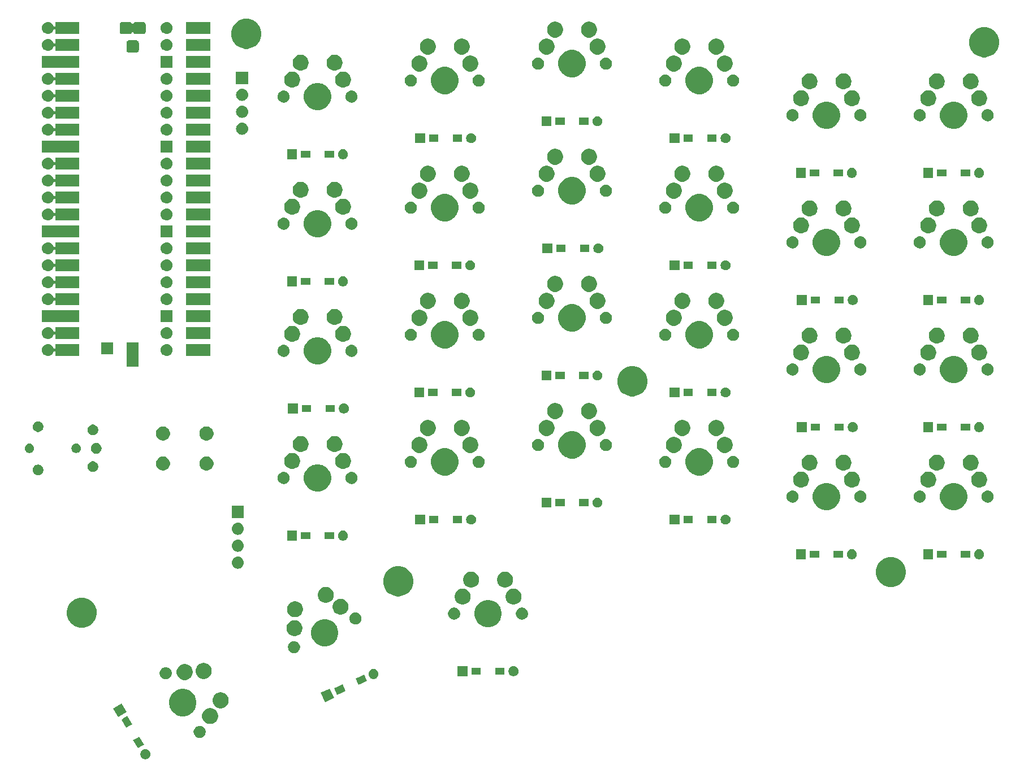
<source format=gbr>
G04 #@! TF.GenerationSoftware,KiCad,Pcbnew,(5.1.4)-1*
G04 #@! TF.CreationDate,2021-06-26T01:07:56+08:00*
G04 #@! TF.ProjectId,Split Keeb,53706c69-7420-44b6-9565-622e6b696361,rev?*
G04 #@! TF.SameCoordinates,Original*
G04 #@! TF.FileFunction,Soldermask,Bot*
G04 #@! TF.FilePolarity,Negative*
%FSLAX46Y46*%
G04 Gerber Fmt 4.6, Leading zero omitted, Abs format (unit mm)*
G04 Created by KiCad (PCBNEW (5.1.4)-1) date 2021-06-26 01:07:56*
%MOMM*%
%LPD*%
G04 APERTURE LIST*
%ADD10C,0.100000*%
G04 APERTURE END LIST*
D10*
G36*
X89369259Y-159641318D02*
G01*
X89493455Y-159666021D01*
X89629856Y-159722520D01*
X89752613Y-159804544D01*
X89857009Y-159908940D01*
X89939033Y-160031697D01*
X89995532Y-160168098D01*
X90024334Y-160312900D01*
X90024334Y-160460538D01*
X89995532Y-160605340D01*
X89939033Y-160741741D01*
X89857009Y-160864498D01*
X89752613Y-160968894D01*
X89629856Y-161050918D01*
X89493455Y-161107417D01*
X89369259Y-161132120D01*
X89348654Y-161136219D01*
X89201014Y-161136219D01*
X89180409Y-161132120D01*
X89056213Y-161107417D01*
X88919812Y-161050918D01*
X88797055Y-160968894D01*
X88692659Y-160864498D01*
X88610635Y-160741741D01*
X88554136Y-160605340D01*
X88525334Y-160460538D01*
X88525334Y-160312900D01*
X88554136Y-160168098D01*
X88610635Y-160031697D01*
X88692659Y-159908940D01*
X88797055Y-159804544D01*
X88919812Y-159722520D01*
X89056213Y-159666021D01*
X89180409Y-159641318D01*
X89201014Y-159637219D01*
X89348654Y-159637219D01*
X89369259Y-159641318D01*
X89369259Y-159641318D01*
G37*
G36*
X89063364Y-158968441D02*
G01*
X88607834Y-159231441D01*
X88152305Y-159494441D01*
X88152304Y-159494441D01*
X87451304Y-158280273D01*
X87906834Y-158017273D01*
X88362363Y-157754273D01*
X88362364Y-157754273D01*
X89063364Y-158968441D01*
X89063364Y-158968441D01*
G37*
G36*
X97584952Y-156167866D02*
G01*
X97672075Y-156185196D01*
X97781498Y-156230521D01*
X97836211Y-156253184D01*
X97982933Y-156351220D01*
X97983928Y-156351885D01*
X98109552Y-156477509D01*
X98109554Y-156477512D01*
X98208253Y-156625226D01*
X98208253Y-156625227D01*
X98276241Y-156789362D01*
X98310900Y-156963608D01*
X98310900Y-157141266D01*
X98276241Y-157315512D01*
X98230916Y-157424935D01*
X98208253Y-157479648D01*
X98110217Y-157626370D01*
X98109552Y-157627365D01*
X97983928Y-157752989D01*
X97983925Y-157752991D01*
X97836211Y-157851690D01*
X97781498Y-157874353D01*
X97672075Y-157919678D01*
X97584952Y-157937007D01*
X97497831Y-157954337D01*
X97320169Y-157954337D01*
X97233048Y-157937007D01*
X97145925Y-157919678D01*
X97036502Y-157874353D01*
X96981789Y-157851690D01*
X96834075Y-157752991D01*
X96834072Y-157752989D01*
X96708448Y-157627365D01*
X96707783Y-157626370D01*
X96609747Y-157479648D01*
X96587084Y-157424935D01*
X96541759Y-157315512D01*
X96507100Y-157141266D01*
X96507100Y-156963608D01*
X96541759Y-156789362D01*
X96609747Y-156625227D01*
X96609747Y-156625226D01*
X96708446Y-156477512D01*
X96708448Y-156477509D01*
X96834072Y-156351885D01*
X96835067Y-156351220D01*
X96981789Y-156253184D01*
X97036502Y-156230521D01*
X97145925Y-156185196D01*
X97233048Y-156167866D01*
X97320169Y-156150537D01*
X97497831Y-156150537D01*
X97584952Y-156167866D01*
X97584952Y-156167866D01*
G37*
G36*
X87288364Y-155894051D02*
G01*
X86844117Y-156150537D01*
X86377305Y-156420051D01*
X86377304Y-156420051D01*
X85676304Y-155205883D01*
X86131834Y-154942883D01*
X86587363Y-154679883D01*
X86587364Y-154679883D01*
X87288364Y-155894051D01*
X87288364Y-155894051D01*
G37*
G36*
X99321981Y-153534469D02*
G01*
X99532456Y-153621651D01*
X99539276Y-153624476D01*
X99734835Y-153755145D01*
X99901145Y-153921455D01*
X99924612Y-153956575D01*
X100031815Y-154117016D01*
X100121821Y-154334309D01*
X100167705Y-154564985D01*
X100167705Y-154800185D01*
X100121821Y-155030861D01*
X100049324Y-155205883D01*
X100031814Y-155248156D01*
X99901145Y-155443715D01*
X99734835Y-155610025D01*
X99539276Y-155740694D01*
X99539275Y-155740695D01*
X99539274Y-155740695D01*
X99321981Y-155830701D01*
X99091305Y-155876585D01*
X98856105Y-155876585D01*
X98625429Y-155830701D01*
X98408136Y-155740695D01*
X98408135Y-155740695D01*
X98408134Y-155740694D01*
X98212575Y-155610025D01*
X98046265Y-155443715D01*
X97915596Y-155248156D01*
X97898086Y-155205883D01*
X97825589Y-155030861D01*
X97779705Y-154800185D01*
X97779705Y-154564985D01*
X97825589Y-154334309D01*
X97915595Y-154117016D01*
X98022799Y-153956575D01*
X98046265Y-153921455D01*
X98212575Y-153755145D01*
X98408134Y-153624476D01*
X98414954Y-153621651D01*
X98625429Y-153534469D01*
X98856105Y-153488585D01*
X99091305Y-153488585D01*
X99321981Y-153534469D01*
X99321981Y-153534469D01*
G37*
G36*
X86488671Y-154061941D02*
G01*
X85190498Y-154811442D01*
X84440997Y-153513269D01*
X85739170Y-152763768D01*
X86488671Y-154061941D01*
X86488671Y-154061941D01*
G37*
G36*
X95465474Y-150686712D02*
G01*
X95683474Y-150777011D01*
X95837623Y-150840861D01*
X96172548Y-151064651D01*
X96457377Y-151349480D01*
X96681167Y-151684405D01*
X96745017Y-151838554D01*
X96835316Y-152056554D01*
X96913900Y-152451622D01*
X96913900Y-152854434D01*
X96835316Y-153249502D01*
X96785055Y-153370842D01*
X96681167Y-153621651D01*
X96457377Y-153956576D01*
X96172548Y-154241405D01*
X95837623Y-154465195D01*
X95683474Y-154529045D01*
X95465474Y-154619344D01*
X95070406Y-154697928D01*
X94667594Y-154697928D01*
X94272526Y-154619344D01*
X94054526Y-154529045D01*
X93900377Y-154465195D01*
X93565452Y-154241405D01*
X93280623Y-153956576D01*
X93056833Y-153621651D01*
X92952945Y-153370842D01*
X92902684Y-153249502D01*
X92824100Y-152854434D01*
X92824100Y-152451622D01*
X92902684Y-152056554D01*
X92992983Y-151838554D01*
X93056833Y-151684405D01*
X93280623Y-151349480D01*
X93565452Y-151064651D01*
X93900377Y-150840861D01*
X94054526Y-150777011D01*
X94272526Y-150686712D01*
X94667594Y-150608128D01*
X95070406Y-150608128D01*
X95465474Y-150686712D01*
X95465474Y-150686712D01*
G37*
G36*
X100886685Y-151164617D02*
G01*
X101103978Y-151254623D01*
X101103980Y-151254624D01*
X101299539Y-151385293D01*
X101465849Y-151551603D01*
X101554586Y-151684406D01*
X101596519Y-151747164D01*
X101686525Y-151964457D01*
X101732409Y-152195133D01*
X101732409Y-152430333D01*
X101686525Y-152661009D01*
X101643960Y-152763769D01*
X101596518Y-152878304D01*
X101465849Y-153073863D01*
X101299539Y-153240173D01*
X101103980Y-153370842D01*
X101103979Y-153370843D01*
X101103978Y-153370843D01*
X100886685Y-153460849D01*
X100656009Y-153506733D01*
X100420809Y-153506733D01*
X100190133Y-153460849D01*
X99972840Y-153370843D01*
X99972839Y-153370843D01*
X99972838Y-153370842D01*
X99777279Y-153240173D01*
X99610969Y-153073863D01*
X99480300Y-152878304D01*
X99432858Y-152763769D01*
X99390293Y-152661009D01*
X99344409Y-152430333D01*
X99344409Y-152195133D01*
X99390293Y-151964457D01*
X99480299Y-151747164D01*
X99522233Y-151684406D01*
X99610969Y-151551603D01*
X99777279Y-151385293D01*
X99972838Y-151254624D01*
X99972840Y-151254623D01*
X100190133Y-151164617D01*
X100420809Y-151118733D01*
X100656009Y-151118733D01*
X100886685Y-151164617D01*
X100886685Y-151164617D01*
G37*
G36*
X117530332Y-151944060D02*
G01*
X116171777Y-152577565D01*
X115538272Y-151219010D01*
X116896827Y-150585505D01*
X117530332Y-151944060D01*
X117530332Y-151944060D01*
G37*
G36*
X119236258Y-150901968D02*
G01*
X118887383Y-151064651D01*
X117965615Y-151494479D01*
X117965614Y-151494479D01*
X117521020Y-150541044D01*
X118156342Y-150244789D01*
X118791663Y-149948533D01*
X118791664Y-149948533D01*
X119236258Y-150901968D01*
X119236258Y-150901968D01*
G37*
G36*
X122453650Y-149401674D02*
G01*
X121818328Y-149697929D01*
X121183007Y-149994185D01*
X121183006Y-149994185D01*
X120738412Y-149040750D01*
X121510265Y-148680829D01*
X122009055Y-148448239D01*
X122009056Y-148448239D01*
X122453650Y-149401674D01*
X122453650Y-149401674D01*
G37*
G36*
X95511981Y-146935355D02*
G01*
X95729274Y-147025361D01*
X95729276Y-147025362D01*
X95924835Y-147156031D01*
X96091145Y-147322341D01*
X96179362Y-147454366D01*
X96221815Y-147517902D01*
X96311821Y-147735195D01*
X96357705Y-147965871D01*
X96357705Y-148201071D01*
X96311821Y-148431747D01*
X96221815Y-148649040D01*
X96221814Y-148649042D01*
X96091145Y-148844601D01*
X95924835Y-149010911D01*
X95729276Y-149141580D01*
X95729275Y-149141581D01*
X95729274Y-149141581D01*
X95511981Y-149231587D01*
X95281305Y-149277471D01*
X95046105Y-149277471D01*
X94815429Y-149231587D01*
X94598136Y-149141581D01*
X94598135Y-149141581D01*
X94598134Y-149141580D01*
X94402575Y-149010911D01*
X94236265Y-148844601D01*
X94105596Y-148649042D01*
X94105595Y-148649040D01*
X94015589Y-148431747D01*
X93969705Y-148201071D01*
X93969705Y-147965871D01*
X94015589Y-147735195D01*
X94105595Y-147517902D01*
X94148049Y-147454366D01*
X94236265Y-147322341D01*
X94402575Y-147156031D01*
X94598134Y-147025362D01*
X94598136Y-147025361D01*
X94815429Y-146935355D01*
X95046105Y-146889471D01*
X95281305Y-146889471D01*
X95511981Y-146935355D01*
X95511981Y-146935355D01*
G37*
G36*
X92504952Y-147369048D02*
G01*
X92592075Y-147386378D01*
X92694972Y-147429000D01*
X92756211Y-147454366D01*
X92902933Y-147552402D01*
X92903928Y-147553067D01*
X93029552Y-147678691D01*
X93029554Y-147678694D01*
X93128253Y-147826408D01*
X93128253Y-147826409D01*
X93196241Y-147990544D01*
X93230900Y-148164790D01*
X93230900Y-148342448D01*
X93196241Y-148516694D01*
X93153781Y-148619199D01*
X93128253Y-148680830D01*
X93112437Y-148704500D01*
X93029552Y-148828547D01*
X92903928Y-148954171D01*
X92903925Y-148954173D01*
X92756211Y-149052872D01*
X92735528Y-149061439D01*
X92592075Y-149120860D01*
X92504952Y-149138190D01*
X92417831Y-149155519D01*
X92240169Y-149155519D01*
X92153048Y-149138190D01*
X92065925Y-149120860D01*
X91922472Y-149061439D01*
X91901789Y-149052872D01*
X91754075Y-148954173D01*
X91754072Y-148954171D01*
X91628448Y-148828547D01*
X91545563Y-148704500D01*
X91529747Y-148680830D01*
X91504219Y-148619199D01*
X91461759Y-148516694D01*
X91427100Y-148342448D01*
X91427100Y-148164790D01*
X91461759Y-147990544D01*
X91529747Y-147826409D01*
X91529747Y-147826408D01*
X91628446Y-147678694D01*
X91628448Y-147678691D01*
X91754072Y-147553067D01*
X91755067Y-147552402D01*
X91901789Y-147454366D01*
X91963028Y-147429000D01*
X92065925Y-147386378D01*
X92153048Y-147369048D01*
X92240169Y-147351719D01*
X92417831Y-147351719D01*
X92504952Y-147369048D01*
X92504952Y-147369048D01*
G37*
G36*
X123534793Y-147615782D02*
G01*
X123658989Y-147640485D01*
X123795390Y-147696984D01*
X123918147Y-147779008D01*
X124022543Y-147883404D01*
X124104567Y-148006161D01*
X124161066Y-148142562D01*
X124189868Y-148287364D01*
X124189868Y-148435002D01*
X124161066Y-148579804D01*
X124104567Y-148716205D01*
X124022543Y-148838962D01*
X123918147Y-148943358D01*
X123795390Y-149025382D01*
X123658989Y-149081881D01*
X123534793Y-149106584D01*
X123514188Y-149110683D01*
X123366548Y-149110683D01*
X123345943Y-149106584D01*
X123221747Y-149081881D01*
X123085346Y-149025382D01*
X122962589Y-148943358D01*
X122858193Y-148838962D01*
X122776169Y-148716205D01*
X122719670Y-148579804D01*
X122690868Y-148435002D01*
X122690868Y-148287364D01*
X122719670Y-148142562D01*
X122776169Y-148006161D01*
X122858193Y-147883404D01*
X122962589Y-147779008D01*
X123085346Y-147696984D01*
X123221747Y-147640485D01*
X123345943Y-147615782D01*
X123366548Y-147611683D01*
X123514188Y-147611683D01*
X123534793Y-147615782D01*
X123534793Y-147615782D01*
G37*
G36*
X98346685Y-146765207D02*
G01*
X98563978Y-146855213D01*
X98563980Y-146855214D01*
X98615249Y-146889471D01*
X98759539Y-146985883D01*
X98925849Y-147152193D01*
X99056519Y-147347754D01*
X99146525Y-147565047D01*
X99192409Y-147795723D01*
X99192409Y-148030923D01*
X99146525Y-148261599D01*
X99074699Y-148435002D01*
X99056518Y-148478894D01*
X98925849Y-148674453D01*
X98759539Y-148840763D01*
X98563980Y-148971432D01*
X98563979Y-148971433D01*
X98563978Y-148971433D01*
X98346685Y-149061439D01*
X98116009Y-149107323D01*
X97880809Y-149107323D01*
X97650133Y-149061439D01*
X97432840Y-148971433D01*
X97432839Y-148971433D01*
X97432838Y-148971432D01*
X97237279Y-148840763D01*
X97070969Y-148674453D01*
X96940300Y-148478894D01*
X96922119Y-148435002D01*
X96850293Y-148261599D01*
X96804409Y-148030923D01*
X96804409Y-147795723D01*
X96850293Y-147565047D01*
X96940299Y-147347754D01*
X97070969Y-147152193D01*
X97237279Y-146985883D01*
X97381569Y-146889471D01*
X97432838Y-146855214D01*
X97432840Y-146855213D01*
X97650133Y-146765207D01*
X97880809Y-146719323D01*
X98116009Y-146719323D01*
X98346685Y-146765207D01*
X98346685Y-146765207D01*
G37*
G36*
X144493425Y-147209599D02*
G01*
X144617621Y-147234302D01*
X144754022Y-147290801D01*
X144876779Y-147372825D01*
X144981175Y-147477221D01*
X145063199Y-147599978D01*
X145119698Y-147736379D01*
X145148500Y-147881181D01*
X145148500Y-148028819D01*
X145119698Y-148173621D01*
X145063199Y-148310022D01*
X144981175Y-148432779D01*
X144876779Y-148537175D01*
X144754022Y-148619199D01*
X144617621Y-148675698D01*
X144493425Y-148700401D01*
X144472820Y-148704500D01*
X144325180Y-148704500D01*
X144304575Y-148700401D01*
X144180379Y-148675698D01*
X144043978Y-148619199D01*
X143921221Y-148537175D01*
X143816825Y-148432779D01*
X143734801Y-148310022D01*
X143678302Y-148173621D01*
X143649500Y-148028819D01*
X143649500Y-147881181D01*
X143678302Y-147736379D01*
X143734801Y-147599978D01*
X143816825Y-147477221D01*
X143921221Y-147372825D01*
X144043978Y-147290801D01*
X144180379Y-147234302D01*
X144304575Y-147209599D01*
X144325180Y-147205500D01*
X144472820Y-147205500D01*
X144493425Y-147209599D01*
X144493425Y-147209599D01*
G37*
G36*
X137528500Y-148704500D02*
G01*
X136029500Y-148704500D01*
X136029500Y-147205500D01*
X137528500Y-147205500D01*
X137528500Y-148704500D01*
X137528500Y-148704500D01*
G37*
G36*
X139515000Y-148481000D02*
G01*
X138113000Y-148481000D01*
X138113000Y-147429000D01*
X139515000Y-147429000D01*
X139515000Y-148481000D01*
X139515000Y-148481000D01*
G37*
G36*
X143065000Y-148481000D02*
G01*
X141663000Y-148481000D01*
X141663000Y-147429000D01*
X143065000Y-147429000D01*
X143065000Y-148481000D01*
X143065000Y-148481000D01*
G37*
G36*
X111706534Y-143462247D02*
G01*
X111793657Y-143479576D01*
X111903080Y-143524901D01*
X111957793Y-143547564D01*
X112104515Y-143645600D01*
X112105510Y-143646265D01*
X112231134Y-143771889D01*
X112231136Y-143771892D01*
X112329835Y-143919606D01*
X112329835Y-143919607D01*
X112397823Y-144083742D01*
X112432482Y-144257988D01*
X112432482Y-144435646D01*
X112397823Y-144609892D01*
X112352498Y-144719315D01*
X112329835Y-144774028D01*
X112231799Y-144920750D01*
X112231134Y-144921745D01*
X112105510Y-145047369D01*
X112105507Y-145047371D01*
X111957793Y-145146070D01*
X111903080Y-145168733D01*
X111793657Y-145214058D01*
X111706534Y-145231388D01*
X111619413Y-145248717D01*
X111441751Y-145248717D01*
X111354630Y-145231388D01*
X111267507Y-145214058D01*
X111158084Y-145168733D01*
X111103371Y-145146070D01*
X110955657Y-145047371D01*
X110955654Y-145047369D01*
X110830030Y-144921745D01*
X110829365Y-144920750D01*
X110731329Y-144774028D01*
X110708666Y-144719315D01*
X110663341Y-144609892D01*
X110628682Y-144435646D01*
X110628682Y-144257988D01*
X110663341Y-144083742D01*
X110731329Y-143919607D01*
X110731329Y-143919606D01*
X110830028Y-143771892D01*
X110830030Y-143771889D01*
X110955654Y-143646265D01*
X110956649Y-143645600D01*
X111103371Y-143547564D01*
X111158084Y-143524901D01*
X111267507Y-143479576D01*
X111354630Y-143462247D01*
X111441751Y-143444917D01*
X111619413Y-143444917D01*
X111706534Y-143462247D01*
X111706534Y-143462247D01*
G37*
G36*
X116731100Y-140233600D02*
G01*
X116925371Y-140314070D01*
X117103249Y-140387749D01*
X117438174Y-140611539D01*
X117723003Y-140896368D01*
X117946793Y-141231293D01*
X118001720Y-141363900D01*
X118100942Y-141603442D01*
X118179526Y-141998510D01*
X118179526Y-142401322D01*
X118100942Y-142796390D01*
X118010643Y-143014390D01*
X117946793Y-143168539D01*
X117723003Y-143503464D01*
X117438174Y-143788293D01*
X117103249Y-144012083D01*
X116949100Y-144075933D01*
X116731100Y-144166232D01*
X116336032Y-144244816D01*
X115933220Y-144244816D01*
X115538152Y-144166232D01*
X115320152Y-144075933D01*
X115166003Y-144012083D01*
X114831078Y-143788293D01*
X114546249Y-143503464D01*
X114322459Y-143168539D01*
X114258609Y-143014390D01*
X114168310Y-142796390D01*
X114089726Y-142401322D01*
X114089726Y-141998510D01*
X114168310Y-141603442D01*
X114267532Y-141363900D01*
X114322459Y-141231293D01*
X114546249Y-140896368D01*
X114831078Y-140611539D01*
X115166003Y-140387749D01*
X115343881Y-140314070D01*
X115538152Y-140233600D01*
X115933220Y-140155016D01*
X116336032Y-140155016D01*
X116731100Y-140233600D01*
X116731100Y-140233600D01*
G37*
G36*
X111956419Y-140359954D02*
G01*
X112173712Y-140449960D01*
X112173714Y-140449961D01*
X112369273Y-140580630D01*
X112535583Y-140746940D01*
X112664894Y-140940466D01*
X112666253Y-140942501D01*
X112756259Y-141159794D01*
X112802143Y-141390470D01*
X112802143Y-141625670D01*
X112756259Y-141856346D01*
X112697372Y-141998511D01*
X112666252Y-142073641D01*
X112535583Y-142269200D01*
X112369273Y-142435510D01*
X112173714Y-142566179D01*
X112173713Y-142566180D01*
X112173712Y-142566180D01*
X111956419Y-142656186D01*
X111725743Y-142702070D01*
X111490543Y-142702070D01*
X111259867Y-142656186D01*
X111042574Y-142566180D01*
X111042573Y-142566180D01*
X111042572Y-142566179D01*
X110847013Y-142435510D01*
X110680703Y-142269200D01*
X110550034Y-142073641D01*
X110518914Y-141998511D01*
X110460027Y-141856346D01*
X110414143Y-141625670D01*
X110414143Y-141390470D01*
X110460027Y-141159794D01*
X110550033Y-140942501D01*
X110551393Y-140940466D01*
X110680703Y-140746940D01*
X110847013Y-140580630D01*
X111042572Y-140449961D01*
X111042574Y-140449960D01*
X111259867Y-140359954D01*
X111490543Y-140314070D01*
X111725743Y-140314070D01*
X111956419Y-140359954D01*
X111956419Y-140359954D01*
G37*
G36*
X80031880Y-136951776D02*
G01*
X80412593Y-137027504D01*
X80822249Y-137197189D01*
X81190929Y-137443534D01*
X81504466Y-137757071D01*
X81750811Y-138125751D01*
X81920496Y-138535407D01*
X81962002Y-138744075D01*
X82007000Y-138970295D01*
X82007000Y-139413705D01*
X82002598Y-139435834D01*
X81920496Y-139848593D01*
X81750811Y-140258249D01*
X81504466Y-140626929D01*
X81190929Y-140940466D01*
X80822249Y-141186811D01*
X80412593Y-141356496D01*
X80031880Y-141432224D01*
X79977705Y-141443000D01*
X79534295Y-141443000D01*
X79480120Y-141432224D01*
X79099407Y-141356496D01*
X78689751Y-141186811D01*
X78321071Y-140940466D01*
X78007534Y-140626929D01*
X77761189Y-140258249D01*
X77591504Y-139848593D01*
X77509402Y-139435834D01*
X77505000Y-139413705D01*
X77505000Y-138970295D01*
X77549998Y-138744075D01*
X77591504Y-138535407D01*
X77761189Y-138125751D01*
X78007534Y-137757071D01*
X78321071Y-137443534D01*
X78689751Y-137197189D01*
X79099407Y-137027504D01*
X79480120Y-136951776D01*
X79534295Y-136941000D01*
X79977705Y-136941000D01*
X80031880Y-136951776D01*
X80031880Y-136951776D01*
G37*
G36*
X141185474Y-137352684D02*
G01*
X141403474Y-137442983D01*
X141557623Y-137506833D01*
X141892548Y-137730623D01*
X142177377Y-138015452D01*
X142401167Y-138350377D01*
X142465017Y-138504526D01*
X142555316Y-138722526D01*
X142633900Y-139117594D01*
X142633900Y-139520406D01*
X142555316Y-139915474D01*
X142471322Y-140118253D01*
X142401167Y-140287623D01*
X142177377Y-140622548D01*
X141892548Y-140907377D01*
X141557623Y-141131167D01*
X141423286Y-141186811D01*
X141185474Y-141285316D01*
X140790406Y-141363900D01*
X140387594Y-141363900D01*
X139992526Y-141285316D01*
X139754714Y-141186811D01*
X139620377Y-141131167D01*
X139285452Y-140907377D01*
X139000623Y-140622548D01*
X138776833Y-140287623D01*
X138706678Y-140118253D01*
X138622684Y-139915474D01*
X138544100Y-139520406D01*
X138544100Y-139117594D01*
X138622684Y-138722526D01*
X138712983Y-138504526D01*
X138776833Y-138350377D01*
X139000623Y-138015452D01*
X139285452Y-137730623D01*
X139620377Y-137506833D01*
X139774526Y-137442983D01*
X139992526Y-137352684D01*
X140387594Y-137274100D01*
X140790406Y-137274100D01*
X141185474Y-137352684D01*
X141185474Y-137352684D01*
G37*
G36*
X120914622Y-139168444D02*
G01*
X121001745Y-139185774D01*
X121108922Y-139230169D01*
X121165881Y-139253762D01*
X121303668Y-139345828D01*
X121313598Y-139352463D01*
X121439222Y-139478087D01*
X121439224Y-139478090D01*
X121537923Y-139625804D01*
X121537923Y-139625805D01*
X121605911Y-139789940D01*
X121620507Y-139863323D01*
X121626595Y-139893925D01*
X121640570Y-139964186D01*
X121640570Y-140141844D01*
X121605911Y-140316090D01*
X121587741Y-140359955D01*
X121537923Y-140480226D01*
X121470835Y-140580630D01*
X121439222Y-140627943D01*
X121313598Y-140753567D01*
X121313595Y-140753569D01*
X121165881Y-140852268D01*
X121111168Y-140874931D01*
X121001745Y-140920256D01*
X120914622Y-140937585D01*
X120827501Y-140954915D01*
X120649839Y-140954915D01*
X120562718Y-140937585D01*
X120475595Y-140920256D01*
X120366172Y-140874931D01*
X120311459Y-140852268D01*
X120163745Y-140753569D01*
X120163742Y-140753567D01*
X120038118Y-140627943D01*
X120006505Y-140580630D01*
X119939417Y-140480226D01*
X119889599Y-140359955D01*
X119871429Y-140316090D01*
X119836770Y-140141844D01*
X119836770Y-139964186D01*
X119850746Y-139893925D01*
X119856833Y-139863323D01*
X119871429Y-139789940D01*
X119939417Y-139625805D01*
X119939417Y-139625804D01*
X120038116Y-139478090D01*
X120038118Y-139478087D01*
X120163742Y-139352463D01*
X120173672Y-139345828D01*
X120311459Y-139253762D01*
X120368418Y-139230169D01*
X120475595Y-139185774D01*
X120562718Y-139168444D01*
X120649839Y-139151115D01*
X120827501Y-139151115D01*
X120914622Y-139168444D01*
X120914622Y-139168444D01*
G37*
G36*
X135684952Y-138434430D02*
G01*
X135772075Y-138451759D01*
X135881498Y-138497084D01*
X135936211Y-138519747D01*
X136082933Y-138617783D01*
X136083928Y-138618448D01*
X136209552Y-138744072D01*
X136209554Y-138744075D01*
X136308253Y-138891789D01*
X136308253Y-138891790D01*
X136376241Y-139055925D01*
X136376241Y-139055927D01*
X136410900Y-139230169D01*
X136410900Y-139407831D01*
X136396203Y-139481719D01*
X136376241Y-139582075D01*
X136358127Y-139625805D01*
X136308253Y-139746211D01*
X136210217Y-139892933D01*
X136209552Y-139893928D01*
X136083928Y-140019552D01*
X136083925Y-140019554D01*
X135936211Y-140118253D01*
X135881498Y-140140916D01*
X135772075Y-140186241D01*
X135684952Y-140203571D01*
X135597831Y-140220900D01*
X135420169Y-140220900D01*
X135333048Y-140203571D01*
X135245925Y-140186241D01*
X135136502Y-140140916D01*
X135081789Y-140118253D01*
X134934075Y-140019554D01*
X134934072Y-140019552D01*
X134808448Y-139893928D01*
X134807783Y-139892933D01*
X134709747Y-139746211D01*
X134659873Y-139625805D01*
X134641759Y-139582075D01*
X134621797Y-139481719D01*
X134607100Y-139407831D01*
X134607100Y-139230169D01*
X134641759Y-139055927D01*
X134641759Y-139055925D01*
X134709747Y-138891790D01*
X134709747Y-138891789D01*
X134808446Y-138744075D01*
X134808448Y-138744072D01*
X134934072Y-138618448D01*
X134935067Y-138617783D01*
X135081789Y-138519747D01*
X135136502Y-138497084D01*
X135245925Y-138451759D01*
X135333048Y-138434430D01*
X135420169Y-138417100D01*
X135597831Y-138417100D01*
X135684952Y-138434430D01*
X135684952Y-138434430D01*
G37*
G36*
X145844952Y-138434430D02*
G01*
X145932075Y-138451759D01*
X146041498Y-138497084D01*
X146096211Y-138519747D01*
X146242933Y-138617783D01*
X146243928Y-138618448D01*
X146369552Y-138744072D01*
X146369554Y-138744075D01*
X146468253Y-138891789D01*
X146468253Y-138891790D01*
X146536241Y-139055925D01*
X146536241Y-139055927D01*
X146570900Y-139230169D01*
X146570900Y-139407831D01*
X146556203Y-139481719D01*
X146536241Y-139582075D01*
X146518127Y-139625805D01*
X146468253Y-139746211D01*
X146370217Y-139892933D01*
X146369552Y-139893928D01*
X146243928Y-140019552D01*
X146243925Y-140019554D01*
X146096211Y-140118253D01*
X146041498Y-140140916D01*
X145932075Y-140186241D01*
X145844952Y-140203571D01*
X145757831Y-140220900D01*
X145580169Y-140220900D01*
X145493048Y-140203571D01*
X145405925Y-140186241D01*
X145296502Y-140140916D01*
X145241789Y-140118253D01*
X145094075Y-140019554D01*
X145094072Y-140019552D01*
X144968448Y-139893928D01*
X144967783Y-139892933D01*
X144869747Y-139746211D01*
X144819873Y-139625805D01*
X144801759Y-139582075D01*
X144781797Y-139481719D01*
X144767100Y-139407831D01*
X144767100Y-139230169D01*
X144801759Y-139055927D01*
X144801759Y-139055925D01*
X144869747Y-138891790D01*
X144869747Y-138891789D01*
X144968446Y-138744075D01*
X144968448Y-138744072D01*
X145094072Y-138618448D01*
X145095067Y-138617783D01*
X145241789Y-138519747D01*
X145296502Y-138497084D01*
X145405925Y-138451759D01*
X145493048Y-138434430D01*
X145580169Y-138417100D01*
X145757831Y-138417100D01*
X145844952Y-138434430D01*
X145844952Y-138434430D01*
G37*
G36*
X112033979Y-137521207D02*
G01*
X112251272Y-137611213D01*
X112251274Y-137611214D01*
X112446833Y-137741883D01*
X112613143Y-137908193D01*
X112684812Y-138015452D01*
X112743813Y-138103754D01*
X112833819Y-138321047D01*
X112879703Y-138551723D01*
X112879703Y-138786923D01*
X112833819Y-139017599D01*
X112743813Y-139234892D01*
X112743812Y-139234894D01*
X112613143Y-139430453D01*
X112446833Y-139596763D01*
X112251274Y-139727432D01*
X112251273Y-139727433D01*
X112251272Y-139727433D01*
X112033979Y-139817439D01*
X111803303Y-139863323D01*
X111568103Y-139863323D01*
X111337427Y-139817439D01*
X111120134Y-139727433D01*
X111120133Y-139727433D01*
X111120132Y-139727432D01*
X110924573Y-139596763D01*
X110758263Y-139430453D01*
X110627594Y-139234894D01*
X110627593Y-139234892D01*
X110537587Y-139017599D01*
X110491703Y-138786923D01*
X110491703Y-138551723D01*
X110537587Y-138321047D01*
X110627593Y-138103754D01*
X110686595Y-138015452D01*
X110758263Y-137908193D01*
X110924573Y-137741883D01*
X111120132Y-137611214D01*
X111120134Y-137611213D01*
X111337427Y-137521207D01*
X111568103Y-137475323D01*
X111803303Y-137475323D01*
X112033979Y-137521207D01*
X112033979Y-137521207D01*
G37*
G36*
X118862484Y-137139603D02*
G01*
X119001508Y-137197189D01*
X119079779Y-137229610D01*
X119251826Y-137344569D01*
X119275338Y-137360279D01*
X119441648Y-137526589D01*
X119572318Y-137722150D01*
X119662324Y-137939443D01*
X119708208Y-138170119D01*
X119708208Y-138405319D01*
X119662324Y-138635995D01*
X119599807Y-138786923D01*
X119572317Y-138853290D01*
X119441648Y-139048849D01*
X119275338Y-139215159D01*
X119079779Y-139345828D01*
X119079778Y-139345829D01*
X119079777Y-139345829D01*
X118862484Y-139435835D01*
X118631808Y-139481719D01*
X118396608Y-139481719D01*
X118165932Y-139435835D01*
X117948639Y-139345829D01*
X117948638Y-139345829D01*
X117948637Y-139345828D01*
X117753078Y-139215159D01*
X117586768Y-139048849D01*
X117456099Y-138853290D01*
X117428609Y-138786923D01*
X117366092Y-138635995D01*
X117320208Y-138405319D01*
X117320208Y-138170119D01*
X117366092Y-137939443D01*
X117456098Y-137722150D01*
X117586768Y-137526589D01*
X117753078Y-137360279D01*
X117776590Y-137344569D01*
X117948637Y-137229610D01*
X118026908Y-137197189D01*
X118165932Y-137139603D01*
X118396608Y-137093719D01*
X118631808Y-137093719D01*
X118862484Y-137139603D01*
X118862484Y-137139603D01*
G37*
G36*
X144747276Y-135630884D02*
G01*
X144964569Y-135720890D01*
X144964571Y-135720891D01*
X145025035Y-135761292D01*
X145160130Y-135851560D01*
X145326440Y-136017870D01*
X145457110Y-136213431D01*
X145547116Y-136430724D01*
X145593000Y-136661400D01*
X145593000Y-136896600D01*
X145547116Y-137127276D01*
X145486299Y-137274100D01*
X145457109Y-137344571D01*
X145326440Y-137540130D01*
X145160130Y-137706440D01*
X144964571Y-137837109D01*
X144964570Y-137837110D01*
X144964569Y-137837110D01*
X144747276Y-137927116D01*
X144516600Y-137973000D01*
X144281400Y-137973000D01*
X144050724Y-137927116D01*
X143833431Y-137837110D01*
X143833430Y-137837110D01*
X143833429Y-137837109D01*
X143637870Y-137706440D01*
X143471560Y-137540130D01*
X143340891Y-137344571D01*
X143311701Y-137274100D01*
X143250884Y-137127276D01*
X143205000Y-136896600D01*
X143205000Y-136661400D01*
X143250884Y-136430724D01*
X143340890Y-136213431D01*
X143471560Y-136017870D01*
X143637870Y-135851560D01*
X143772965Y-135761292D01*
X143833429Y-135720891D01*
X143833431Y-135720890D01*
X144050724Y-135630884D01*
X144281400Y-135585000D01*
X144516600Y-135585000D01*
X144747276Y-135630884D01*
X144747276Y-135630884D01*
G37*
G36*
X137127276Y-135630884D02*
G01*
X137344569Y-135720890D01*
X137344571Y-135720891D01*
X137405035Y-135761292D01*
X137540130Y-135851560D01*
X137706440Y-136017870D01*
X137837110Y-136213431D01*
X137927116Y-136430724D01*
X137973000Y-136661400D01*
X137973000Y-136896600D01*
X137927116Y-137127276D01*
X137866299Y-137274100D01*
X137837109Y-137344571D01*
X137706440Y-137540130D01*
X137540130Y-137706440D01*
X137344571Y-137837109D01*
X137344570Y-137837110D01*
X137344569Y-137837110D01*
X137127276Y-137927116D01*
X136896600Y-137973000D01*
X136661400Y-137973000D01*
X136430724Y-137927116D01*
X136213431Y-137837110D01*
X136213430Y-137837110D01*
X136213429Y-137837109D01*
X136017870Y-137706440D01*
X135851560Y-137540130D01*
X135720891Y-137344571D01*
X135691701Y-137274100D01*
X135630884Y-137127276D01*
X135585000Y-136896600D01*
X135585000Y-136661400D01*
X135630884Y-136430724D01*
X135720890Y-136213431D01*
X135851560Y-136017870D01*
X136017870Y-135851560D01*
X136152965Y-135761292D01*
X136213429Y-135720891D01*
X136213431Y-135720890D01*
X136430724Y-135630884D01*
X136661400Y-135585000D01*
X136896600Y-135585000D01*
X137127276Y-135630884D01*
X137127276Y-135630884D01*
G37*
G36*
X116638023Y-135374306D02*
G01*
X116779722Y-135433000D01*
X116855318Y-135464313D01*
X116997399Y-135559249D01*
X117050877Y-135594982D01*
X117217187Y-135761292D01*
X117347857Y-135956853D01*
X117437863Y-136174146D01*
X117483747Y-136404822D01*
X117483747Y-136640022D01*
X117437863Y-136870698D01*
X117372911Y-137027505D01*
X117347856Y-137087993D01*
X117217187Y-137283552D01*
X117050877Y-137449862D01*
X116855318Y-137580531D01*
X116855317Y-137580532D01*
X116855316Y-137580532D01*
X116638023Y-137670538D01*
X116407347Y-137716422D01*
X116172147Y-137716422D01*
X115941471Y-137670538D01*
X115724178Y-137580532D01*
X115724177Y-137580532D01*
X115724176Y-137580531D01*
X115528617Y-137449862D01*
X115362307Y-137283552D01*
X115231638Y-137087993D01*
X115206583Y-137027505D01*
X115141631Y-136870698D01*
X115095747Y-136640022D01*
X115095747Y-136404822D01*
X115141631Y-136174146D01*
X115231637Y-135956853D01*
X115362307Y-135761292D01*
X115528617Y-135594982D01*
X115582095Y-135559249D01*
X115724176Y-135464313D01*
X115799772Y-135433000D01*
X115941471Y-135374306D01*
X116172147Y-135328422D01*
X116407347Y-135328422D01*
X116638023Y-135374306D01*
X116638023Y-135374306D01*
G37*
G36*
X127402880Y-132252776D02*
G01*
X127783593Y-132328504D01*
X128193249Y-132498189D01*
X128561929Y-132744534D01*
X128875466Y-133058071D01*
X129121811Y-133426751D01*
X129291496Y-133836407D01*
X129378000Y-134271296D01*
X129378000Y-134714704D01*
X129291496Y-135149593D01*
X129121811Y-135559249D01*
X128875466Y-135927929D01*
X128561929Y-136241466D01*
X128193249Y-136487811D01*
X127783593Y-136657496D01*
X127402880Y-136733224D01*
X127348705Y-136744000D01*
X126905295Y-136744000D01*
X126851120Y-136733224D01*
X126470407Y-136657496D01*
X126060751Y-136487811D01*
X125692071Y-136241466D01*
X125378534Y-135927929D01*
X125132189Y-135559249D01*
X124962504Y-135149593D01*
X124876000Y-134714704D01*
X124876000Y-134271296D01*
X124962504Y-133836407D01*
X125132189Y-133426751D01*
X125378534Y-133058071D01*
X125692071Y-132744534D01*
X126060751Y-132498189D01*
X126470407Y-132328504D01*
X126851120Y-132252776D01*
X126905295Y-132242000D01*
X127348705Y-132242000D01*
X127402880Y-132252776D01*
X127402880Y-132252776D01*
G37*
G36*
X138397276Y-133090884D02*
G01*
X138614569Y-133180890D01*
X138614571Y-133180891D01*
X138810130Y-133311560D01*
X138976440Y-133477870D01*
X139107110Y-133673431D01*
X139197116Y-133890724D01*
X139243000Y-134121400D01*
X139243000Y-134356600D01*
X139197116Y-134587276D01*
X139144333Y-134714704D01*
X139107109Y-134804571D01*
X138976440Y-135000130D01*
X138810130Y-135166440D01*
X138614571Y-135297109D01*
X138614570Y-135297110D01*
X138614569Y-135297110D01*
X138397276Y-135387116D01*
X138166600Y-135433000D01*
X137931400Y-135433000D01*
X137700724Y-135387116D01*
X137483431Y-135297110D01*
X137483430Y-135297110D01*
X137483429Y-135297109D01*
X137287870Y-135166440D01*
X137121560Y-135000130D01*
X136990891Y-134804571D01*
X136953667Y-134714704D01*
X136900884Y-134587276D01*
X136855000Y-134356600D01*
X136855000Y-134121400D01*
X136900884Y-133890724D01*
X136990890Y-133673431D01*
X137121560Y-133477870D01*
X137287870Y-133311560D01*
X137483429Y-133180891D01*
X137483431Y-133180890D01*
X137700724Y-133090884D01*
X137931400Y-133045000D01*
X138166600Y-133045000D01*
X138397276Y-133090884D01*
X138397276Y-133090884D01*
G37*
G36*
X143477276Y-133090884D02*
G01*
X143694569Y-133180890D01*
X143694571Y-133180891D01*
X143890130Y-133311560D01*
X144056440Y-133477870D01*
X144187110Y-133673431D01*
X144277116Y-133890724D01*
X144323000Y-134121400D01*
X144323000Y-134356600D01*
X144277116Y-134587276D01*
X144224333Y-134714704D01*
X144187109Y-134804571D01*
X144056440Y-135000130D01*
X143890130Y-135166440D01*
X143694571Y-135297109D01*
X143694570Y-135297110D01*
X143694569Y-135297110D01*
X143477276Y-135387116D01*
X143246600Y-135433000D01*
X143011400Y-135433000D01*
X142780724Y-135387116D01*
X142563431Y-135297110D01*
X142563430Y-135297110D01*
X142563429Y-135297109D01*
X142367870Y-135166440D01*
X142201560Y-135000130D01*
X142070891Y-134804571D01*
X142033667Y-134714704D01*
X141980884Y-134587276D01*
X141935000Y-134356600D01*
X141935000Y-134121400D01*
X141980884Y-133890724D01*
X142070890Y-133673431D01*
X142201560Y-133477870D01*
X142367870Y-133311560D01*
X142563429Y-133180891D01*
X142563431Y-133180890D01*
X142780724Y-133090884D01*
X143011400Y-133045000D01*
X143246600Y-133045000D01*
X143477276Y-133090884D01*
X143477276Y-133090884D01*
G37*
G36*
X201189880Y-130855776D02*
G01*
X201570593Y-130931504D01*
X201980249Y-131101189D01*
X202348929Y-131347534D01*
X202662466Y-131661071D01*
X202908811Y-132029751D01*
X203078496Y-132439407D01*
X203165000Y-132874296D01*
X203165000Y-133317704D01*
X203078496Y-133752593D01*
X202908811Y-134162249D01*
X202662466Y-134530929D01*
X202348929Y-134844466D01*
X201980249Y-135090811D01*
X201570593Y-135260496D01*
X201189880Y-135336224D01*
X201135705Y-135347000D01*
X200692295Y-135347000D01*
X200638120Y-135336224D01*
X200257407Y-135260496D01*
X199847751Y-135090811D01*
X199479071Y-134844466D01*
X199165534Y-134530929D01*
X198919189Y-134162249D01*
X198749504Y-133752593D01*
X198663000Y-133317704D01*
X198663000Y-132874296D01*
X198749504Y-132439407D01*
X198919189Y-132029751D01*
X199165534Y-131661071D01*
X199479071Y-131347534D01*
X199847751Y-131101189D01*
X200257407Y-130931504D01*
X200638120Y-130855776D01*
X200692295Y-130845000D01*
X201135705Y-130845000D01*
X201189880Y-130855776D01*
X201189880Y-130855776D01*
G37*
G36*
X103234442Y-130804518D02*
G01*
X103300627Y-130811037D01*
X103470466Y-130862557D01*
X103626991Y-130946222D01*
X103662729Y-130975552D01*
X103764186Y-131058814D01*
X103838771Y-131149698D01*
X103876778Y-131196009D01*
X103960443Y-131352534D01*
X104011963Y-131522373D01*
X104029359Y-131699000D01*
X104011963Y-131875627D01*
X103960443Y-132045466D01*
X103876778Y-132201991D01*
X103847448Y-132237729D01*
X103764186Y-132339186D01*
X103662729Y-132422448D01*
X103626991Y-132451778D01*
X103470466Y-132535443D01*
X103300627Y-132586963D01*
X103234442Y-132593482D01*
X103168260Y-132600000D01*
X103079740Y-132600000D01*
X103013558Y-132593482D01*
X102947373Y-132586963D01*
X102777534Y-132535443D01*
X102621009Y-132451778D01*
X102585271Y-132422448D01*
X102483814Y-132339186D01*
X102400552Y-132237729D01*
X102371222Y-132201991D01*
X102287557Y-132045466D01*
X102236037Y-131875627D01*
X102218641Y-131699000D01*
X102236037Y-131522373D01*
X102287557Y-131352534D01*
X102371222Y-131196009D01*
X102409229Y-131149698D01*
X102483814Y-131058814D01*
X102585271Y-130975552D01*
X102621009Y-130946222D01*
X102777534Y-130862557D01*
X102947373Y-130811037D01*
X103013558Y-130804518D01*
X103079740Y-130798000D01*
X103168260Y-130798000D01*
X103234442Y-130804518D01*
X103234442Y-130804518D01*
G37*
G36*
X214216425Y-129683599D02*
G01*
X214340621Y-129708302D01*
X214477022Y-129764801D01*
X214599779Y-129846825D01*
X214704175Y-129951221D01*
X214786199Y-130073978D01*
X214842698Y-130210379D01*
X214871500Y-130355181D01*
X214871500Y-130502819D01*
X214842698Y-130647621D01*
X214786199Y-130784022D01*
X214704175Y-130906779D01*
X214599779Y-131011175D01*
X214477022Y-131093199D01*
X214340621Y-131149698D01*
X214216425Y-131174401D01*
X214195820Y-131178500D01*
X214048180Y-131178500D01*
X214027575Y-131174401D01*
X213903379Y-131149698D01*
X213766978Y-131093199D01*
X213644221Y-131011175D01*
X213539825Y-130906779D01*
X213457801Y-130784022D01*
X213401302Y-130647621D01*
X213372500Y-130502819D01*
X213372500Y-130355181D01*
X213401302Y-130210379D01*
X213457801Y-130073978D01*
X213539825Y-129951221D01*
X213644221Y-129846825D01*
X213766978Y-129764801D01*
X213903379Y-129708302D01*
X214027575Y-129683599D01*
X214048180Y-129679500D01*
X214195820Y-129679500D01*
X214216425Y-129683599D01*
X214216425Y-129683599D01*
G37*
G36*
X207251500Y-131178500D02*
G01*
X205752500Y-131178500D01*
X205752500Y-129679500D01*
X207251500Y-129679500D01*
X207251500Y-131178500D01*
X207251500Y-131178500D01*
G37*
G36*
X195166425Y-129683599D02*
G01*
X195290621Y-129708302D01*
X195427022Y-129764801D01*
X195549779Y-129846825D01*
X195654175Y-129951221D01*
X195736199Y-130073978D01*
X195792698Y-130210379D01*
X195821500Y-130355181D01*
X195821500Y-130502819D01*
X195792698Y-130647621D01*
X195736199Y-130784022D01*
X195654175Y-130906779D01*
X195549779Y-131011175D01*
X195427022Y-131093199D01*
X195290621Y-131149698D01*
X195166425Y-131174401D01*
X195145820Y-131178500D01*
X194998180Y-131178500D01*
X194977575Y-131174401D01*
X194853379Y-131149698D01*
X194716978Y-131093199D01*
X194594221Y-131011175D01*
X194489825Y-130906779D01*
X194407801Y-130784022D01*
X194351302Y-130647621D01*
X194322500Y-130502819D01*
X194322500Y-130355181D01*
X194351302Y-130210379D01*
X194407801Y-130073978D01*
X194489825Y-129951221D01*
X194594221Y-129846825D01*
X194716978Y-129764801D01*
X194853379Y-129708302D01*
X194977575Y-129683599D01*
X194998180Y-129679500D01*
X195145820Y-129679500D01*
X195166425Y-129683599D01*
X195166425Y-129683599D01*
G37*
G36*
X188201500Y-131178500D02*
G01*
X186702500Y-131178500D01*
X186702500Y-129679500D01*
X188201500Y-129679500D01*
X188201500Y-131178500D01*
X188201500Y-131178500D01*
G37*
G36*
X212788000Y-130955000D02*
G01*
X211386000Y-130955000D01*
X211386000Y-129903000D01*
X212788000Y-129903000D01*
X212788000Y-130955000D01*
X212788000Y-130955000D01*
G37*
G36*
X193738000Y-130955000D02*
G01*
X192336000Y-130955000D01*
X192336000Y-129903000D01*
X193738000Y-129903000D01*
X193738000Y-130955000D01*
X193738000Y-130955000D01*
G37*
G36*
X209238000Y-130955000D02*
G01*
X207836000Y-130955000D01*
X207836000Y-129903000D01*
X209238000Y-129903000D01*
X209238000Y-130955000D01*
X209238000Y-130955000D01*
G37*
G36*
X190188000Y-130955000D02*
G01*
X188786000Y-130955000D01*
X188786000Y-129903000D01*
X190188000Y-129903000D01*
X190188000Y-130955000D01*
X190188000Y-130955000D01*
G37*
G36*
X103234443Y-128264519D02*
G01*
X103300627Y-128271037D01*
X103470466Y-128322557D01*
X103626991Y-128406222D01*
X103662729Y-128435552D01*
X103764186Y-128518814D01*
X103847448Y-128620271D01*
X103876778Y-128656009D01*
X103960443Y-128812534D01*
X104011963Y-128982373D01*
X104029359Y-129159000D01*
X104011963Y-129335627D01*
X103960443Y-129505466D01*
X103876778Y-129661991D01*
X103847448Y-129697729D01*
X103764186Y-129799186D01*
X103662729Y-129882448D01*
X103626991Y-129911778D01*
X103470466Y-129995443D01*
X103300627Y-130046963D01*
X103234442Y-130053482D01*
X103168260Y-130060000D01*
X103079740Y-130060000D01*
X103013558Y-130053482D01*
X102947373Y-130046963D01*
X102777534Y-129995443D01*
X102621009Y-129911778D01*
X102585271Y-129882448D01*
X102483814Y-129799186D01*
X102400552Y-129697729D01*
X102371222Y-129661991D01*
X102287557Y-129505466D01*
X102236037Y-129335627D01*
X102218641Y-129159000D01*
X102236037Y-128982373D01*
X102287557Y-128812534D01*
X102371222Y-128656009D01*
X102400552Y-128620271D01*
X102483814Y-128518814D01*
X102585271Y-128435552D01*
X102621009Y-128406222D01*
X102777534Y-128322557D01*
X102947373Y-128271037D01*
X103013557Y-128264519D01*
X103079740Y-128258000D01*
X103168260Y-128258000D01*
X103234443Y-128264519D01*
X103234443Y-128264519D01*
G37*
G36*
X118966425Y-126889599D02*
G01*
X119090621Y-126914302D01*
X119227022Y-126970801D01*
X119349779Y-127052825D01*
X119454175Y-127157221D01*
X119536199Y-127279978D01*
X119592698Y-127416379D01*
X119621500Y-127561181D01*
X119621500Y-127708819D01*
X119592698Y-127853621D01*
X119536199Y-127990022D01*
X119454175Y-128112779D01*
X119349779Y-128217175D01*
X119227022Y-128299199D01*
X119090621Y-128355698D01*
X118966425Y-128380401D01*
X118945820Y-128384500D01*
X118798180Y-128384500D01*
X118777575Y-128380401D01*
X118653379Y-128355698D01*
X118516978Y-128299199D01*
X118394221Y-128217175D01*
X118289825Y-128112779D01*
X118207801Y-127990022D01*
X118151302Y-127853621D01*
X118122500Y-127708819D01*
X118122500Y-127561181D01*
X118151302Y-127416379D01*
X118207801Y-127279978D01*
X118289825Y-127157221D01*
X118394221Y-127052825D01*
X118516978Y-126970801D01*
X118653379Y-126914302D01*
X118777575Y-126889599D01*
X118798180Y-126885500D01*
X118945820Y-126885500D01*
X118966425Y-126889599D01*
X118966425Y-126889599D01*
G37*
G36*
X112001500Y-128384500D02*
G01*
X110502500Y-128384500D01*
X110502500Y-126885500D01*
X112001500Y-126885500D01*
X112001500Y-128384500D01*
X112001500Y-128384500D01*
G37*
G36*
X113988000Y-128161000D02*
G01*
X112586000Y-128161000D01*
X112586000Y-127109000D01*
X113988000Y-127109000D01*
X113988000Y-128161000D01*
X113988000Y-128161000D01*
G37*
G36*
X117538000Y-128161000D02*
G01*
X116136000Y-128161000D01*
X116136000Y-127109000D01*
X117538000Y-127109000D01*
X117538000Y-128161000D01*
X117538000Y-128161000D01*
G37*
G36*
X103234443Y-125724519D02*
G01*
X103300627Y-125731037D01*
X103470466Y-125782557D01*
X103626991Y-125866222D01*
X103651333Y-125886199D01*
X103764186Y-125978814D01*
X103847448Y-126080271D01*
X103876778Y-126116009D01*
X103960443Y-126272534D01*
X104011963Y-126442373D01*
X104029359Y-126619000D01*
X104011963Y-126795627D01*
X103960443Y-126965466D01*
X103876778Y-127121991D01*
X103847865Y-127157221D01*
X103764186Y-127259186D01*
X103662729Y-127342448D01*
X103626991Y-127371778D01*
X103470466Y-127455443D01*
X103300627Y-127506963D01*
X103234442Y-127513482D01*
X103168260Y-127520000D01*
X103079740Y-127520000D01*
X103013558Y-127513482D01*
X102947373Y-127506963D01*
X102777534Y-127455443D01*
X102621009Y-127371778D01*
X102585271Y-127342448D01*
X102483814Y-127259186D01*
X102400135Y-127157221D01*
X102371222Y-127121991D01*
X102287557Y-126965466D01*
X102236037Y-126795627D01*
X102218641Y-126619000D01*
X102236037Y-126442373D01*
X102287557Y-126272534D01*
X102371222Y-126116009D01*
X102400552Y-126080271D01*
X102483814Y-125978814D01*
X102596667Y-125886199D01*
X102621009Y-125866222D01*
X102777534Y-125782557D01*
X102947373Y-125731037D01*
X103013557Y-125724519D01*
X103079740Y-125718000D01*
X103168260Y-125718000D01*
X103234443Y-125724519D01*
X103234443Y-125724519D01*
G37*
G36*
X176240425Y-124476599D02*
G01*
X176364621Y-124501302D01*
X176501022Y-124557801D01*
X176623779Y-124639825D01*
X176728175Y-124744221D01*
X176810199Y-124866978D01*
X176866698Y-125003379D01*
X176895500Y-125148181D01*
X176895500Y-125295819D01*
X176866698Y-125440621D01*
X176810199Y-125577022D01*
X176728175Y-125699779D01*
X176623779Y-125804175D01*
X176501022Y-125886199D01*
X176364621Y-125942698D01*
X176240425Y-125967401D01*
X176219820Y-125971500D01*
X176072180Y-125971500D01*
X176051575Y-125967401D01*
X175927379Y-125942698D01*
X175790978Y-125886199D01*
X175668221Y-125804175D01*
X175563825Y-125699779D01*
X175481801Y-125577022D01*
X175425302Y-125440621D01*
X175396500Y-125295819D01*
X175396500Y-125148181D01*
X175425302Y-125003379D01*
X175481801Y-124866978D01*
X175563825Y-124744221D01*
X175668221Y-124639825D01*
X175790978Y-124557801D01*
X175927379Y-124501302D01*
X176051575Y-124476599D01*
X176072180Y-124472500D01*
X176219820Y-124472500D01*
X176240425Y-124476599D01*
X176240425Y-124476599D01*
G37*
G36*
X169275500Y-125971500D02*
G01*
X167776500Y-125971500D01*
X167776500Y-124472500D01*
X169275500Y-124472500D01*
X169275500Y-125971500D01*
X169275500Y-125971500D01*
G37*
G36*
X138143425Y-124476599D02*
G01*
X138267621Y-124501302D01*
X138404022Y-124557801D01*
X138526779Y-124639825D01*
X138631175Y-124744221D01*
X138713199Y-124866978D01*
X138769698Y-125003379D01*
X138798500Y-125148181D01*
X138798500Y-125295819D01*
X138769698Y-125440621D01*
X138713199Y-125577022D01*
X138631175Y-125699779D01*
X138526779Y-125804175D01*
X138404022Y-125886199D01*
X138267621Y-125942698D01*
X138143425Y-125967401D01*
X138122820Y-125971500D01*
X137975180Y-125971500D01*
X137954575Y-125967401D01*
X137830379Y-125942698D01*
X137693978Y-125886199D01*
X137571221Y-125804175D01*
X137466825Y-125699779D01*
X137384801Y-125577022D01*
X137328302Y-125440621D01*
X137299500Y-125295819D01*
X137299500Y-125148181D01*
X137328302Y-125003379D01*
X137384801Y-124866978D01*
X137466825Y-124744221D01*
X137571221Y-124639825D01*
X137693978Y-124557801D01*
X137830379Y-124501302D01*
X137954575Y-124476599D01*
X137975180Y-124472500D01*
X138122820Y-124472500D01*
X138143425Y-124476599D01*
X138143425Y-124476599D01*
G37*
G36*
X131178500Y-125971500D02*
G01*
X129679500Y-125971500D01*
X129679500Y-124472500D01*
X131178500Y-124472500D01*
X131178500Y-125971500D01*
X131178500Y-125971500D01*
G37*
G36*
X174812000Y-125748000D02*
G01*
X173410000Y-125748000D01*
X173410000Y-124696000D01*
X174812000Y-124696000D01*
X174812000Y-125748000D01*
X174812000Y-125748000D01*
G37*
G36*
X136715000Y-125748000D02*
G01*
X135313000Y-125748000D01*
X135313000Y-124696000D01*
X136715000Y-124696000D01*
X136715000Y-125748000D01*
X136715000Y-125748000D01*
G37*
G36*
X171262000Y-125748000D02*
G01*
X169860000Y-125748000D01*
X169860000Y-124696000D01*
X171262000Y-124696000D01*
X171262000Y-125748000D01*
X171262000Y-125748000D01*
G37*
G36*
X133165000Y-125748000D02*
G01*
X131763000Y-125748000D01*
X131763000Y-124696000D01*
X133165000Y-124696000D01*
X133165000Y-125748000D01*
X133165000Y-125748000D01*
G37*
G36*
X104025000Y-124980000D02*
G01*
X102223000Y-124980000D01*
X102223000Y-123178000D01*
X104025000Y-123178000D01*
X104025000Y-124980000D01*
X104025000Y-124980000D01*
G37*
G36*
X210908474Y-119826684D02*
G01*
X211087647Y-119900900D01*
X211280623Y-119980833D01*
X211615548Y-120204623D01*
X211900377Y-120489452D01*
X212124167Y-120824377D01*
X212182545Y-120965315D01*
X212278316Y-121196526D01*
X212356900Y-121591594D01*
X212356900Y-121994406D01*
X212278316Y-122389474D01*
X212194322Y-122592253D01*
X212124167Y-122761623D01*
X211900377Y-123096548D01*
X211615548Y-123381377D01*
X211280623Y-123605167D01*
X211126474Y-123669017D01*
X210908474Y-123759316D01*
X210513406Y-123837900D01*
X210110594Y-123837900D01*
X209715526Y-123759316D01*
X209497526Y-123669017D01*
X209343377Y-123605167D01*
X209008452Y-123381377D01*
X208723623Y-123096548D01*
X208499833Y-122761623D01*
X208429678Y-122592253D01*
X208345684Y-122389474D01*
X208267100Y-121994406D01*
X208267100Y-121591594D01*
X208345684Y-121196526D01*
X208441455Y-120965315D01*
X208499833Y-120824377D01*
X208723623Y-120489452D01*
X209008452Y-120204623D01*
X209343377Y-119980833D01*
X209536353Y-119900900D01*
X209715526Y-119826684D01*
X210110594Y-119748100D01*
X210513406Y-119748100D01*
X210908474Y-119826684D01*
X210908474Y-119826684D01*
G37*
G36*
X191858474Y-119826684D02*
G01*
X192037647Y-119900900D01*
X192230623Y-119980833D01*
X192565548Y-120204623D01*
X192850377Y-120489452D01*
X193074167Y-120824377D01*
X193132545Y-120965315D01*
X193228316Y-121196526D01*
X193306900Y-121591594D01*
X193306900Y-121994406D01*
X193228316Y-122389474D01*
X193144322Y-122592253D01*
X193074167Y-122761623D01*
X192850377Y-123096548D01*
X192565548Y-123381377D01*
X192230623Y-123605167D01*
X192076474Y-123669017D01*
X191858474Y-123759316D01*
X191463406Y-123837900D01*
X191060594Y-123837900D01*
X190665526Y-123759316D01*
X190447526Y-123669017D01*
X190293377Y-123605167D01*
X189958452Y-123381377D01*
X189673623Y-123096548D01*
X189449833Y-122761623D01*
X189379678Y-122592253D01*
X189295684Y-122389474D01*
X189217100Y-121994406D01*
X189217100Y-121591594D01*
X189295684Y-121196526D01*
X189391455Y-120965315D01*
X189449833Y-120824377D01*
X189673623Y-120489452D01*
X189958452Y-120204623D01*
X190293377Y-119980833D01*
X190486353Y-119900900D01*
X190665526Y-119826684D01*
X191060594Y-119748100D01*
X191463406Y-119748100D01*
X191858474Y-119826684D01*
X191858474Y-119826684D01*
G37*
G36*
X150101500Y-123431500D02*
G01*
X148602500Y-123431500D01*
X148602500Y-121932500D01*
X150101500Y-121932500D01*
X150101500Y-123431500D01*
X150101500Y-123431500D01*
G37*
G36*
X157066425Y-121936599D02*
G01*
X157190621Y-121961302D01*
X157327022Y-122017801D01*
X157449779Y-122099825D01*
X157554175Y-122204221D01*
X157636199Y-122326978D01*
X157692698Y-122463379D01*
X157721500Y-122608181D01*
X157721500Y-122755819D01*
X157692698Y-122900621D01*
X157636199Y-123037022D01*
X157554175Y-123159779D01*
X157449779Y-123264175D01*
X157327022Y-123346199D01*
X157190621Y-123402698D01*
X157066425Y-123427401D01*
X157045820Y-123431500D01*
X156898180Y-123431500D01*
X156877575Y-123427401D01*
X156753379Y-123402698D01*
X156616978Y-123346199D01*
X156494221Y-123264175D01*
X156389825Y-123159779D01*
X156307801Y-123037022D01*
X156251302Y-122900621D01*
X156222500Y-122755819D01*
X156222500Y-122608181D01*
X156251302Y-122463379D01*
X156307801Y-122326978D01*
X156389825Y-122204221D01*
X156494221Y-122099825D01*
X156616978Y-122017801D01*
X156753379Y-121961302D01*
X156877575Y-121936599D01*
X156898180Y-121932500D01*
X157045820Y-121932500D01*
X157066425Y-121936599D01*
X157066425Y-121936599D01*
G37*
G36*
X155638000Y-123208000D02*
G01*
X154236000Y-123208000D01*
X154236000Y-122156000D01*
X155638000Y-122156000D01*
X155638000Y-123208000D01*
X155638000Y-123208000D01*
G37*
G36*
X152088000Y-123208000D02*
G01*
X150686000Y-123208000D01*
X150686000Y-122156000D01*
X152088000Y-122156000D01*
X152088000Y-123208000D01*
X152088000Y-123208000D01*
G37*
G36*
X196517952Y-120908429D02*
G01*
X196605075Y-120925759D01*
X196714498Y-120971084D01*
X196769211Y-120993747D01*
X196915933Y-121091783D01*
X196916928Y-121092448D01*
X197042552Y-121218072D01*
X197042554Y-121218075D01*
X197141253Y-121365789D01*
X197141253Y-121365790D01*
X197209241Y-121529925D01*
X197243900Y-121704171D01*
X197243900Y-121881829D01*
X197209241Y-122056075D01*
X197167850Y-122156000D01*
X197141253Y-122220211D01*
X197069914Y-122326978D01*
X197042552Y-122367928D01*
X196916928Y-122493552D01*
X196916925Y-122493554D01*
X196769211Y-122592253D01*
X196730757Y-122608181D01*
X196605075Y-122660241D01*
X196517952Y-122677570D01*
X196430831Y-122694900D01*
X196253169Y-122694900D01*
X196166048Y-122677570D01*
X196078925Y-122660241D01*
X195953243Y-122608181D01*
X195914789Y-122592253D01*
X195767075Y-122493554D01*
X195767072Y-122493552D01*
X195641448Y-122367928D01*
X195614086Y-122326978D01*
X195542747Y-122220211D01*
X195516150Y-122156000D01*
X195474759Y-122056075D01*
X195440100Y-121881829D01*
X195440100Y-121704171D01*
X195474759Y-121529925D01*
X195542747Y-121365790D01*
X195542747Y-121365789D01*
X195641446Y-121218075D01*
X195641448Y-121218072D01*
X195767072Y-121092448D01*
X195768067Y-121091783D01*
X195914789Y-120993747D01*
X195969502Y-120971084D01*
X196078925Y-120925759D01*
X196166048Y-120908429D01*
X196253169Y-120891100D01*
X196430831Y-120891100D01*
X196517952Y-120908429D01*
X196517952Y-120908429D01*
G37*
G36*
X205407952Y-120908429D02*
G01*
X205495075Y-120925759D01*
X205604498Y-120971084D01*
X205659211Y-120993747D01*
X205805933Y-121091783D01*
X205806928Y-121092448D01*
X205932552Y-121218072D01*
X205932554Y-121218075D01*
X206031253Y-121365789D01*
X206031253Y-121365790D01*
X206099241Y-121529925D01*
X206133900Y-121704171D01*
X206133900Y-121881829D01*
X206099241Y-122056075D01*
X206057850Y-122156000D01*
X206031253Y-122220211D01*
X205959914Y-122326978D01*
X205932552Y-122367928D01*
X205806928Y-122493552D01*
X205806925Y-122493554D01*
X205659211Y-122592253D01*
X205620757Y-122608181D01*
X205495075Y-122660241D01*
X205407952Y-122677570D01*
X205320831Y-122694900D01*
X205143169Y-122694900D01*
X205056048Y-122677570D01*
X204968925Y-122660241D01*
X204843243Y-122608181D01*
X204804789Y-122592253D01*
X204657075Y-122493554D01*
X204657072Y-122493552D01*
X204531448Y-122367928D01*
X204504086Y-122326978D01*
X204432747Y-122220211D01*
X204406150Y-122156000D01*
X204364759Y-122056075D01*
X204330100Y-121881829D01*
X204330100Y-121704171D01*
X204364759Y-121529925D01*
X204432747Y-121365790D01*
X204432747Y-121365789D01*
X204531446Y-121218075D01*
X204531448Y-121218072D01*
X204657072Y-121092448D01*
X204658067Y-121091783D01*
X204804789Y-120993747D01*
X204859502Y-120971084D01*
X204968925Y-120925759D01*
X205056048Y-120908429D01*
X205143169Y-120891100D01*
X205320831Y-120891100D01*
X205407952Y-120908429D01*
X205407952Y-120908429D01*
G37*
G36*
X215567952Y-120908429D02*
G01*
X215655075Y-120925759D01*
X215764498Y-120971084D01*
X215819211Y-120993747D01*
X215965933Y-121091783D01*
X215966928Y-121092448D01*
X216092552Y-121218072D01*
X216092554Y-121218075D01*
X216191253Y-121365789D01*
X216191253Y-121365790D01*
X216259241Y-121529925D01*
X216293900Y-121704171D01*
X216293900Y-121881829D01*
X216259241Y-122056075D01*
X216217850Y-122156000D01*
X216191253Y-122220211D01*
X216119914Y-122326978D01*
X216092552Y-122367928D01*
X215966928Y-122493552D01*
X215966925Y-122493554D01*
X215819211Y-122592253D01*
X215780757Y-122608181D01*
X215655075Y-122660241D01*
X215567952Y-122677570D01*
X215480831Y-122694900D01*
X215303169Y-122694900D01*
X215216048Y-122677570D01*
X215128925Y-122660241D01*
X215003243Y-122608181D01*
X214964789Y-122592253D01*
X214817075Y-122493554D01*
X214817072Y-122493552D01*
X214691448Y-122367928D01*
X214664086Y-122326978D01*
X214592747Y-122220211D01*
X214566150Y-122156000D01*
X214524759Y-122056075D01*
X214490100Y-121881829D01*
X214490100Y-121704171D01*
X214524759Y-121529925D01*
X214592747Y-121365790D01*
X214592747Y-121365789D01*
X214691446Y-121218075D01*
X214691448Y-121218072D01*
X214817072Y-121092448D01*
X214818067Y-121091783D01*
X214964789Y-120993747D01*
X215019502Y-120971084D01*
X215128925Y-120925759D01*
X215216048Y-120908429D01*
X215303169Y-120891100D01*
X215480831Y-120891100D01*
X215567952Y-120908429D01*
X215567952Y-120908429D01*
G37*
G36*
X186357952Y-120908429D02*
G01*
X186445075Y-120925759D01*
X186554498Y-120971084D01*
X186609211Y-120993747D01*
X186755933Y-121091783D01*
X186756928Y-121092448D01*
X186882552Y-121218072D01*
X186882554Y-121218075D01*
X186981253Y-121365789D01*
X186981253Y-121365790D01*
X187049241Y-121529925D01*
X187083900Y-121704171D01*
X187083900Y-121881829D01*
X187049241Y-122056075D01*
X187007850Y-122156000D01*
X186981253Y-122220211D01*
X186909914Y-122326978D01*
X186882552Y-122367928D01*
X186756928Y-122493552D01*
X186756925Y-122493554D01*
X186609211Y-122592253D01*
X186570757Y-122608181D01*
X186445075Y-122660241D01*
X186357952Y-122677570D01*
X186270831Y-122694900D01*
X186093169Y-122694900D01*
X186006048Y-122677570D01*
X185918925Y-122660241D01*
X185793243Y-122608181D01*
X185754789Y-122592253D01*
X185607075Y-122493554D01*
X185607072Y-122493552D01*
X185481448Y-122367928D01*
X185454086Y-122326978D01*
X185382747Y-122220211D01*
X185356150Y-122156000D01*
X185314759Y-122056075D01*
X185280100Y-121881829D01*
X185280100Y-121704171D01*
X185314759Y-121529925D01*
X185382747Y-121365790D01*
X185382747Y-121365789D01*
X185481446Y-121218075D01*
X185481448Y-121218072D01*
X185607072Y-121092448D01*
X185608067Y-121091783D01*
X185754789Y-120993747D01*
X185809502Y-120971084D01*
X185918925Y-120925759D01*
X186006048Y-120908429D01*
X186093169Y-120891100D01*
X186270831Y-120891100D01*
X186357952Y-120908429D01*
X186357952Y-120908429D01*
G37*
G36*
X115658474Y-117032684D02*
G01*
X115806897Y-117094163D01*
X116030623Y-117186833D01*
X116365548Y-117410623D01*
X116650377Y-117695452D01*
X116874167Y-118030377D01*
X116933813Y-118174377D01*
X117028316Y-118402526D01*
X117106900Y-118797594D01*
X117106900Y-119200406D01*
X117028316Y-119595474D01*
X116965096Y-119748100D01*
X116874167Y-119967623D01*
X116650377Y-120302548D01*
X116365548Y-120587377D01*
X116030623Y-120811167D01*
X115876474Y-120875017D01*
X115658474Y-120965316D01*
X115263406Y-121043900D01*
X114860594Y-121043900D01*
X114465526Y-120965316D01*
X114247526Y-120875017D01*
X114093377Y-120811167D01*
X113758452Y-120587377D01*
X113473623Y-120302548D01*
X113249833Y-119967623D01*
X113158904Y-119748100D01*
X113095684Y-119595474D01*
X113017100Y-119200406D01*
X113017100Y-118797594D01*
X113095684Y-118402526D01*
X113190187Y-118174377D01*
X113249833Y-118030377D01*
X113473623Y-117695452D01*
X113758452Y-117410623D01*
X114093377Y-117186833D01*
X114317103Y-117094163D01*
X114465526Y-117032684D01*
X114860594Y-116954100D01*
X115263406Y-116954100D01*
X115658474Y-117032684D01*
X115658474Y-117032684D01*
G37*
G36*
X214470276Y-118104884D02*
G01*
X214659868Y-118183416D01*
X214687571Y-118194891D01*
X214694838Y-118199747D01*
X214883130Y-118325560D01*
X215049440Y-118491870D01*
X215180110Y-118687431D01*
X215270116Y-118904724D01*
X215316000Y-119135400D01*
X215316000Y-119370600D01*
X215270116Y-119601276D01*
X215209299Y-119748100D01*
X215180109Y-119818571D01*
X215049440Y-120014130D01*
X214883130Y-120180440D01*
X214687571Y-120311109D01*
X214687570Y-120311110D01*
X214687569Y-120311110D01*
X214470276Y-120401116D01*
X214239600Y-120447000D01*
X214004400Y-120447000D01*
X213773724Y-120401116D01*
X213556431Y-120311110D01*
X213556430Y-120311110D01*
X213556429Y-120311109D01*
X213360870Y-120180440D01*
X213194560Y-120014130D01*
X213063891Y-119818571D01*
X213034701Y-119748100D01*
X212973884Y-119601276D01*
X212928000Y-119370600D01*
X212928000Y-119135400D01*
X212973884Y-118904724D01*
X213063890Y-118687431D01*
X213194560Y-118491870D01*
X213360870Y-118325560D01*
X213549162Y-118199747D01*
X213556429Y-118194891D01*
X213584132Y-118183416D01*
X213773724Y-118104884D01*
X214004400Y-118059000D01*
X214239600Y-118059000D01*
X214470276Y-118104884D01*
X214470276Y-118104884D01*
G37*
G36*
X206850276Y-118104884D02*
G01*
X207039868Y-118183416D01*
X207067571Y-118194891D01*
X207074838Y-118199747D01*
X207263130Y-118325560D01*
X207429440Y-118491870D01*
X207560110Y-118687431D01*
X207650116Y-118904724D01*
X207696000Y-119135400D01*
X207696000Y-119370600D01*
X207650116Y-119601276D01*
X207589299Y-119748100D01*
X207560109Y-119818571D01*
X207429440Y-120014130D01*
X207263130Y-120180440D01*
X207067571Y-120311109D01*
X207067570Y-120311110D01*
X207067569Y-120311110D01*
X206850276Y-120401116D01*
X206619600Y-120447000D01*
X206384400Y-120447000D01*
X206153724Y-120401116D01*
X205936431Y-120311110D01*
X205936430Y-120311110D01*
X205936429Y-120311109D01*
X205740870Y-120180440D01*
X205574560Y-120014130D01*
X205443891Y-119818571D01*
X205414701Y-119748100D01*
X205353884Y-119601276D01*
X205308000Y-119370600D01*
X205308000Y-119135400D01*
X205353884Y-118904724D01*
X205443890Y-118687431D01*
X205574560Y-118491870D01*
X205740870Y-118325560D01*
X205929162Y-118199747D01*
X205936429Y-118194891D01*
X205964132Y-118183416D01*
X206153724Y-118104884D01*
X206384400Y-118059000D01*
X206619600Y-118059000D01*
X206850276Y-118104884D01*
X206850276Y-118104884D01*
G37*
G36*
X195420276Y-118104884D02*
G01*
X195609868Y-118183416D01*
X195637571Y-118194891D01*
X195644838Y-118199747D01*
X195833130Y-118325560D01*
X195999440Y-118491870D01*
X196130110Y-118687431D01*
X196220116Y-118904724D01*
X196266000Y-119135400D01*
X196266000Y-119370600D01*
X196220116Y-119601276D01*
X196159299Y-119748100D01*
X196130109Y-119818571D01*
X195999440Y-120014130D01*
X195833130Y-120180440D01*
X195637571Y-120311109D01*
X195637570Y-120311110D01*
X195637569Y-120311110D01*
X195420276Y-120401116D01*
X195189600Y-120447000D01*
X194954400Y-120447000D01*
X194723724Y-120401116D01*
X194506431Y-120311110D01*
X194506430Y-120311110D01*
X194506429Y-120311109D01*
X194310870Y-120180440D01*
X194144560Y-120014130D01*
X194013891Y-119818571D01*
X193984701Y-119748100D01*
X193923884Y-119601276D01*
X193878000Y-119370600D01*
X193878000Y-119135400D01*
X193923884Y-118904724D01*
X194013890Y-118687431D01*
X194144560Y-118491870D01*
X194310870Y-118325560D01*
X194499162Y-118199747D01*
X194506429Y-118194891D01*
X194534132Y-118183416D01*
X194723724Y-118104884D01*
X194954400Y-118059000D01*
X195189600Y-118059000D01*
X195420276Y-118104884D01*
X195420276Y-118104884D01*
G37*
G36*
X187800276Y-118104884D02*
G01*
X187989868Y-118183416D01*
X188017571Y-118194891D01*
X188024838Y-118199747D01*
X188213130Y-118325560D01*
X188379440Y-118491870D01*
X188510110Y-118687431D01*
X188600116Y-118904724D01*
X188646000Y-119135400D01*
X188646000Y-119370600D01*
X188600116Y-119601276D01*
X188539299Y-119748100D01*
X188510109Y-119818571D01*
X188379440Y-120014130D01*
X188213130Y-120180440D01*
X188017571Y-120311109D01*
X188017570Y-120311110D01*
X188017569Y-120311110D01*
X187800276Y-120401116D01*
X187569600Y-120447000D01*
X187334400Y-120447000D01*
X187103724Y-120401116D01*
X186886431Y-120311110D01*
X186886430Y-120311110D01*
X186886429Y-120311109D01*
X186690870Y-120180440D01*
X186524560Y-120014130D01*
X186393891Y-119818571D01*
X186364701Y-119748100D01*
X186303884Y-119601276D01*
X186258000Y-119370600D01*
X186258000Y-119135400D01*
X186303884Y-118904724D01*
X186393890Y-118687431D01*
X186524560Y-118491870D01*
X186690870Y-118325560D01*
X186879162Y-118199747D01*
X186886429Y-118194891D01*
X186914132Y-118183416D01*
X187103724Y-118104884D01*
X187334400Y-118059000D01*
X187569600Y-118059000D01*
X187800276Y-118104884D01*
X187800276Y-118104884D01*
G37*
G36*
X120317952Y-118114429D02*
G01*
X120405075Y-118131759D01*
X120507962Y-118174377D01*
X120569211Y-118199747D01*
X120715933Y-118297783D01*
X120716928Y-118298448D01*
X120842552Y-118424072D01*
X120842554Y-118424075D01*
X120941253Y-118571789D01*
X120955009Y-118605000D01*
X121009241Y-118735925D01*
X121009241Y-118735927D01*
X121042817Y-118904723D01*
X121043900Y-118910171D01*
X121043900Y-119087829D01*
X121009241Y-119262075D01*
X120964288Y-119370599D01*
X120941253Y-119426211D01*
X120843217Y-119572933D01*
X120842552Y-119573928D01*
X120716928Y-119699552D01*
X120716925Y-119699554D01*
X120569211Y-119798253D01*
X120520164Y-119818569D01*
X120405075Y-119866241D01*
X120317952Y-119883571D01*
X120230831Y-119900900D01*
X120053169Y-119900900D01*
X119966048Y-119883571D01*
X119878925Y-119866241D01*
X119763836Y-119818569D01*
X119714789Y-119798253D01*
X119567075Y-119699554D01*
X119567072Y-119699552D01*
X119441448Y-119573928D01*
X119440783Y-119572933D01*
X119342747Y-119426211D01*
X119319712Y-119370599D01*
X119274759Y-119262075D01*
X119240100Y-119087829D01*
X119240100Y-118910171D01*
X119241184Y-118904723D01*
X119274759Y-118735927D01*
X119274759Y-118735925D01*
X119328991Y-118605000D01*
X119342747Y-118571789D01*
X119441446Y-118424075D01*
X119441448Y-118424072D01*
X119567072Y-118298448D01*
X119568067Y-118297783D01*
X119714789Y-118199747D01*
X119776038Y-118174377D01*
X119878925Y-118131759D01*
X119966048Y-118114429D01*
X120053169Y-118097100D01*
X120230831Y-118097100D01*
X120317952Y-118114429D01*
X120317952Y-118114429D01*
G37*
G36*
X110157952Y-118114429D02*
G01*
X110245075Y-118131759D01*
X110347962Y-118174377D01*
X110409211Y-118199747D01*
X110555933Y-118297783D01*
X110556928Y-118298448D01*
X110682552Y-118424072D01*
X110682554Y-118424075D01*
X110781253Y-118571789D01*
X110795009Y-118605000D01*
X110849241Y-118735925D01*
X110849241Y-118735927D01*
X110882817Y-118904723D01*
X110883900Y-118910171D01*
X110883900Y-119087829D01*
X110849241Y-119262075D01*
X110804288Y-119370599D01*
X110781253Y-119426211D01*
X110683217Y-119572933D01*
X110682552Y-119573928D01*
X110556928Y-119699552D01*
X110556925Y-119699554D01*
X110409211Y-119798253D01*
X110360164Y-119818569D01*
X110245075Y-119866241D01*
X110157952Y-119883571D01*
X110070831Y-119900900D01*
X109893169Y-119900900D01*
X109806048Y-119883571D01*
X109718925Y-119866241D01*
X109603836Y-119818569D01*
X109554789Y-119798253D01*
X109407075Y-119699554D01*
X109407072Y-119699552D01*
X109281448Y-119573928D01*
X109280783Y-119572933D01*
X109182747Y-119426211D01*
X109159712Y-119370599D01*
X109114759Y-119262075D01*
X109080100Y-119087829D01*
X109080100Y-118910171D01*
X109081184Y-118904723D01*
X109114759Y-118735927D01*
X109114759Y-118735925D01*
X109168991Y-118605000D01*
X109182747Y-118571789D01*
X109281446Y-118424075D01*
X109281448Y-118424072D01*
X109407072Y-118298448D01*
X109408067Y-118297783D01*
X109554789Y-118199747D01*
X109616038Y-118174377D01*
X109718925Y-118131759D01*
X109806048Y-118114429D01*
X109893169Y-118097100D01*
X110070831Y-118097100D01*
X110157952Y-118114429D01*
X110157952Y-118114429D01*
G37*
G36*
X134708474Y-114619684D02*
G01*
X134854403Y-114680130D01*
X135080623Y-114773833D01*
X135415548Y-114997623D01*
X135700377Y-115282452D01*
X135924167Y-115617377D01*
X135988017Y-115771526D01*
X136078316Y-115989526D01*
X136156900Y-116384594D01*
X136156900Y-116787406D01*
X136078316Y-117182474D01*
X136013964Y-117337833D01*
X135924167Y-117554623D01*
X135700377Y-117889548D01*
X135415548Y-118174377D01*
X135080623Y-118398167D01*
X135018082Y-118424072D01*
X134708474Y-118552316D01*
X134313406Y-118630900D01*
X133910594Y-118630900D01*
X133515526Y-118552316D01*
X133205918Y-118424072D01*
X133143377Y-118398167D01*
X132808452Y-118174377D01*
X132523623Y-117889548D01*
X132299833Y-117554623D01*
X132210036Y-117337833D01*
X132145684Y-117182474D01*
X132067100Y-116787406D01*
X132067100Y-116384594D01*
X132145684Y-115989526D01*
X132235983Y-115771526D01*
X132299833Y-115617377D01*
X132523623Y-115282452D01*
X132808452Y-114997623D01*
X133143377Y-114773833D01*
X133369597Y-114680130D01*
X133515526Y-114619684D01*
X133910594Y-114541100D01*
X134313406Y-114541100D01*
X134708474Y-114619684D01*
X134708474Y-114619684D01*
G37*
G36*
X172808474Y-114619684D02*
G01*
X172954403Y-114680130D01*
X173180623Y-114773833D01*
X173515548Y-114997623D01*
X173800377Y-115282452D01*
X174024167Y-115617377D01*
X174088017Y-115771526D01*
X174178316Y-115989526D01*
X174256900Y-116384594D01*
X174256900Y-116787406D01*
X174178316Y-117182474D01*
X174113964Y-117337833D01*
X174024167Y-117554623D01*
X173800377Y-117889548D01*
X173515548Y-118174377D01*
X173180623Y-118398167D01*
X173118082Y-118424072D01*
X172808474Y-118552316D01*
X172413406Y-118630900D01*
X172010594Y-118630900D01*
X171615526Y-118552316D01*
X171305918Y-118424072D01*
X171243377Y-118398167D01*
X170908452Y-118174377D01*
X170623623Y-117889548D01*
X170399833Y-117554623D01*
X170310036Y-117337833D01*
X170245684Y-117182474D01*
X170167100Y-116787406D01*
X170167100Y-116384594D01*
X170245684Y-115989526D01*
X170335983Y-115771526D01*
X170399833Y-115617377D01*
X170623623Y-115282452D01*
X170908452Y-114997623D01*
X171243377Y-114773833D01*
X171469597Y-114680130D01*
X171615526Y-114619684D01*
X172010594Y-114541100D01*
X172413406Y-114541100D01*
X172808474Y-114619684D01*
X172808474Y-114619684D01*
G37*
G36*
X73448642Y-117033781D02*
G01*
X73594414Y-117094162D01*
X73594416Y-117094163D01*
X73725608Y-117181822D01*
X73837178Y-117293392D01*
X73924837Y-117424584D01*
X73924838Y-117424586D01*
X73985219Y-117570358D01*
X74016000Y-117725107D01*
X74016000Y-117882893D01*
X73985219Y-118037642D01*
X73957366Y-118104884D01*
X73924837Y-118183416D01*
X73837178Y-118314608D01*
X73725608Y-118426178D01*
X73594416Y-118513837D01*
X73594415Y-118513838D01*
X73594414Y-118513838D01*
X73448642Y-118574219D01*
X73293893Y-118605000D01*
X73136107Y-118605000D01*
X72981358Y-118574219D01*
X72835586Y-118513838D01*
X72835585Y-118513838D01*
X72835584Y-118513837D01*
X72704392Y-118426178D01*
X72592822Y-118314608D01*
X72505163Y-118183416D01*
X72472634Y-118104884D01*
X72444781Y-118037642D01*
X72414000Y-117882893D01*
X72414000Y-117725107D01*
X72444781Y-117570358D01*
X72505162Y-117424586D01*
X72505163Y-117424584D01*
X72592822Y-117293392D01*
X72704392Y-117181822D01*
X72835584Y-117094163D01*
X72835586Y-117094162D01*
X72981358Y-117033781D01*
X73136107Y-117003000D01*
X73293893Y-117003000D01*
X73448642Y-117033781D01*
X73448642Y-117033781D01*
G37*
G36*
X81648642Y-116533781D02*
G01*
X81794414Y-116594162D01*
X81794416Y-116594163D01*
X81925608Y-116681822D01*
X82037178Y-116793392D01*
X82124837Y-116924584D01*
X82124838Y-116924586D01*
X82185219Y-117070358D01*
X82216000Y-117225107D01*
X82216000Y-117382893D01*
X82185219Y-117537642D01*
X82142638Y-117640440D01*
X82124837Y-117683416D01*
X82037178Y-117814608D01*
X81925608Y-117926178D01*
X81794416Y-118013837D01*
X81794415Y-118013838D01*
X81794414Y-118013838D01*
X81648642Y-118074219D01*
X81493893Y-118105000D01*
X81336107Y-118105000D01*
X81181358Y-118074219D01*
X81035586Y-118013838D01*
X81035585Y-118013838D01*
X81035584Y-118013837D01*
X80904392Y-117926178D01*
X80792822Y-117814608D01*
X80705163Y-117683416D01*
X80687362Y-117640440D01*
X80644781Y-117537642D01*
X80614000Y-117382893D01*
X80614000Y-117225107D01*
X80644781Y-117070358D01*
X80705162Y-116924586D01*
X80705163Y-116924584D01*
X80792822Y-116793392D01*
X80904392Y-116681822D01*
X81035584Y-116594163D01*
X81035586Y-116594162D01*
X81181358Y-116533781D01*
X81336107Y-116503000D01*
X81493893Y-116503000D01*
X81648642Y-116533781D01*
X81648642Y-116533781D01*
G37*
G36*
X189070276Y-115564884D02*
G01*
X189238046Y-115634377D01*
X189287571Y-115654891D01*
X189483130Y-115785560D01*
X189649440Y-115951870D01*
X189755583Y-116110723D01*
X189780110Y-116147431D01*
X189870116Y-116364724D01*
X189916000Y-116595400D01*
X189916000Y-116830600D01*
X189870116Y-117061276D01*
X189802254Y-117225108D01*
X189780109Y-117278571D01*
X189649440Y-117474130D01*
X189483130Y-117640440D01*
X189287571Y-117771109D01*
X189287570Y-117771110D01*
X189287569Y-117771110D01*
X189070276Y-117861116D01*
X188839600Y-117907000D01*
X188604400Y-117907000D01*
X188373724Y-117861116D01*
X188156431Y-117771110D01*
X188156430Y-117771110D01*
X188156429Y-117771109D01*
X187960870Y-117640440D01*
X187794560Y-117474130D01*
X187663891Y-117278571D01*
X187641746Y-117225108D01*
X187573884Y-117061276D01*
X187528000Y-116830600D01*
X187528000Y-116595400D01*
X187573884Y-116364724D01*
X187663890Y-116147431D01*
X187688418Y-116110723D01*
X187794560Y-115951870D01*
X187960870Y-115785560D01*
X188156429Y-115654891D01*
X188205954Y-115634377D01*
X188373724Y-115564884D01*
X188604400Y-115519000D01*
X188839600Y-115519000D01*
X189070276Y-115564884D01*
X189070276Y-115564884D01*
G37*
G36*
X208120276Y-115564884D02*
G01*
X208288046Y-115634377D01*
X208337571Y-115654891D01*
X208533130Y-115785560D01*
X208699440Y-115951870D01*
X208805583Y-116110723D01*
X208830110Y-116147431D01*
X208920116Y-116364724D01*
X208966000Y-116595400D01*
X208966000Y-116830600D01*
X208920116Y-117061276D01*
X208852254Y-117225108D01*
X208830109Y-117278571D01*
X208699440Y-117474130D01*
X208533130Y-117640440D01*
X208337571Y-117771109D01*
X208337570Y-117771110D01*
X208337569Y-117771110D01*
X208120276Y-117861116D01*
X207889600Y-117907000D01*
X207654400Y-117907000D01*
X207423724Y-117861116D01*
X207206431Y-117771110D01*
X207206430Y-117771110D01*
X207206429Y-117771109D01*
X207010870Y-117640440D01*
X206844560Y-117474130D01*
X206713891Y-117278571D01*
X206691746Y-117225108D01*
X206623884Y-117061276D01*
X206578000Y-116830600D01*
X206578000Y-116595400D01*
X206623884Y-116364724D01*
X206713890Y-116147431D01*
X206738418Y-116110723D01*
X206844560Y-115951870D01*
X207010870Y-115785560D01*
X207206429Y-115654891D01*
X207255954Y-115634377D01*
X207423724Y-115564884D01*
X207654400Y-115519000D01*
X207889600Y-115519000D01*
X208120276Y-115564884D01*
X208120276Y-115564884D01*
G37*
G36*
X194150276Y-115564884D02*
G01*
X194318046Y-115634377D01*
X194367571Y-115654891D01*
X194563130Y-115785560D01*
X194729440Y-115951870D01*
X194835583Y-116110723D01*
X194860110Y-116147431D01*
X194950116Y-116364724D01*
X194996000Y-116595400D01*
X194996000Y-116830600D01*
X194950116Y-117061276D01*
X194882254Y-117225108D01*
X194860109Y-117278571D01*
X194729440Y-117474130D01*
X194563130Y-117640440D01*
X194367571Y-117771109D01*
X194367570Y-117771110D01*
X194367569Y-117771110D01*
X194150276Y-117861116D01*
X193919600Y-117907000D01*
X193684400Y-117907000D01*
X193453724Y-117861116D01*
X193236431Y-117771110D01*
X193236430Y-117771110D01*
X193236429Y-117771109D01*
X193040870Y-117640440D01*
X192874560Y-117474130D01*
X192743891Y-117278571D01*
X192721746Y-117225108D01*
X192653884Y-117061276D01*
X192608000Y-116830600D01*
X192608000Y-116595400D01*
X192653884Y-116364724D01*
X192743890Y-116147431D01*
X192768418Y-116110723D01*
X192874560Y-115951870D01*
X193040870Y-115785560D01*
X193236429Y-115654891D01*
X193285954Y-115634377D01*
X193453724Y-115564884D01*
X193684400Y-115519000D01*
X193919600Y-115519000D01*
X194150276Y-115564884D01*
X194150276Y-115564884D01*
G37*
G36*
X213200276Y-115564884D02*
G01*
X213368046Y-115634377D01*
X213417571Y-115654891D01*
X213613130Y-115785560D01*
X213779440Y-115951870D01*
X213885583Y-116110723D01*
X213910110Y-116147431D01*
X214000116Y-116364724D01*
X214046000Y-116595400D01*
X214046000Y-116830600D01*
X214000116Y-117061276D01*
X213932254Y-117225108D01*
X213910109Y-117278571D01*
X213779440Y-117474130D01*
X213613130Y-117640440D01*
X213417571Y-117771109D01*
X213417570Y-117771110D01*
X213417569Y-117771110D01*
X213200276Y-117861116D01*
X212969600Y-117907000D01*
X212734400Y-117907000D01*
X212503724Y-117861116D01*
X212286431Y-117771110D01*
X212286430Y-117771110D01*
X212286429Y-117771109D01*
X212090870Y-117640440D01*
X211924560Y-117474130D01*
X211793891Y-117278571D01*
X211771746Y-117225108D01*
X211703884Y-117061276D01*
X211658000Y-116830600D01*
X211658000Y-116595400D01*
X211703884Y-116364724D01*
X211793890Y-116147431D01*
X211818418Y-116110723D01*
X211924560Y-115951870D01*
X212090870Y-115785560D01*
X212286429Y-115654891D01*
X212335954Y-115634377D01*
X212503724Y-115564884D01*
X212734400Y-115519000D01*
X212969600Y-115519000D01*
X213200276Y-115564884D01*
X213200276Y-115564884D01*
G37*
G36*
X92231564Y-115829389D02*
G01*
X92386175Y-115893431D01*
X92422835Y-115908616D01*
X92594973Y-116023635D01*
X92741365Y-116170027D01*
X92855874Y-116341401D01*
X92856385Y-116342167D01*
X92935611Y-116533436D01*
X92976000Y-116736484D01*
X92976000Y-116943516D01*
X92935611Y-117146564D01*
X92856385Y-117337833D01*
X92856384Y-117337835D01*
X92741365Y-117509973D01*
X92594973Y-117656365D01*
X92422835Y-117771384D01*
X92422834Y-117771385D01*
X92422833Y-117771385D01*
X92231564Y-117850611D01*
X92028516Y-117891000D01*
X91821484Y-117891000D01*
X91618436Y-117850611D01*
X91427167Y-117771385D01*
X91427166Y-117771385D01*
X91427165Y-117771384D01*
X91255027Y-117656365D01*
X91108635Y-117509973D01*
X90993616Y-117337835D01*
X90993615Y-117337833D01*
X90914389Y-117146564D01*
X90874000Y-116943516D01*
X90874000Y-116736484D01*
X90914389Y-116533436D01*
X90993615Y-116342167D01*
X90994127Y-116341401D01*
X91108635Y-116170027D01*
X91255027Y-116023635D01*
X91427165Y-115908616D01*
X91463825Y-115893431D01*
X91618436Y-115829389D01*
X91821484Y-115789000D01*
X92028516Y-115789000D01*
X92231564Y-115829389D01*
X92231564Y-115829389D01*
G37*
G36*
X98731564Y-115829389D02*
G01*
X98886175Y-115893431D01*
X98922835Y-115908616D01*
X99094973Y-116023635D01*
X99241365Y-116170027D01*
X99355874Y-116341401D01*
X99356385Y-116342167D01*
X99435611Y-116533436D01*
X99476000Y-116736484D01*
X99476000Y-116943516D01*
X99435611Y-117146564D01*
X99356385Y-117337833D01*
X99356384Y-117337835D01*
X99241365Y-117509973D01*
X99094973Y-117656365D01*
X98922835Y-117771384D01*
X98922834Y-117771385D01*
X98922833Y-117771385D01*
X98731564Y-117850611D01*
X98528516Y-117891000D01*
X98321484Y-117891000D01*
X98118436Y-117850611D01*
X97927167Y-117771385D01*
X97927166Y-117771385D01*
X97927165Y-117771384D01*
X97755027Y-117656365D01*
X97608635Y-117509973D01*
X97493616Y-117337835D01*
X97493615Y-117337833D01*
X97414389Y-117146564D01*
X97374000Y-116943516D01*
X97374000Y-116736484D01*
X97414389Y-116533436D01*
X97493615Y-116342167D01*
X97494127Y-116341401D01*
X97608635Y-116170027D01*
X97755027Y-116023635D01*
X97927165Y-115908616D01*
X97963825Y-115893431D01*
X98118436Y-115829389D01*
X98321484Y-115789000D01*
X98528516Y-115789000D01*
X98731564Y-115829389D01*
X98731564Y-115829389D01*
G37*
G36*
X111600276Y-115310884D02*
G01*
X111817569Y-115400890D01*
X111817571Y-115400891D01*
X112013130Y-115531560D01*
X112179440Y-115697870D01*
X112286548Y-115858167D01*
X112310110Y-115893431D01*
X112400116Y-116110724D01*
X112446000Y-116341400D01*
X112446000Y-116576600D01*
X112400116Y-116807276D01*
X112310110Y-117024569D01*
X112310109Y-117024571D01*
X112179440Y-117220130D01*
X112013130Y-117386440D01*
X111817571Y-117517109D01*
X111817570Y-117517110D01*
X111817569Y-117517110D01*
X111600276Y-117607116D01*
X111369600Y-117653000D01*
X111134400Y-117653000D01*
X110903724Y-117607116D01*
X110686431Y-117517110D01*
X110686430Y-117517110D01*
X110686429Y-117517109D01*
X110490870Y-117386440D01*
X110324560Y-117220130D01*
X110193891Y-117024571D01*
X110193890Y-117024569D01*
X110103884Y-116807276D01*
X110058000Y-116576600D01*
X110058000Y-116341400D01*
X110103884Y-116110724D01*
X110193890Y-115893431D01*
X110217453Y-115858167D01*
X110324560Y-115697870D01*
X110490870Y-115531560D01*
X110686429Y-115400891D01*
X110686431Y-115400890D01*
X110903724Y-115310884D01*
X111134400Y-115265000D01*
X111369600Y-115265000D01*
X111600276Y-115310884D01*
X111600276Y-115310884D01*
G37*
G36*
X119220276Y-115310884D02*
G01*
X119437569Y-115400890D01*
X119437571Y-115400891D01*
X119633130Y-115531560D01*
X119799440Y-115697870D01*
X119906548Y-115858167D01*
X119930110Y-115893431D01*
X120020116Y-116110724D01*
X120066000Y-116341400D01*
X120066000Y-116576600D01*
X120020116Y-116807276D01*
X119930110Y-117024569D01*
X119930109Y-117024571D01*
X119799440Y-117220130D01*
X119633130Y-117386440D01*
X119437571Y-117517109D01*
X119437570Y-117517110D01*
X119437569Y-117517110D01*
X119220276Y-117607116D01*
X118989600Y-117653000D01*
X118754400Y-117653000D01*
X118523724Y-117607116D01*
X118306431Y-117517110D01*
X118306430Y-117517110D01*
X118306429Y-117517109D01*
X118110870Y-117386440D01*
X117944560Y-117220130D01*
X117813891Y-117024571D01*
X117813890Y-117024569D01*
X117723884Y-116807276D01*
X117678000Y-116576600D01*
X117678000Y-116341400D01*
X117723884Y-116110724D01*
X117813890Y-115893431D01*
X117837453Y-115858167D01*
X117944560Y-115697870D01*
X118110870Y-115531560D01*
X118306429Y-115400891D01*
X118306431Y-115400890D01*
X118523724Y-115310884D01*
X118754400Y-115265000D01*
X118989600Y-115265000D01*
X119220276Y-115310884D01*
X119220276Y-115310884D01*
G37*
G36*
X177450057Y-115697870D02*
G01*
X177555075Y-115718759D01*
X177664498Y-115764084D01*
X177719211Y-115786747D01*
X177826099Y-115858167D01*
X177866928Y-115885448D01*
X177992552Y-116011072D01*
X177992554Y-116011075D01*
X178091253Y-116158789D01*
X178091253Y-116158790D01*
X178159241Y-116322925D01*
X178193900Y-116497171D01*
X178193900Y-116674829D01*
X178159241Y-116849075D01*
X178127963Y-116924586D01*
X178091253Y-117013211D01*
X178002150Y-117146564D01*
X177992552Y-117160928D01*
X177866928Y-117286552D01*
X177866925Y-117286554D01*
X177719211Y-117385253D01*
X177664498Y-117407916D01*
X177555075Y-117453241D01*
X177467952Y-117470571D01*
X177380831Y-117487900D01*
X177203169Y-117487900D01*
X177116048Y-117470571D01*
X177028925Y-117453241D01*
X176919502Y-117407916D01*
X176864789Y-117385253D01*
X176717075Y-117286554D01*
X176717072Y-117286552D01*
X176591448Y-117160928D01*
X176581850Y-117146564D01*
X176492747Y-117013211D01*
X176456037Y-116924586D01*
X176424759Y-116849075D01*
X176390100Y-116674829D01*
X176390100Y-116497171D01*
X176424759Y-116322925D01*
X176492747Y-116158790D01*
X176492747Y-116158789D01*
X176591446Y-116011075D01*
X176591448Y-116011072D01*
X176717072Y-115885448D01*
X176757901Y-115858167D01*
X176864789Y-115786747D01*
X176919502Y-115764084D01*
X177028925Y-115718759D01*
X177133943Y-115697870D01*
X177203169Y-115684100D01*
X177380831Y-115684100D01*
X177450057Y-115697870D01*
X177450057Y-115697870D01*
G37*
G36*
X167290057Y-115697870D02*
G01*
X167395075Y-115718759D01*
X167504498Y-115764084D01*
X167559211Y-115786747D01*
X167666099Y-115858167D01*
X167706928Y-115885448D01*
X167832552Y-116011072D01*
X167832554Y-116011075D01*
X167931253Y-116158789D01*
X167931253Y-116158790D01*
X167999241Y-116322925D01*
X168033900Y-116497171D01*
X168033900Y-116674829D01*
X167999241Y-116849075D01*
X167967963Y-116924586D01*
X167931253Y-117013211D01*
X167842150Y-117146564D01*
X167832552Y-117160928D01*
X167706928Y-117286552D01*
X167706925Y-117286554D01*
X167559211Y-117385253D01*
X167504498Y-117407916D01*
X167395075Y-117453241D01*
X167307952Y-117470571D01*
X167220831Y-117487900D01*
X167043169Y-117487900D01*
X166956048Y-117470571D01*
X166868925Y-117453241D01*
X166759502Y-117407916D01*
X166704789Y-117385253D01*
X166557075Y-117286554D01*
X166557072Y-117286552D01*
X166431448Y-117160928D01*
X166421850Y-117146564D01*
X166332747Y-117013211D01*
X166296037Y-116924586D01*
X166264759Y-116849075D01*
X166230100Y-116674829D01*
X166230100Y-116497171D01*
X166264759Y-116322925D01*
X166332747Y-116158790D01*
X166332747Y-116158789D01*
X166431446Y-116011075D01*
X166431448Y-116011072D01*
X166557072Y-115885448D01*
X166597901Y-115858167D01*
X166704789Y-115786747D01*
X166759502Y-115764084D01*
X166868925Y-115718759D01*
X166973943Y-115697870D01*
X167043169Y-115684100D01*
X167220831Y-115684100D01*
X167290057Y-115697870D01*
X167290057Y-115697870D01*
G37*
G36*
X139350057Y-115697870D02*
G01*
X139455075Y-115718759D01*
X139564498Y-115764084D01*
X139619211Y-115786747D01*
X139726099Y-115858167D01*
X139766928Y-115885448D01*
X139892552Y-116011072D01*
X139892554Y-116011075D01*
X139991253Y-116158789D01*
X139991253Y-116158790D01*
X140059241Y-116322925D01*
X140093900Y-116497171D01*
X140093900Y-116674829D01*
X140059241Y-116849075D01*
X140027963Y-116924586D01*
X139991253Y-117013211D01*
X139902150Y-117146564D01*
X139892552Y-117160928D01*
X139766928Y-117286552D01*
X139766925Y-117286554D01*
X139619211Y-117385253D01*
X139564498Y-117407916D01*
X139455075Y-117453241D01*
X139367952Y-117470571D01*
X139280831Y-117487900D01*
X139103169Y-117487900D01*
X139016048Y-117470571D01*
X138928925Y-117453241D01*
X138819502Y-117407916D01*
X138764789Y-117385253D01*
X138617075Y-117286554D01*
X138617072Y-117286552D01*
X138491448Y-117160928D01*
X138481850Y-117146564D01*
X138392747Y-117013211D01*
X138356037Y-116924586D01*
X138324759Y-116849075D01*
X138290100Y-116674829D01*
X138290100Y-116497171D01*
X138324759Y-116322925D01*
X138392747Y-116158790D01*
X138392747Y-116158789D01*
X138491446Y-116011075D01*
X138491448Y-116011072D01*
X138617072Y-115885448D01*
X138657901Y-115858167D01*
X138764789Y-115786747D01*
X138819502Y-115764084D01*
X138928925Y-115718759D01*
X139033943Y-115697870D01*
X139103169Y-115684100D01*
X139280831Y-115684100D01*
X139350057Y-115697870D01*
X139350057Y-115697870D01*
G37*
G36*
X129190057Y-115697870D02*
G01*
X129295075Y-115718759D01*
X129404498Y-115764084D01*
X129459211Y-115786747D01*
X129566099Y-115858167D01*
X129606928Y-115885448D01*
X129732552Y-116011072D01*
X129732554Y-116011075D01*
X129831253Y-116158789D01*
X129831253Y-116158790D01*
X129899241Y-116322925D01*
X129933900Y-116497171D01*
X129933900Y-116674829D01*
X129899241Y-116849075D01*
X129867963Y-116924586D01*
X129831253Y-117013211D01*
X129742150Y-117146564D01*
X129732552Y-117160928D01*
X129606928Y-117286552D01*
X129606925Y-117286554D01*
X129459211Y-117385253D01*
X129404498Y-117407916D01*
X129295075Y-117453241D01*
X129207952Y-117470571D01*
X129120831Y-117487900D01*
X128943169Y-117487900D01*
X128856048Y-117470571D01*
X128768925Y-117453241D01*
X128659502Y-117407916D01*
X128604789Y-117385253D01*
X128457075Y-117286554D01*
X128457072Y-117286552D01*
X128331448Y-117160928D01*
X128321850Y-117146564D01*
X128232747Y-117013211D01*
X128196037Y-116924586D01*
X128164759Y-116849075D01*
X128130100Y-116674829D01*
X128130100Y-116497171D01*
X128164759Y-116322925D01*
X128232747Y-116158790D01*
X128232747Y-116158789D01*
X128331446Y-116011075D01*
X128331448Y-116011072D01*
X128457072Y-115885448D01*
X128497901Y-115858167D01*
X128604789Y-115786747D01*
X128659502Y-115764084D01*
X128768925Y-115718759D01*
X128873943Y-115697870D01*
X128943169Y-115684100D01*
X129120831Y-115684100D01*
X129190057Y-115697870D01*
X129190057Y-115697870D01*
G37*
G36*
X153758474Y-112079684D02*
G01*
X153976474Y-112169983D01*
X154130623Y-112233833D01*
X154465548Y-112457623D01*
X154750377Y-112742452D01*
X154974167Y-113077377D01*
X155038017Y-113231526D01*
X155128316Y-113449526D01*
X155206900Y-113844594D01*
X155206900Y-114247406D01*
X155128316Y-114642474D01*
X155080267Y-114758474D01*
X154974167Y-115014623D01*
X154750377Y-115349548D01*
X154465548Y-115634377D01*
X154130623Y-115858167D01*
X154008830Y-115908615D01*
X153758474Y-116012316D01*
X153363406Y-116090900D01*
X152960594Y-116090900D01*
X152565526Y-116012316D01*
X152315170Y-115908615D01*
X152193377Y-115858167D01*
X151858452Y-115634377D01*
X151573623Y-115349548D01*
X151349833Y-115014623D01*
X151243733Y-114758474D01*
X151195684Y-114642474D01*
X151117100Y-114247406D01*
X151117100Y-113844594D01*
X151195684Y-113449526D01*
X151285983Y-113231526D01*
X151349833Y-113077377D01*
X151573623Y-112742452D01*
X151858452Y-112457623D01*
X152193377Y-112233833D01*
X152347526Y-112169983D01*
X152565526Y-112079684D01*
X152960594Y-112001100D01*
X153363406Y-112001100D01*
X153758474Y-112079684D01*
X153758474Y-112079684D01*
G37*
G36*
X82148642Y-113783781D02*
G01*
X82294414Y-113844162D01*
X82294416Y-113844163D01*
X82425608Y-113931822D01*
X82537178Y-114043392D01*
X82624837Y-114174584D01*
X82624838Y-114174586D01*
X82685219Y-114320358D01*
X82716000Y-114475107D01*
X82716000Y-114632893D01*
X82685219Y-114787642D01*
X82644457Y-114886049D01*
X82624837Y-114933416D01*
X82537178Y-115064608D01*
X82425608Y-115176178D01*
X82294416Y-115263837D01*
X82294415Y-115263838D01*
X82294414Y-115263838D01*
X82148642Y-115324219D01*
X81993893Y-115355000D01*
X81836107Y-115355000D01*
X81681358Y-115324219D01*
X81535586Y-115263838D01*
X81535585Y-115263838D01*
X81535584Y-115263837D01*
X81404392Y-115176178D01*
X81292822Y-115064608D01*
X81205163Y-114933416D01*
X81185543Y-114886049D01*
X81144781Y-114787642D01*
X81114000Y-114632893D01*
X81114000Y-114475107D01*
X81144781Y-114320358D01*
X81205162Y-114174586D01*
X81205163Y-114174584D01*
X81292822Y-114043392D01*
X81404392Y-113931822D01*
X81535584Y-113844163D01*
X81535586Y-113844162D01*
X81681358Y-113783781D01*
X81836107Y-113753000D01*
X81993893Y-113753000D01*
X82148642Y-113783781D01*
X82148642Y-113783781D01*
G37*
G36*
X72119473Y-113879938D02*
G01*
X72247049Y-113932782D01*
X72361859Y-114009495D01*
X72459505Y-114107141D01*
X72536218Y-114221951D01*
X72589062Y-114349527D01*
X72616000Y-114484956D01*
X72616000Y-114623044D01*
X72589062Y-114758473D01*
X72536218Y-114886049D01*
X72459505Y-115000859D01*
X72361859Y-115098505D01*
X72247049Y-115175218D01*
X72119473Y-115228062D01*
X71984044Y-115255000D01*
X71845956Y-115255000D01*
X71710527Y-115228062D01*
X71582951Y-115175218D01*
X71468141Y-115098505D01*
X71370495Y-115000859D01*
X71293782Y-114886049D01*
X71240938Y-114758473D01*
X71214000Y-114623044D01*
X71214000Y-114484956D01*
X71240938Y-114349527D01*
X71293782Y-114221951D01*
X71370495Y-114107141D01*
X71468141Y-114009495D01*
X71582951Y-113932782D01*
X71710527Y-113879938D01*
X71845956Y-113853000D01*
X71984044Y-113853000D01*
X72119473Y-113879938D01*
X72119473Y-113879938D01*
G37*
G36*
X79119473Y-113879938D02*
G01*
X79247049Y-113932782D01*
X79361859Y-114009495D01*
X79459505Y-114107141D01*
X79536218Y-114221951D01*
X79589062Y-114349527D01*
X79616000Y-114484956D01*
X79616000Y-114623044D01*
X79589062Y-114758473D01*
X79536218Y-114886049D01*
X79459505Y-115000859D01*
X79361859Y-115098505D01*
X79247049Y-115175218D01*
X79119473Y-115228062D01*
X78984044Y-115255000D01*
X78845956Y-115255000D01*
X78710527Y-115228062D01*
X78582951Y-115175218D01*
X78468141Y-115098505D01*
X78370495Y-115000859D01*
X78293782Y-114886049D01*
X78240938Y-114758473D01*
X78214000Y-114623044D01*
X78214000Y-114484956D01*
X78240938Y-114349527D01*
X78293782Y-114221951D01*
X78370495Y-114107141D01*
X78468141Y-114009495D01*
X78582951Y-113932782D01*
X78710527Y-113879938D01*
X78845956Y-113853000D01*
X78984044Y-113853000D01*
X79119473Y-113879938D01*
X79119473Y-113879938D01*
G37*
G36*
X168750276Y-112897884D02*
G01*
X168967569Y-112987890D01*
X168967571Y-112987891D01*
X169163130Y-113118560D01*
X169329440Y-113284870D01*
X169439460Y-113449525D01*
X169460110Y-113480431D01*
X169550116Y-113697724D01*
X169596000Y-113928400D01*
X169596000Y-114163600D01*
X169550116Y-114394276D01*
X169516634Y-114475108D01*
X169460109Y-114611571D01*
X169329440Y-114807130D01*
X169163130Y-114973440D01*
X168967571Y-115104109D01*
X168967570Y-115104110D01*
X168967569Y-115104110D01*
X168750276Y-115194116D01*
X168519600Y-115240000D01*
X168284400Y-115240000D01*
X168053724Y-115194116D01*
X167836431Y-115104110D01*
X167836430Y-115104110D01*
X167836429Y-115104109D01*
X167640870Y-114973440D01*
X167474560Y-114807130D01*
X167343891Y-114611571D01*
X167287366Y-114475108D01*
X167253884Y-114394276D01*
X167208000Y-114163600D01*
X167208000Y-113928400D01*
X167253884Y-113697724D01*
X167343890Y-113480431D01*
X167364541Y-113449525D01*
X167474560Y-113284870D01*
X167640870Y-113118560D01*
X167836429Y-112987891D01*
X167836431Y-112987890D01*
X168053724Y-112897884D01*
X168284400Y-112852000D01*
X168519600Y-112852000D01*
X168750276Y-112897884D01*
X168750276Y-112897884D01*
G37*
G36*
X176370276Y-112897884D02*
G01*
X176587569Y-112987890D01*
X176587571Y-112987891D01*
X176783130Y-113118560D01*
X176949440Y-113284870D01*
X177059460Y-113449525D01*
X177080110Y-113480431D01*
X177170116Y-113697724D01*
X177216000Y-113928400D01*
X177216000Y-114163600D01*
X177170116Y-114394276D01*
X177136634Y-114475108D01*
X177080109Y-114611571D01*
X176949440Y-114807130D01*
X176783130Y-114973440D01*
X176587571Y-115104109D01*
X176587570Y-115104110D01*
X176587569Y-115104110D01*
X176370276Y-115194116D01*
X176139600Y-115240000D01*
X175904400Y-115240000D01*
X175673724Y-115194116D01*
X175456431Y-115104110D01*
X175456430Y-115104110D01*
X175456429Y-115104109D01*
X175260870Y-114973440D01*
X175094560Y-114807130D01*
X174963891Y-114611571D01*
X174907366Y-114475108D01*
X174873884Y-114394276D01*
X174828000Y-114163600D01*
X174828000Y-113928400D01*
X174873884Y-113697724D01*
X174963890Y-113480431D01*
X174984541Y-113449525D01*
X175094560Y-113284870D01*
X175260870Y-113118560D01*
X175456429Y-112987891D01*
X175456431Y-112987890D01*
X175673724Y-112897884D01*
X175904400Y-112852000D01*
X176139600Y-112852000D01*
X176370276Y-112897884D01*
X176370276Y-112897884D01*
G37*
G36*
X130650276Y-112897884D02*
G01*
X130867569Y-112987890D01*
X130867571Y-112987891D01*
X131063130Y-113118560D01*
X131229440Y-113284870D01*
X131339460Y-113449525D01*
X131360110Y-113480431D01*
X131450116Y-113697724D01*
X131496000Y-113928400D01*
X131496000Y-114163600D01*
X131450116Y-114394276D01*
X131416634Y-114475108D01*
X131360109Y-114611571D01*
X131229440Y-114807130D01*
X131063130Y-114973440D01*
X130867571Y-115104109D01*
X130867570Y-115104110D01*
X130867569Y-115104110D01*
X130650276Y-115194116D01*
X130419600Y-115240000D01*
X130184400Y-115240000D01*
X129953724Y-115194116D01*
X129736431Y-115104110D01*
X129736430Y-115104110D01*
X129736429Y-115104109D01*
X129540870Y-114973440D01*
X129374560Y-114807130D01*
X129243891Y-114611571D01*
X129187366Y-114475108D01*
X129153884Y-114394276D01*
X129108000Y-114163600D01*
X129108000Y-113928400D01*
X129153884Y-113697724D01*
X129243890Y-113480431D01*
X129264541Y-113449525D01*
X129374560Y-113284870D01*
X129540870Y-113118560D01*
X129736429Y-112987891D01*
X129736431Y-112987890D01*
X129953724Y-112897884D01*
X130184400Y-112852000D01*
X130419600Y-112852000D01*
X130650276Y-112897884D01*
X130650276Y-112897884D01*
G37*
G36*
X138270276Y-112897884D02*
G01*
X138487569Y-112987890D01*
X138487571Y-112987891D01*
X138683130Y-113118560D01*
X138849440Y-113284870D01*
X138959460Y-113449525D01*
X138980110Y-113480431D01*
X139070116Y-113697724D01*
X139116000Y-113928400D01*
X139116000Y-114163600D01*
X139070116Y-114394276D01*
X139036634Y-114475108D01*
X138980109Y-114611571D01*
X138849440Y-114807130D01*
X138683130Y-114973440D01*
X138487571Y-115104109D01*
X138487570Y-115104110D01*
X138487569Y-115104110D01*
X138270276Y-115194116D01*
X138039600Y-115240000D01*
X137804400Y-115240000D01*
X137573724Y-115194116D01*
X137356431Y-115104110D01*
X137356430Y-115104110D01*
X137356429Y-115104109D01*
X137160870Y-114973440D01*
X136994560Y-114807130D01*
X136863891Y-114611571D01*
X136807366Y-114475108D01*
X136773884Y-114394276D01*
X136728000Y-114163600D01*
X136728000Y-113928400D01*
X136773884Y-113697724D01*
X136863890Y-113480431D01*
X136884541Y-113449525D01*
X136994560Y-113284870D01*
X137160870Y-113118560D01*
X137356429Y-112987891D01*
X137356431Y-112987890D01*
X137573724Y-112897884D01*
X137804400Y-112852000D01*
X138039600Y-112852000D01*
X138270276Y-112897884D01*
X138270276Y-112897884D01*
G37*
G36*
X112870276Y-112770884D02*
G01*
X113087569Y-112860890D01*
X113087571Y-112860891D01*
X113283130Y-112991560D01*
X113449440Y-113157870D01*
X113525289Y-113271385D01*
X113580110Y-113353431D01*
X113670116Y-113570724D01*
X113716000Y-113801400D01*
X113716000Y-114036600D01*
X113670116Y-114267276D01*
X113584029Y-114475107D01*
X113580109Y-114484571D01*
X113449440Y-114680130D01*
X113283130Y-114846440D01*
X113087571Y-114977109D01*
X113087570Y-114977110D01*
X113087569Y-114977110D01*
X112870276Y-115067116D01*
X112639600Y-115113000D01*
X112404400Y-115113000D01*
X112173724Y-115067116D01*
X111956431Y-114977110D01*
X111956430Y-114977110D01*
X111956429Y-114977109D01*
X111760870Y-114846440D01*
X111594560Y-114680130D01*
X111463891Y-114484571D01*
X111459971Y-114475107D01*
X111373884Y-114267276D01*
X111328000Y-114036600D01*
X111328000Y-113801400D01*
X111373884Y-113570724D01*
X111463890Y-113353431D01*
X111518712Y-113271385D01*
X111594560Y-113157870D01*
X111760870Y-112991560D01*
X111956429Y-112860891D01*
X111956431Y-112860890D01*
X112173724Y-112770884D01*
X112404400Y-112725000D01*
X112639600Y-112725000D01*
X112870276Y-112770884D01*
X112870276Y-112770884D01*
G37*
G36*
X117950276Y-112770884D02*
G01*
X118167569Y-112860890D01*
X118167571Y-112860891D01*
X118363130Y-112991560D01*
X118529440Y-113157870D01*
X118605289Y-113271385D01*
X118660110Y-113353431D01*
X118750116Y-113570724D01*
X118796000Y-113801400D01*
X118796000Y-114036600D01*
X118750116Y-114267276D01*
X118664029Y-114475107D01*
X118660109Y-114484571D01*
X118529440Y-114680130D01*
X118363130Y-114846440D01*
X118167571Y-114977109D01*
X118167570Y-114977110D01*
X118167569Y-114977110D01*
X117950276Y-115067116D01*
X117719600Y-115113000D01*
X117484400Y-115113000D01*
X117253724Y-115067116D01*
X117036431Y-114977110D01*
X117036430Y-114977110D01*
X117036429Y-114977109D01*
X116840870Y-114846440D01*
X116674560Y-114680130D01*
X116543891Y-114484571D01*
X116539971Y-114475107D01*
X116453884Y-114267276D01*
X116408000Y-114036600D01*
X116408000Y-113801400D01*
X116453884Y-113570724D01*
X116543890Y-113353431D01*
X116598712Y-113271385D01*
X116674560Y-113157870D01*
X116840870Y-112991560D01*
X117036429Y-112860891D01*
X117036431Y-112860890D01*
X117253724Y-112770884D01*
X117484400Y-112725000D01*
X117719600Y-112725000D01*
X117950276Y-112770884D01*
X117950276Y-112770884D01*
G37*
G36*
X148232491Y-113156365D02*
G01*
X148345075Y-113178759D01*
X148454498Y-113224084D01*
X148509211Y-113246747D01*
X148546084Y-113271385D01*
X148656928Y-113345448D01*
X148782552Y-113471072D01*
X148782554Y-113471075D01*
X148881253Y-113618789D01*
X148881253Y-113618790D01*
X148949241Y-113782925D01*
X148966570Y-113870048D01*
X148983900Y-113957169D01*
X148983900Y-114134831D01*
X148975992Y-114174586D01*
X148949241Y-114309075D01*
X148903916Y-114418498D01*
X148881253Y-114473211D01*
X148835891Y-114541100D01*
X148782552Y-114620928D01*
X148656928Y-114746552D01*
X148656925Y-114746554D01*
X148509211Y-114845253D01*
X148454498Y-114867916D01*
X148345075Y-114913241D01*
X148257952Y-114930570D01*
X148170831Y-114947900D01*
X147993169Y-114947900D01*
X147906048Y-114930570D01*
X147818925Y-114913241D01*
X147709502Y-114867916D01*
X147654789Y-114845253D01*
X147507075Y-114746554D01*
X147507072Y-114746552D01*
X147381448Y-114620928D01*
X147328109Y-114541100D01*
X147282747Y-114473211D01*
X147260084Y-114418498D01*
X147214759Y-114309075D01*
X147188008Y-114174586D01*
X147180100Y-114134831D01*
X147180100Y-113957169D01*
X147197429Y-113870048D01*
X147214759Y-113782925D01*
X147282747Y-113618790D01*
X147282747Y-113618789D01*
X147381446Y-113471075D01*
X147381448Y-113471072D01*
X147507072Y-113345448D01*
X147617916Y-113271385D01*
X147654789Y-113246747D01*
X147709502Y-113224084D01*
X147818925Y-113178759D01*
X147931509Y-113156365D01*
X147993169Y-113144100D01*
X148170831Y-113144100D01*
X148232491Y-113156365D01*
X148232491Y-113156365D01*
G37*
G36*
X158392491Y-113156365D02*
G01*
X158505075Y-113178759D01*
X158614498Y-113224084D01*
X158669211Y-113246747D01*
X158706084Y-113271385D01*
X158816928Y-113345448D01*
X158942552Y-113471072D01*
X158942554Y-113471075D01*
X159041253Y-113618789D01*
X159041253Y-113618790D01*
X159109241Y-113782925D01*
X159126571Y-113870048D01*
X159143900Y-113957169D01*
X159143900Y-114134831D01*
X159135992Y-114174586D01*
X159109241Y-114309075D01*
X159063916Y-114418498D01*
X159041253Y-114473211D01*
X158995891Y-114541100D01*
X158942552Y-114620928D01*
X158816928Y-114746552D01*
X158816925Y-114746554D01*
X158669211Y-114845253D01*
X158614498Y-114867916D01*
X158505075Y-114913241D01*
X158417952Y-114930570D01*
X158330831Y-114947900D01*
X158153169Y-114947900D01*
X158066048Y-114930570D01*
X157978925Y-114913241D01*
X157869502Y-114867916D01*
X157814789Y-114845253D01*
X157667075Y-114746554D01*
X157667072Y-114746552D01*
X157541448Y-114620928D01*
X157488109Y-114541100D01*
X157442747Y-114473211D01*
X157420084Y-114418498D01*
X157374759Y-114309075D01*
X157348008Y-114174586D01*
X157340100Y-114134831D01*
X157340100Y-113957169D01*
X157357429Y-113870048D01*
X157374759Y-113782925D01*
X157442747Y-113618790D01*
X157442747Y-113618789D01*
X157541446Y-113471075D01*
X157541448Y-113471072D01*
X157667072Y-113345448D01*
X157777916Y-113271385D01*
X157814789Y-113246747D01*
X157869502Y-113224084D01*
X157978925Y-113178759D01*
X158091509Y-113156365D01*
X158153169Y-113144100D01*
X158330831Y-113144100D01*
X158392491Y-113156365D01*
X158392491Y-113156365D01*
G37*
G36*
X98731564Y-111329389D02*
G01*
X98922833Y-111408615D01*
X98922835Y-111408616D01*
X98988989Y-111452819D01*
X99094973Y-111523635D01*
X99241365Y-111670027D01*
X99356385Y-111842167D01*
X99435611Y-112033436D01*
X99476000Y-112236484D01*
X99476000Y-112443516D01*
X99435611Y-112646564D01*
X99356385Y-112837833D01*
X99356384Y-112837835D01*
X99241365Y-113009973D01*
X99094973Y-113156365D01*
X98922835Y-113271384D01*
X98922834Y-113271385D01*
X98922833Y-113271385D01*
X98731564Y-113350611D01*
X98528516Y-113391000D01*
X98321484Y-113391000D01*
X98118436Y-113350611D01*
X97927167Y-113271385D01*
X97927166Y-113271385D01*
X97927165Y-113271384D01*
X97755027Y-113156365D01*
X97608635Y-113009973D01*
X97493616Y-112837835D01*
X97493615Y-112837833D01*
X97414389Y-112646564D01*
X97374000Y-112443516D01*
X97374000Y-112236484D01*
X97414389Y-112033436D01*
X97493615Y-111842167D01*
X97608635Y-111670027D01*
X97755027Y-111523635D01*
X97861011Y-111452819D01*
X97927165Y-111408616D01*
X97927167Y-111408615D01*
X98118436Y-111329389D01*
X98321484Y-111289000D01*
X98528516Y-111289000D01*
X98731564Y-111329389D01*
X98731564Y-111329389D01*
G37*
G36*
X92231564Y-111329389D02*
G01*
X92422833Y-111408615D01*
X92422835Y-111408616D01*
X92488989Y-111452819D01*
X92594973Y-111523635D01*
X92741365Y-111670027D01*
X92856385Y-111842167D01*
X92935611Y-112033436D01*
X92976000Y-112236484D01*
X92976000Y-112443516D01*
X92935611Y-112646564D01*
X92856385Y-112837833D01*
X92856384Y-112837835D01*
X92741365Y-113009973D01*
X92594973Y-113156365D01*
X92422835Y-113271384D01*
X92422834Y-113271385D01*
X92422833Y-113271385D01*
X92231564Y-113350611D01*
X92028516Y-113391000D01*
X91821484Y-113391000D01*
X91618436Y-113350611D01*
X91427167Y-113271385D01*
X91427166Y-113271385D01*
X91427165Y-113271384D01*
X91255027Y-113156365D01*
X91108635Y-113009973D01*
X90993616Y-112837835D01*
X90993615Y-112837833D01*
X90914389Y-112646564D01*
X90874000Y-112443516D01*
X90874000Y-112236484D01*
X90914389Y-112033436D01*
X90993615Y-111842167D01*
X91108635Y-111670027D01*
X91255027Y-111523635D01*
X91361011Y-111452819D01*
X91427165Y-111408616D01*
X91427167Y-111408615D01*
X91618436Y-111329389D01*
X91821484Y-111289000D01*
X92028516Y-111289000D01*
X92231564Y-111329389D01*
X92231564Y-111329389D01*
G37*
G36*
X131920276Y-110357884D02*
G01*
X132137569Y-110447890D01*
X132137571Y-110447891D01*
X132333130Y-110578560D01*
X132499440Y-110744870D01*
X132619522Y-110924584D01*
X132630110Y-110940431D01*
X132720116Y-111157724D01*
X132766000Y-111388400D01*
X132766000Y-111623600D01*
X132720116Y-111854276D01*
X132641861Y-112043199D01*
X132630109Y-112071571D01*
X132499440Y-112267130D01*
X132333130Y-112433440D01*
X132137571Y-112564109D01*
X132137570Y-112564110D01*
X132137569Y-112564110D01*
X131920276Y-112654116D01*
X131689600Y-112700000D01*
X131454400Y-112700000D01*
X131223724Y-112654116D01*
X131006431Y-112564110D01*
X131006430Y-112564110D01*
X131006429Y-112564109D01*
X130810870Y-112433440D01*
X130644560Y-112267130D01*
X130513891Y-112071571D01*
X130502139Y-112043199D01*
X130423884Y-111854276D01*
X130378000Y-111623600D01*
X130378000Y-111388400D01*
X130423884Y-111157724D01*
X130513890Y-110940431D01*
X130524479Y-110924584D01*
X130644560Y-110744870D01*
X130810870Y-110578560D01*
X131006429Y-110447891D01*
X131006431Y-110447890D01*
X131223724Y-110357884D01*
X131454400Y-110312000D01*
X131689600Y-110312000D01*
X131920276Y-110357884D01*
X131920276Y-110357884D01*
G37*
G36*
X175100276Y-110357884D02*
G01*
X175317569Y-110447890D01*
X175317571Y-110447891D01*
X175513130Y-110578560D01*
X175679440Y-110744870D01*
X175799522Y-110924584D01*
X175810110Y-110940431D01*
X175900116Y-111157724D01*
X175946000Y-111388400D01*
X175946000Y-111623600D01*
X175900116Y-111854276D01*
X175821861Y-112043199D01*
X175810109Y-112071571D01*
X175679440Y-112267130D01*
X175513130Y-112433440D01*
X175317571Y-112564109D01*
X175317570Y-112564110D01*
X175317569Y-112564110D01*
X175100276Y-112654116D01*
X174869600Y-112700000D01*
X174634400Y-112700000D01*
X174403724Y-112654116D01*
X174186431Y-112564110D01*
X174186430Y-112564110D01*
X174186429Y-112564109D01*
X173990870Y-112433440D01*
X173824560Y-112267130D01*
X173693891Y-112071571D01*
X173682139Y-112043199D01*
X173603884Y-111854276D01*
X173558000Y-111623600D01*
X173558000Y-111388400D01*
X173603884Y-111157724D01*
X173693890Y-110940431D01*
X173704479Y-110924584D01*
X173824560Y-110744870D01*
X173990870Y-110578560D01*
X174186429Y-110447891D01*
X174186431Y-110447890D01*
X174403724Y-110357884D01*
X174634400Y-110312000D01*
X174869600Y-110312000D01*
X175100276Y-110357884D01*
X175100276Y-110357884D01*
G37*
G36*
X170020276Y-110357884D02*
G01*
X170237569Y-110447890D01*
X170237571Y-110447891D01*
X170433130Y-110578560D01*
X170599440Y-110744870D01*
X170719522Y-110924584D01*
X170730110Y-110940431D01*
X170820116Y-111157724D01*
X170866000Y-111388400D01*
X170866000Y-111623600D01*
X170820116Y-111854276D01*
X170741861Y-112043199D01*
X170730109Y-112071571D01*
X170599440Y-112267130D01*
X170433130Y-112433440D01*
X170237571Y-112564109D01*
X170237570Y-112564110D01*
X170237569Y-112564110D01*
X170020276Y-112654116D01*
X169789600Y-112700000D01*
X169554400Y-112700000D01*
X169323724Y-112654116D01*
X169106431Y-112564110D01*
X169106430Y-112564110D01*
X169106429Y-112564109D01*
X168910870Y-112433440D01*
X168744560Y-112267130D01*
X168613891Y-112071571D01*
X168602139Y-112043199D01*
X168523884Y-111854276D01*
X168478000Y-111623600D01*
X168478000Y-111388400D01*
X168523884Y-111157724D01*
X168613890Y-110940431D01*
X168624479Y-110924584D01*
X168744560Y-110744870D01*
X168910870Y-110578560D01*
X169106429Y-110447891D01*
X169106431Y-110447890D01*
X169323724Y-110357884D01*
X169554400Y-110312000D01*
X169789600Y-110312000D01*
X170020276Y-110357884D01*
X170020276Y-110357884D01*
G37*
G36*
X149700276Y-110357884D02*
G01*
X149917569Y-110447890D01*
X149917571Y-110447891D01*
X150113130Y-110578560D01*
X150279440Y-110744870D01*
X150399522Y-110924584D01*
X150410110Y-110940431D01*
X150500116Y-111157724D01*
X150546000Y-111388400D01*
X150546000Y-111623600D01*
X150500116Y-111854276D01*
X150421861Y-112043199D01*
X150410109Y-112071571D01*
X150279440Y-112267130D01*
X150113130Y-112433440D01*
X149917571Y-112564109D01*
X149917570Y-112564110D01*
X149917569Y-112564110D01*
X149700276Y-112654116D01*
X149469600Y-112700000D01*
X149234400Y-112700000D01*
X149003724Y-112654116D01*
X148786431Y-112564110D01*
X148786430Y-112564110D01*
X148786429Y-112564109D01*
X148590870Y-112433440D01*
X148424560Y-112267130D01*
X148293891Y-112071571D01*
X148282139Y-112043199D01*
X148203884Y-111854276D01*
X148158000Y-111623600D01*
X148158000Y-111388400D01*
X148203884Y-111157724D01*
X148293890Y-110940431D01*
X148304479Y-110924584D01*
X148424560Y-110744870D01*
X148590870Y-110578560D01*
X148786429Y-110447891D01*
X148786431Y-110447890D01*
X149003724Y-110357884D01*
X149234400Y-110312000D01*
X149469600Y-110312000D01*
X149700276Y-110357884D01*
X149700276Y-110357884D01*
G37*
G36*
X137000276Y-110357884D02*
G01*
X137217569Y-110447890D01*
X137217571Y-110447891D01*
X137413130Y-110578560D01*
X137579440Y-110744870D01*
X137699522Y-110924584D01*
X137710110Y-110940431D01*
X137800116Y-111157724D01*
X137846000Y-111388400D01*
X137846000Y-111623600D01*
X137800116Y-111854276D01*
X137721861Y-112043199D01*
X137710109Y-112071571D01*
X137579440Y-112267130D01*
X137413130Y-112433440D01*
X137217571Y-112564109D01*
X137217570Y-112564110D01*
X137217569Y-112564110D01*
X137000276Y-112654116D01*
X136769600Y-112700000D01*
X136534400Y-112700000D01*
X136303724Y-112654116D01*
X136086431Y-112564110D01*
X136086430Y-112564110D01*
X136086429Y-112564109D01*
X135890870Y-112433440D01*
X135724560Y-112267130D01*
X135593891Y-112071571D01*
X135582139Y-112043199D01*
X135503884Y-111854276D01*
X135458000Y-111623600D01*
X135458000Y-111388400D01*
X135503884Y-111157724D01*
X135593890Y-110940431D01*
X135604479Y-110924584D01*
X135724560Y-110744870D01*
X135890870Y-110578560D01*
X136086429Y-110447891D01*
X136086431Y-110447890D01*
X136303724Y-110357884D01*
X136534400Y-110312000D01*
X136769600Y-110312000D01*
X137000276Y-110357884D01*
X137000276Y-110357884D01*
G37*
G36*
X157320276Y-110357884D02*
G01*
X157537569Y-110447890D01*
X157537571Y-110447891D01*
X157733130Y-110578560D01*
X157899440Y-110744870D01*
X158019522Y-110924584D01*
X158030110Y-110940431D01*
X158120116Y-111157724D01*
X158166000Y-111388400D01*
X158166000Y-111623600D01*
X158120116Y-111854276D01*
X158041861Y-112043199D01*
X158030109Y-112071571D01*
X157899440Y-112267130D01*
X157733130Y-112433440D01*
X157537571Y-112564109D01*
X157537570Y-112564110D01*
X157537569Y-112564110D01*
X157320276Y-112654116D01*
X157089600Y-112700000D01*
X156854400Y-112700000D01*
X156623724Y-112654116D01*
X156406431Y-112564110D01*
X156406430Y-112564110D01*
X156406429Y-112564109D01*
X156210870Y-112433440D01*
X156044560Y-112267130D01*
X155913891Y-112071571D01*
X155902139Y-112043199D01*
X155823884Y-111854276D01*
X155778000Y-111623600D01*
X155778000Y-111388400D01*
X155823884Y-111157724D01*
X155913890Y-110940431D01*
X155924479Y-110924584D01*
X156044560Y-110744870D01*
X156210870Y-110578560D01*
X156406429Y-110447891D01*
X156406431Y-110447890D01*
X156623724Y-110357884D01*
X156854400Y-110312000D01*
X157089600Y-110312000D01*
X157320276Y-110357884D01*
X157320276Y-110357884D01*
G37*
G36*
X81648642Y-111033781D02*
G01*
X81794414Y-111094162D01*
X81794416Y-111094163D01*
X81925608Y-111181822D01*
X82037178Y-111293392D01*
X82124837Y-111424584D01*
X82124838Y-111424586D01*
X82185219Y-111570358D01*
X82216000Y-111725107D01*
X82216000Y-111882893D01*
X82185219Y-112037642D01*
X82159514Y-112099698D01*
X82124837Y-112183416D01*
X82037178Y-112314608D01*
X81925608Y-112426178D01*
X81794416Y-112513837D01*
X81794415Y-112513838D01*
X81794414Y-112513838D01*
X81648642Y-112574219D01*
X81493893Y-112605000D01*
X81336107Y-112605000D01*
X81181358Y-112574219D01*
X81035586Y-112513838D01*
X81035585Y-112513838D01*
X81035584Y-112513837D01*
X80904392Y-112426178D01*
X80792822Y-112314608D01*
X80705163Y-112183416D01*
X80670486Y-112099698D01*
X80644781Y-112037642D01*
X80614000Y-111882893D01*
X80614000Y-111725107D01*
X80644781Y-111570358D01*
X80705162Y-111424586D01*
X80705163Y-111424584D01*
X80792822Y-111293392D01*
X80904392Y-111181822D01*
X81035584Y-111094163D01*
X81035586Y-111094162D01*
X81181358Y-111033781D01*
X81336107Y-111003000D01*
X81493893Y-111003000D01*
X81648642Y-111033781D01*
X81648642Y-111033781D01*
G37*
G36*
X195293425Y-110633599D02*
G01*
X195417621Y-110658302D01*
X195554022Y-110714801D01*
X195676779Y-110796825D01*
X195781175Y-110901221D01*
X195863199Y-111023978D01*
X195919698Y-111160379D01*
X195948500Y-111305181D01*
X195948500Y-111452819D01*
X195919698Y-111597621D01*
X195863199Y-111734022D01*
X195781175Y-111856779D01*
X195676779Y-111961175D01*
X195554022Y-112043199D01*
X195417621Y-112099698D01*
X195293425Y-112124401D01*
X195272820Y-112128500D01*
X195125180Y-112128500D01*
X195104575Y-112124401D01*
X194980379Y-112099698D01*
X194843978Y-112043199D01*
X194721221Y-111961175D01*
X194616825Y-111856779D01*
X194534801Y-111734022D01*
X194478302Y-111597621D01*
X194449500Y-111452819D01*
X194449500Y-111305181D01*
X194478302Y-111160379D01*
X194534801Y-111023978D01*
X194616825Y-110901221D01*
X194721221Y-110796825D01*
X194843978Y-110714801D01*
X194980379Y-110658302D01*
X195104575Y-110633599D01*
X195125180Y-110629500D01*
X195272820Y-110629500D01*
X195293425Y-110633599D01*
X195293425Y-110633599D01*
G37*
G36*
X188328500Y-112128500D02*
G01*
X186829500Y-112128500D01*
X186829500Y-110629500D01*
X188328500Y-110629500D01*
X188328500Y-112128500D01*
X188328500Y-112128500D01*
G37*
G36*
X207251500Y-112128500D02*
G01*
X205752500Y-112128500D01*
X205752500Y-110629500D01*
X207251500Y-110629500D01*
X207251500Y-112128500D01*
X207251500Y-112128500D01*
G37*
G36*
X214216425Y-110633599D02*
G01*
X214340621Y-110658302D01*
X214477022Y-110714801D01*
X214599779Y-110796825D01*
X214704175Y-110901221D01*
X214786199Y-111023978D01*
X214842698Y-111160379D01*
X214871500Y-111305181D01*
X214871500Y-111452819D01*
X214842698Y-111597621D01*
X214786199Y-111734022D01*
X214704175Y-111856779D01*
X214599779Y-111961175D01*
X214477022Y-112043199D01*
X214340621Y-112099698D01*
X214216425Y-112124401D01*
X214195820Y-112128500D01*
X214048180Y-112128500D01*
X214027575Y-112124401D01*
X213903379Y-112099698D01*
X213766978Y-112043199D01*
X213644221Y-111961175D01*
X213539825Y-111856779D01*
X213457801Y-111734022D01*
X213401302Y-111597621D01*
X213372500Y-111452819D01*
X213372500Y-111305181D01*
X213401302Y-111160379D01*
X213457801Y-111023978D01*
X213539825Y-110901221D01*
X213644221Y-110796825D01*
X213766978Y-110714801D01*
X213903379Y-110658302D01*
X214027575Y-110633599D01*
X214048180Y-110629500D01*
X214195820Y-110629500D01*
X214216425Y-110633599D01*
X214216425Y-110633599D01*
G37*
G36*
X73448642Y-110533781D02*
G01*
X73594414Y-110594162D01*
X73594416Y-110594163D01*
X73725608Y-110681822D01*
X73837178Y-110793392D01*
X73877006Y-110853000D01*
X73924838Y-110924586D01*
X73985219Y-111070358D01*
X74016000Y-111225107D01*
X74016000Y-111382893D01*
X73985219Y-111537642D01*
X73949614Y-111623599D01*
X73924837Y-111683416D01*
X73837178Y-111814608D01*
X73725608Y-111926178D01*
X73594416Y-112013837D01*
X73594415Y-112013838D01*
X73594414Y-112013838D01*
X73448642Y-112074219D01*
X73293893Y-112105000D01*
X73136107Y-112105000D01*
X72981358Y-112074219D01*
X72835586Y-112013838D01*
X72835585Y-112013838D01*
X72835584Y-112013837D01*
X72704392Y-111926178D01*
X72592822Y-111814608D01*
X72505163Y-111683416D01*
X72480386Y-111623599D01*
X72444781Y-111537642D01*
X72414000Y-111382893D01*
X72414000Y-111225107D01*
X72444781Y-111070358D01*
X72505162Y-110924586D01*
X72552994Y-110853000D01*
X72592822Y-110793392D01*
X72704392Y-110681822D01*
X72835584Y-110594163D01*
X72835586Y-110594162D01*
X72981358Y-110533781D01*
X73136107Y-110503000D01*
X73293893Y-110503000D01*
X73448642Y-110533781D01*
X73448642Y-110533781D01*
G37*
G36*
X212788000Y-111905000D02*
G01*
X211386000Y-111905000D01*
X211386000Y-110853000D01*
X212788000Y-110853000D01*
X212788000Y-111905000D01*
X212788000Y-111905000D01*
G37*
G36*
X193865000Y-111905000D02*
G01*
X192463000Y-111905000D01*
X192463000Y-110853000D01*
X193865000Y-110853000D01*
X193865000Y-111905000D01*
X193865000Y-111905000D01*
G37*
G36*
X209238000Y-111905000D02*
G01*
X207836000Y-111905000D01*
X207836000Y-110853000D01*
X209238000Y-110853000D01*
X209238000Y-111905000D01*
X209238000Y-111905000D01*
G37*
G36*
X190315000Y-111905000D02*
G01*
X188913000Y-111905000D01*
X188913000Y-110853000D01*
X190315000Y-110853000D01*
X190315000Y-111905000D01*
X190315000Y-111905000D01*
G37*
G36*
X156050276Y-107817884D02*
G01*
X156267569Y-107907890D01*
X156267571Y-107907891D01*
X156286892Y-107920801D01*
X156463130Y-108038560D01*
X156629440Y-108204870D01*
X156760110Y-108400431D01*
X156850116Y-108617724D01*
X156896000Y-108848400D01*
X156896000Y-109083600D01*
X156850116Y-109314276D01*
X156760110Y-109531569D01*
X156760109Y-109531571D01*
X156629440Y-109727130D01*
X156463130Y-109893440D01*
X156267571Y-110024109D01*
X156267570Y-110024110D01*
X156267569Y-110024110D01*
X156050276Y-110114116D01*
X155819600Y-110160000D01*
X155584400Y-110160000D01*
X155353724Y-110114116D01*
X155136431Y-110024110D01*
X155136430Y-110024110D01*
X155136429Y-110024109D01*
X154940870Y-109893440D01*
X154774560Y-109727130D01*
X154643891Y-109531571D01*
X154643890Y-109531569D01*
X154553884Y-109314276D01*
X154508000Y-109083600D01*
X154508000Y-108848400D01*
X154553884Y-108617724D01*
X154643890Y-108400431D01*
X154774560Y-108204870D01*
X154940870Y-108038560D01*
X155117108Y-107920801D01*
X155136429Y-107907891D01*
X155136431Y-107907890D01*
X155353724Y-107817884D01*
X155584400Y-107772000D01*
X155819600Y-107772000D01*
X156050276Y-107817884D01*
X156050276Y-107817884D01*
G37*
G36*
X150970276Y-107817884D02*
G01*
X151187569Y-107907890D01*
X151187571Y-107907891D01*
X151206892Y-107920801D01*
X151383130Y-108038560D01*
X151549440Y-108204870D01*
X151680110Y-108400431D01*
X151770116Y-108617724D01*
X151816000Y-108848400D01*
X151816000Y-109083600D01*
X151770116Y-109314276D01*
X151680110Y-109531569D01*
X151680109Y-109531571D01*
X151549440Y-109727130D01*
X151383130Y-109893440D01*
X151187571Y-110024109D01*
X151187570Y-110024110D01*
X151187569Y-110024110D01*
X150970276Y-110114116D01*
X150739600Y-110160000D01*
X150504400Y-110160000D01*
X150273724Y-110114116D01*
X150056431Y-110024110D01*
X150056430Y-110024110D01*
X150056429Y-110024109D01*
X149860870Y-109893440D01*
X149694560Y-109727130D01*
X149563891Y-109531571D01*
X149563890Y-109531569D01*
X149473884Y-109314276D01*
X149428000Y-109083600D01*
X149428000Y-108848400D01*
X149473884Y-108617724D01*
X149563890Y-108400431D01*
X149694560Y-108204870D01*
X149860870Y-108038560D01*
X150037108Y-107920801D01*
X150056429Y-107907891D01*
X150056431Y-107907890D01*
X150273724Y-107817884D01*
X150504400Y-107772000D01*
X150739600Y-107772000D01*
X150970276Y-107817884D01*
X150970276Y-107817884D01*
G37*
G36*
X112128500Y-109334500D02*
G01*
X110629500Y-109334500D01*
X110629500Y-107835500D01*
X112128500Y-107835500D01*
X112128500Y-109334500D01*
X112128500Y-109334500D01*
G37*
G36*
X119093425Y-107839599D02*
G01*
X119217621Y-107864302D01*
X119354022Y-107920801D01*
X119476779Y-108002825D01*
X119581175Y-108107221D01*
X119663199Y-108229978D01*
X119719698Y-108366379D01*
X119748500Y-108511181D01*
X119748500Y-108658819D01*
X119719698Y-108803621D01*
X119663199Y-108940022D01*
X119581175Y-109062779D01*
X119476779Y-109167175D01*
X119354022Y-109249199D01*
X119217621Y-109305698D01*
X119093425Y-109330401D01*
X119072820Y-109334500D01*
X118925180Y-109334500D01*
X118904575Y-109330401D01*
X118780379Y-109305698D01*
X118643978Y-109249199D01*
X118521221Y-109167175D01*
X118416825Y-109062779D01*
X118334801Y-108940022D01*
X118278302Y-108803621D01*
X118249500Y-108658819D01*
X118249500Y-108511181D01*
X118278302Y-108366379D01*
X118334801Y-108229978D01*
X118416825Y-108107221D01*
X118521221Y-108002825D01*
X118643978Y-107920801D01*
X118780379Y-107864302D01*
X118904575Y-107839599D01*
X118925180Y-107835500D01*
X119072820Y-107835500D01*
X119093425Y-107839599D01*
X119093425Y-107839599D01*
G37*
G36*
X117665000Y-109111000D02*
G01*
X116263000Y-109111000D01*
X116263000Y-108059000D01*
X117665000Y-108059000D01*
X117665000Y-109111000D01*
X117665000Y-109111000D01*
G37*
G36*
X114115000Y-109111000D02*
G01*
X112713000Y-109111000D01*
X112713000Y-108059000D01*
X114115000Y-108059000D01*
X114115000Y-109111000D01*
X114115000Y-109111000D01*
G37*
G36*
X176243425Y-105426599D02*
G01*
X176367621Y-105451302D01*
X176504022Y-105507801D01*
X176626779Y-105589825D01*
X176731175Y-105694221D01*
X176813199Y-105816978D01*
X176869698Y-105953379D01*
X176898500Y-106098181D01*
X176898500Y-106245819D01*
X176869698Y-106390621D01*
X176813199Y-106527022D01*
X176731175Y-106649779D01*
X176626779Y-106754175D01*
X176504022Y-106836199D01*
X176367621Y-106892698D01*
X176243425Y-106917401D01*
X176222820Y-106921500D01*
X176075180Y-106921500D01*
X176054575Y-106917401D01*
X175930379Y-106892698D01*
X175793978Y-106836199D01*
X175671221Y-106754175D01*
X175566825Y-106649779D01*
X175484801Y-106527022D01*
X175428302Y-106390621D01*
X175399500Y-106245819D01*
X175399500Y-106098181D01*
X175428302Y-105953379D01*
X175484801Y-105816978D01*
X175566825Y-105694221D01*
X175671221Y-105589825D01*
X175793978Y-105507801D01*
X175930379Y-105451302D01*
X176054575Y-105426599D01*
X176075180Y-105422500D01*
X176222820Y-105422500D01*
X176243425Y-105426599D01*
X176243425Y-105426599D01*
G37*
G36*
X169278500Y-106921500D02*
G01*
X167779500Y-106921500D01*
X167779500Y-105422500D01*
X169278500Y-105422500D01*
X169278500Y-106921500D01*
X169278500Y-106921500D01*
G37*
G36*
X131051500Y-106921500D02*
G01*
X129552500Y-106921500D01*
X129552500Y-105422500D01*
X131051500Y-105422500D01*
X131051500Y-106921500D01*
X131051500Y-106921500D01*
G37*
G36*
X138016425Y-105426599D02*
G01*
X138140621Y-105451302D01*
X138277022Y-105507801D01*
X138399779Y-105589825D01*
X138504175Y-105694221D01*
X138586199Y-105816978D01*
X138642698Y-105953379D01*
X138671500Y-106098181D01*
X138671500Y-106245819D01*
X138642698Y-106390621D01*
X138586199Y-106527022D01*
X138504175Y-106649779D01*
X138399779Y-106754175D01*
X138277022Y-106836199D01*
X138140621Y-106892698D01*
X138016425Y-106917401D01*
X137995820Y-106921500D01*
X137848180Y-106921500D01*
X137827575Y-106917401D01*
X137703379Y-106892698D01*
X137566978Y-106836199D01*
X137444221Y-106754175D01*
X137339825Y-106649779D01*
X137257801Y-106527022D01*
X137201302Y-106390621D01*
X137172500Y-106245819D01*
X137172500Y-106098181D01*
X137201302Y-105953379D01*
X137257801Y-105816978D01*
X137339825Y-105694221D01*
X137444221Y-105589825D01*
X137566978Y-105507801D01*
X137703379Y-105451302D01*
X137827575Y-105426599D01*
X137848180Y-105422500D01*
X137995820Y-105422500D01*
X138016425Y-105426599D01*
X138016425Y-105426599D01*
G37*
G36*
X162454880Y-102280776D02*
G01*
X162835593Y-102356504D01*
X163245249Y-102526189D01*
X163613929Y-102772534D01*
X163927466Y-103086071D01*
X164173811Y-103454751D01*
X164343496Y-103864407D01*
X164430000Y-104299296D01*
X164430000Y-104742704D01*
X164343496Y-105177593D01*
X164173811Y-105587249D01*
X163927466Y-105955929D01*
X163613929Y-106269466D01*
X163245249Y-106515811D01*
X162835593Y-106685496D01*
X162490317Y-106754175D01*
X162400705Y-106772000D01*
X161957295Y-106772000D01*
X161867683Y-106754175D01*
X161522407Y-106685496D01*
X161112751Y-106515811D01*
X160744071Y-106269466D01*
X160430534Y-105955929D01*
X160184189Y-105587249D01*
X160014504Y-105177593D01*
X159928000Y-104742704D01*
X159928000Y-104299296D01*
X160014504Y-103864407D01*
X160184189Y-103454751D01*
X160430534Y-103086071D01*
X160744071Y-102772534D01*
X161112751Y-102526189D01*
X161522407Y-102356504D01*
X161903120Y-102280776D01*
X161957295Y-102270000D01*
X162400705Y-102270000D01*
X162454880Y-102280776D01*
X162454880Y-102280776D01*
G37*
G36*
X133038000Y-106698000D02*
G01*
X131636000Y-106698000D01*
X131636000Y-105646000D01*
X133038000Y-105646000D01*
X133038000Y-106698000D01*
X133038000Y-106698000D01*
G37*
G36*
X171265000Y-106698000D02*
G01*
X169863000Y-106698000D01*
X169863000Y-105646000D01*
X171265000Y-105646000D01*
X171265000Y-106698000D01*
X171265000Y-106698000D01*
G37*
G36*
X136588000Y-106698000D02*
G01*
X135186000Y-106698000D01*
X135186000Y-105646000D01*
X136588000Y-105646000D01*
X136588000Y-106698000D01*
X136588000Y-106698000D01*
G37*
G36*
X174815000Y-106698000D02*
G01*
X173413000Y-106698000D01*
X173413000Y-105646000D01*
X174815000Y-105646000D01*
X174815000Y-106698000D01*
X174815000Y-106698000D01*
G37*
G36*
X210908474Y-100776684D02*
G01*
X211087647Y-100850900D01*
X211280623Y-100930833D01*
X211615548Y-101154623D01*
X211900377Y-101439452D01*
X212124167Y-101774377D01*
X212182545Y-101915315D01*
X212278316Y-102146526D01*
X212356900Y-102541594D01*
X212356900Y-102944406D01*
X212278316Y-103339474D01*
X212230565Y-103454754D01*
X212124167Y-103711623D01*
X211900377Y-104046548D01*
X211615548Y-104331377D01*
X211280623Y-104555167D01*
X211126474Y-104619017D01*
X210908474Y-104709316D01*
X210513406Y-104787900D01*
X210110594Y-104787900D01*
X209715526Y-104709316D01*
X209497526Y-104619017D01*
X209343377Y-104555167D01*
X209008452Y-104331377D01*
X208723623Y-104046548D01*
X208499833Y-103711623D01*
X208393435Y-103454754D01*
X208345684Y-103339474D01*
X208267100Y-102944406D01*
X208267100Y-102541594D01*
X208345684Y-102146526D01*
X208441455Y-101915315D01*
X208499833Y-101774377D01*
X208723623Y-101439452D01*
X209008452Y-101154623D01*
X209343377Y-100930833D01*
X209536353Y-100850900D01*
X209715526Y-100776684D01*
X210110594Y-100698100D01*
X210513406Y-100698100D01*
X210908474Y-100776684D01*
X210908474Y-100776684D01*
G37*
G36*
X191858474Y-100776684D02*
G01*
X192037647Y-100850900D01*
X192230623Y-100930833D01*
X192565548Y-101154623D01*
X192850377Y-101439452D01*
X193074167Y-101774377D01*
X193132545Y-101915315D01*
X193228316Y-102146526D01*
X193306900Y-102541594D01*
X193306900Y-102944406D01*
X193228316Y-103339474D01*
X193180565Y-103454754D01*
X193074167Y-103711623D01*
X192850377Y-104046548D01*
X192565548Y-104331377D01*
X192230623Y-104555167D01*
X192076474Y-104619017D01*
X191858474Y-104709316D01*
X191463406Y-104787900D01*
X191060594Y-104787900D01*
X190665526Y-104709316D01*
X190447526Y-104619017D01*
X190293377Y-104555167D01*
X189958452Y-104331377D01*
X189673623Y-104046548D01*
X189449833Y-103711623D01*
X189343435Y-103454754D01*
X189295684Y-103339474D01*
X189217100Y-102944406D01*
X189217100Y-102541594D01*
X189295684Y-102146526D01*
X189391455Y-101915315D01*
X189449833Y-101774377D01*
X189673623Y-101439452D01*
X189958452Y-101154623D01*
X190293377Y-100930833D01*
X190486353Y-100850900D01*
X190665526Y-100776684D01*
X191060594Y-100698100D01*
X191463406Y-100698100D01*
X191858474Y-100776684D01*
X191858474Y-100776684D01*
G37*
G36*
X157066425Y-102886599D02*
G01*
X157190621Y-102911302D01*
X157327022Y-102967801D01*
X157449779Y-103049825D01*
X157554175Y-103154221D01*
X157636199Y-103276978D01*
X157692698Y-103413379D01*
X157721500Y-103558181D01*
X157721500Y-103705819D01*
X157692698Y-103850621D01*
X157636199Y-103987022D01*
X157554175Y-104109779D01*
X157449779Y-104214175D01*
X157327022Y-104296199D01*
X157190621Y-104352698D01*
X157066425Y-104377401D01*
X157045820Y-104381500D01*
X156898180Y-104381500D01*
X156877575Y-104377401D01*
X156753379Y-104352698D01*
X156616978Y-104296199D01*
X156494221Y-104214175D01*
X156389825Y-104109779D01*
X156307801Y-103987022D01*
X156251302Y-103850621D01*
X156222500Y-103705819D01*
X156222500Y-103558181D01*
X156251302Y-103413379D01*
X156307801Y-103276978D01*
X156389825Y-103154221D01*
X156494221Y-103049825D01*
X156616978Y-102967801D01*
X156753379Y-102911302D01*
X156877575Y-102886599D01*
X156898180Y-102882500D01*
X157045820Y-102882500D01*
X157066425Y-102886599D01*
X157066425Y-102886599D01*
G37*
G36*
X150101500Y-104381500D02*
G01*
X148602500Y-104381500D01*
X148602500Y-102882500D01*
X150101500Y-102882500D01*
X150101500Y-104381500D01*
X150101500Y-104381500D01*
G37*
G36*
X155638000Y-104158000D02*
G01*
X154236000Y-104158000D01*
X154236000Y-103106000D01*
X155638000Y-103106000D01*
X155638000Y-104158000D01*
X155638000Y-104158000D01*
G37*
G36*
X152088000Y-104158000D02*
G01*
X150686000Y-104158000D01*
X150686000Y-103106000D01*
X152088000Y-103106000D01*
X152088000Y-104158000D01*
X152088000Y-104158000D01*
G37*
G36*
X205407952Y-101858430D02*
G01*
X205495075Y-101875759D01*
X205604498Y-101921084D01*
X205659211Y-101943747D01*
X205805933Y-102041783D01*
X205806928Y-102042448D01*
X205932552Y-102168072D01*
X205932554Y-102168075D01*
X206031253Y-102315789D01*
X206031253Y-102315790D01*
X206099241Y-102479925D01*
X206133900Y-102654171D01*
X206133900Y-102831829D01*
X206099241Y-103006075D01*
X206057850Y-103106000D01*
X206031253Y-103170211D01*
X205959914Y-103276978D01*
X205932552Y-103317928D01*
X205806928Y-103443552D01*
X205806925Y-103443554D01*
X205659211Y-103542253D01*
X205620757Y-103558181D01*
X205495075Y-103610241D01*
X205407952Y-103627571D01*
X205320831Y-103644900D01*
X205143169Y-103644900D01*
X205056048Y-103627570D01*
X204968925Y-103610241D01*
X204843243Y-103558181D01*
X204804789Y-103542253D01*
X204657075Y-103443554D01*
X204657072Y-103443552D01*
X204531448Y-103317928D01*
X204504086Y-103276978D01*
X204432747Y-103170211D01*
X204406150Y-103106000D01*
X204364759Y-103006075D01*
X204330100Y-102831829D01*
X204330100Y-102654171D01*
X204364759Y-102479925D01*
X204432747Y-102315790D01*
X204432747Y-102315789D01*
X204531446Y-102168075D01*
X204531448Y-102168072D01*
X204657072Y-102042448D01*
X204658067Y-102041783D01*
X204804789Y-101943747D01*
X204859502Y-101921084D01*
X204968925Y-101875759D01*
X205056048Y-101858430D01*
X205143169Y-101841100D01*
X205320831Y-101841100D01*
X205407952Y-101858430D01*
X205407952Y-101858430D01*
G37*
G36*
X215567952Y-101858430D02*
G01*
X215655075Y-101875759D01*
X215764498Y-101921084D01*
X215819211Y-101943747D01*
X215965933Y-102041783D01*
X215966928Y-102042448D01*
X216092552Y-102168072D01*
X216092554Y-102168075D01*
X216191253Y-102315789D01*
X216191253Y-102315790D01*
X216259241Y-102479925D01*
X216293900Y-102654171D01*
X216293900Y-102831829D01*
X216259241Y-103006075D01*
X216217850Y-103106000D01*
X216191253Y-103170211D01*
X216119914Y-103276978D01*
X216092552Y-103317928D01*
X215966928Y-103443552D01*
X215966925Y-103443554D01*
X215819211Y-103542253D01*
X215780757Y-103558181D01*
X215655075Y-103610241D01*
X215567952Y-103627571D01*
X215480831Y-103644900D01*
X215303169Y-103644900D01*
X215216048Y-103627570D01*
X215128925Y-103610241D01*
X215003243Y-103558181D01*
X214964789Y-103542253D01*
X214817075Y-103443554D01*
X214817072Y-103443552D01*
X214691448Y-103317928D01*
X214664086Y-103276978D01*
X214592747Y-103170211D01*
X214566150Y-103106000D01*
X214524759Y-103006075D01*
X214490100Y-102831829D01*
X214490100Y-102654171D01*
X214524759Y-102479925D01*
X214592747Y-102315790D01*
X214592747Y-102315789D01*
X214691446Y-102168075D01*
X214691448Y-102168072D01*
X214817072Y-102042448D01*
X214818067Y-102041783D01*
X214964789Y-101943747D01*
X215019502Y-101921084D01*
X215128925Y-101875759D01*
X215216048Y-101858430D01*
X215303169Y-101841100D01*
X215480831Y-101841100D01*
X215567952Y-101858430D01*
X215567952Y-101858430D01*
G37*
G36*
X196517952Y-101858430D02*
G01*
X196605075Y-101875759D01*
X196714498Y-101921084D01*
X196769211Y-101943747D01*
X196915933Y-102041783D01*
X196916928Y-102042448D01*
X197042552Y-102168072D01*
X197042554Y-102168075D01*
X197141253Y-102315789D01*
X197141253Y-102315790D01*
X197209241Y-102479925D01*
X197243900Y-102654171D01*
X197243900Y-102831829D01*
X197209241Y-103006075D01*
X197167850Y-103106000D01*
X197141253Y-103170211D01*
X197069914Y-103276978D01*
X197042552Y-103317928D01*
X196916928Y-103443552D01*
X196916925Y-103443554D01*
X196769211Y-103542253D01*
X196730757Y-103558181D01*
X196605075Y-103610241D01*
X196517952Y-103627571D01*
X196430831Y-103644900D01*
X196253169Y-103644900D01*
X196166048Y-103627570D01*
X196078925Y-103610241D01*
X195953243Y-103558181D01*
X195914789Y-103542253D01*
X195767075Y-103443554D01*
X195767072Y-103443552D01*
X195641448Y-103317928D01*
X195614086Y-103276978D01*
X195542747Y-103170211D01*
X195516150Y-103106000D01*
X195474759Y-103006075D01*
X195440100Y-102831829D01*
X195440100Y-102654171D01*
X195474759Y-102479925D01*
X195542747Y-102315790D01*
X195542747Y-102315789D01*
X195641446Y-102168075D01*
X195641448Y-102168072D01*
X195767072Y-102042448D01*
X195768067Y-102041783D01*
X195914789Y-101943747D01*
X195969502Y-101921084D01*
X196078925Y-101875759D01*
X196166048Y-101858430D01*
X196253169Y-101841100D01*
X196430831Y-101841100D01*
X196517952Y-101858430D01*
X196517952Y-101858430D01*
G37*
G36*
X186357952Y-101858430D02*
G01*
X186445075Y-101875759D01*
X186554498Y-101921084D01*
X186609211Y-101943747D01*
X186755933Y-102041783D01*
X186756928Y-102042448D01*
X186882552Y-102168072D01*
X186882554Y-102168075D01*
X186981253Y-102315789D01*
X186981253Y-102315790D01*
X187049241Y-102479925D01*
X187083900Y-102654171D01*
X187083900Y-102831829D01*
X187049241Y-103006075D01*
X187007850Y-103106000D01*
X186981253Y-103170211D01*
X186909914Y-103276978D01*
X186882552Y-103317928D01*
X186756928Y-103443552D01*
X186756925Y-103443554D01*
X186609211Y-103542253D01*
X186570757Y-103558181D01*
X186445075Y-103610241D01*
X186357952Y-103627571D01*
X186270831Y-103644900D01*
X186093169Y-103644900D01*
X186006048Y-103627570D01*
X185918925Y-103610241D01*
X185793243Y-103558181D01*
X185754789Y-103542253D01*
X185607075Y-103443554D01*
X185607072Y-103443552D01*
X185481448Y-103317928D01*
X185454086Y-103276978D01*
X185382747Y-103170211D01*
X185356150Y-103106000D01*
X185314759Y-103006075D01*
X185280100Y-102831829D01*
X185280100Y-102654171D01*
X185314759Y-102479925D01*
X185382747Y-102315790D01*
X185382747Y-102315789D01*
X185481446Y-102168075D01*
X185481448Y-102168072D01*
X185607072Y-102042448D01*
X185608067Y-102041783D01*
X185754789Y-101943747D01*
X185809502Y-101921084D01*
X185918925Y-101875759D01*
X186006048Y-101858430D01*
X186093169Y-101841100D01*
X186270831Y-101841100D01*
X186357952Y-101858430D01*
X186357952Y-101858430D01*
G37*
G36*
X88277000Y-102293000D02*
G01*
X86475000Y-102293000D01*
X86475000Y-98691000D01*
X88277000Y-98691000D01*
X88277000Y-102293000D01*
X88277000Y-102293000D01*
G37*
G36*
X115658474Y-97982684D02*
G01*
X115784242Y-98034779D01*
X116030623Y-98136833D01*
X116365548Y-98360623D01*
X116650377Y-98645452D01*
X116874167Y-98980377D01*
X116933813Y-99124377D01*
X117028316Y-99352526D01*
X117106900Y-99747594D01*
X117106900Y-100150406D01*
X117028316Y-100545474D01*
X116965096Y-100698100D01*
X116874167Y-100917623D01*
X116650377Y-101252548D01*
X116365548Y-101537377D01*
X116030623Y-101761167D01*
X115876474Y-101825017D01*
X115658474Y-101915316D01*
X115263406Y-101993900D01*
X114860594Y-101993900D01*
X114465526Y-101915316D01*
X114247526Y-101825017D01*
X114093377Y-101761167D01*
X113758452Y-101537377D01*
X113473623Y-101252548D01*
X113249833Y-100917623D01*
X113158904Y-100698100D01*
X113095684Y-100545474D01*
X113017100Y-100150406D01*
X113017100Y-99747594D01*
X113095684Y-99352526D01*
X113190187Y-99124377D01*
X113249833Y-98980377D01*
X113473623Y-98645452D01*
X113758452Y-98360623D01*
X114093377Y-98136833D01*
X114339758Y-98034779D01*
X114465526Y-97982684D01*
X114860594Y-97904100D01*
X115263406Y-97904100D01*
X115658474Y-97982684D01*
X115658474Y-97982684D01*
G37*
G36*
X206850276Y-99054884D02*
G01*
X207018046Y-99124377D01*
X207067571Y-99144891D01*
X207263130Y-99275560D01*
X207429440Y-99441870D01*
X207553799Y-99627985D01*
X207560110Y-99637431D01*
X207650116Y-99854724D01*
X207696000Y-100085400D01*
X207696000Y-100320600D01*
X207650116Y-100551276D01*
X207589299Y-100698100D01*
X207560109Y-100768571D01*
X207429440Y-100964130D01*
X207263130Y-101130440D01*
X207067571Y-101261109D01*
X207067570Y-101261110D01*
X207067569Y-101261110D01*
X206850276Y-101351116D01*
X206619600Y-101397000D01*
X206384400Y-101397000D01*
X206153724Y-101351116D01*
X205936431Y-101261110D01*
X205936430Y-101261110D01*
X205936429Y-101261109D01*
X205740870Y-101130440D01*
X205574560Y-100964130D01*
X205443891Y-100768571D01*
X205414701Y-100698100D01*
X205353884Y-100551276D01*
X205308000Y-100320600D01*
X205308000Y-100085400D01*
X205353884Y-99854724D01*
X205443890Y-99637431D01*
X205450202Y-99627985D01*
X205574560Y-99441870D01*
X205740870Y-99275560D01*
X205936429Y-99144891D01*
X205985954Y-99124377D01*
X206153724Y-99054884D01*
X206384400Y-99009000D01*
X206619600Y-99009000D01*
X206850276Y-99054884D01*
X206850276Y-99054884D01*
G37*
G36*
X187800276Y-99054884D02*
G01*
X187968046Y-99124377D01*
X188017571Y-99144891D01*
X188213130Y-99275560D01*
X188379440Y-99441870D01*
X188503799Y-99627985D01*
X188510110Y-99637431D01*
X188600116Y-99854724D01*
X188646000Y-100085400D01*
X188646000Y-100320600D01*
X188600116Y-100551276D01*
X188539299Y-100698100D01*
X188510109Y-100768571D01*
X188379440Y-100964130D01*
X188213130Y-101130440D01*
X188017571Y-101261109D01*
X188017570Y-101261110D01*
X188017569Y-101261110D01*
X187800276Y-101351116D01*
X187569600Y-101397000D01*
X187334400Y-101397000D01*
X187103724Y-101351116D01*
X186886431Y-101261110D01*
X186886430Y-101261110D01*
X186886429Y-101261109D01*
X186690870Y-101130440D01*
X186524560Y-100964130D01*
X186393891Y-100768571D01*
X186364701Y-100698100D01*
X186303884Y-100551276D01*
X186258000Y-100320600D01*
X186258000Y-100085400D01*
X186303884Y-99854724D01*
X186393890Y-99637431D01*
X186400202Y-99627985D01*
X186524560Y-99441870D01*
X186690870Y-99275560D01*
X186886429Y-99144891D01*
X186935954Y-99124377D01*
X187103724Y-99054884D01*
X187334400Y-99009000D01*
X187569600Y-99009000D01*
X187800276Y-99054884D01*
X187800276Y-99054884D01*
G37*
G36*
X195420276Y-99054884D02*
G01*
X195588046Y-99124377D01*
X195637571Y-99144891D01*
X195833130Y-99275560D01*
X195999440Y-99441870D01*
X196123799Y-99627985D01*
X196130110Y-99637431D01*
X196220116Y-99854724D01*
X196266000Y-100085400D01*
X196266000Y-100320600D01*
X196220116Y-100551276D01*
X196159299Y-100698100D01*
X196130109Y-100768571D01*
X195999440Y-100964130D01*
X195833130Y-101130440D01*
X195637571Y-101261109D01*
X195637570Y-101261110D01*
X195637569Y-101261110D01*
X195420276Y-101351116D01*
X195189600Y-101397000D01*
X194954400Y-101397000D01*
X194723724Y-101351116D01*
X194506431Y-101261110D01*
X194506430Y-101261110D01*
X194506429Y-101261109D01*
X194310870Y-101130440D01*
X194144560Y-100964130D01*
X194013891Y-100768571D01*
X193984701Y-100698100D01*
X193923884Y-100551276D01*
X193878000Y-100320600D01*
X193878000Y-100085400D01*
X193923884Y-99854724D01*
X194013890Y-99637431D01*
X194020202Y-99627985D01*
X194144560Y-99441870D01*
X194310870Y-99275560D01*
X194506429Y-99144891D01*
X194555954Y-99124377D01*
X194723724Y-99054884D01*
X194954400Y-99009000D01*
X195189600Y-99009000D01*
X195420276Y-99054884D01*
X195420276Y-99054884D01*
G37*
G36*
X214470276Y-99054884D02*
G01*
X214638046Y-99124377D01*
X214687571Y-99144891D01*
X214883130Y-99275560D01*
X215049440Y-99441870D01*
X215173799Y-99627985D01*
X215180110Y-99637431D01*
X215270116Y-99854724D01*
X215316000Y-100085400D01*
X215316000Y-100320600D01*
X215270116Y-100551276D01*
X215209299Y-100698100D01*
X215180109Y-100768571D01*
X215049440Y-100964130D01*
X214883130Y-101130440D01*
X214687571Y-101261109D01*
X214687570Y-101261110D01*
X214687569Y-101261110D01*
X214470276Y-101351116D01*
X214239600Y-101397000D01*
X214004400Y-101397000D01*
X213773724Y-101351116D01*
X213556431Y-101261110D01*
X213556430Y-101261110D01*
X213556429Y-101261109D01*
X213360870Y-101130440D01*
X213194560Y-100964130D01*
X213063891Y-100768571D01*
X213034701Y-100698100D01*
X212973884Y-100551276D01*
X212928000Y-100320600D01*
X212928000Y-100085400D01*
X212973884Y-99854724D01*
X213063890Y-99637431D01*
X213070202Y-99627985D01*
X213194560Y-99441870D01*
X213360870Y-99275560D01*
X213556429Y-99144891D01*
X213605954Y-99124377D01*
X213773724Y-99054884D01*
X214004400Y-99009000D01*
X214239600Y-99009000D01*
X214470276Y-99054884D01*
X214470276Y-99054884D01*
G37*
G36*
X110157952Y-99064430D02*
G01*
X110245075Y-99081759D01*
X110347962Y-99124377D01*
X110409211Y-99149747D01*
X110457204Y-99181815D01*
X110556928Y-99248448D01*
X110682552Y-99374072D01*
X110682554Y-99374075D01*
X110781253Y-99521789D01*
X110803916Y-99576502D01*
X110849241Y-99685925D01*
X110849241Y-99685927D01*
X110883900Y-99860169D01*
X110883900Y-100037831D01*
X110866571Y-100124952D01*
X110849241Y-100212075D01*
X110804288Y-100320599D01*
X110781253Y-100376211D01*
X110703217Y-100493000D01*
X110682552Y-100523928D01*
X110556928Y-100649552D01*
X110556925Y-100649554D01*
X110409211Y-100748253D01*
X110360164Y-100768569D01*
X110245075Y-100816241D01*
X110157952Y-100833570D01*
X110070831Y-100850900D01*
X109893169Y-100850900D01*
X109806048Y-100833570D01*
X109718925Y-100816241D01*
X109603836Y-100768569D01*
X109554789Y-100748253D01*
X109407075Y-100649554D01*
X109407072Y-100649552D01*
X109281448Y-100523928D01*
X109260783Y-100493000D01*
X109182747Y-100376211D01*
X109159712Y-100320599D01*
X109114759Y-100212075D01*
X109097429Y-100124952D01*
X109080100Y-100037831D01*
X109080100Y-99860169D01*
X109114759Y-99685927D01*
X109114759Y-99685925D01*
X109160084Y-99576502D01*
X109182747Y-99521789D01*
X109281446Y-99374075D01*
X109281448Y-99374072D01*
X109407072Y-99248448D01*
X109506796Y-99181815D01*
X109554789Y-99149747D01*
X109616038Y-99124377D01*
X109718925Y-99081759D01*
X109806048Y-99064430D01*
X109893169Y-99047100D01*
X110070831Y-99047100D01*
X110157952Y-99064430D01*
X110157952Y-99064430D01*
G37*
G36*
X120317952Y-99064430D02*
G01*
X120405075Y-99081759D01*
X120507962Y-99124377D01*
X120569211Y-99149747D01*
X120617204Y-99181815D01*
X120716928Y-99248448D01*
X120842552Y-99374072D01*
X120842554Y-99374075D01*
X120941253Y-99521789D01*
X120963916Y-99576502D01*
X121009241Y-99685925D01*
X121009241Y-99685927D01*
X121043900Y-99860169D01*
X121043900Y-100037831D01*
X121026571Y-100124952D01*
X121009241Y-100212075D01*
X120964288Y-100320599D01*
X120941253Y-100376211D01*
X120863217Y-100493000D01*
X120842552Y-100523928D01*
X120716928Y-100649552D01*
X120716925Y-100649554D01*
X120569211Y-100748253D01*
X120520164Y-100768569D01*
X120405075Y-100816241D01*
X120317952Y-100833570D01*
X120230831Y-100850900D01*
X120053169Y-100850900D01*
X119966048Y-100833570D01*
X119878925Y-100816241D01*
X119763836Y-100768569D01*
X119714789Y-100748253D01*
X119567075Y-100649554D01*
X119567072Y-100649552D01*
X119441448Y-100523928D01*
X119420783Y-100493000D01*
X119342747Y-100376211D01*
X119319712Y-100320599D01*
X119274759Y-100212075D01*
X119257429Y-100124952D01*
X119240100Y-100037831D01*
X119240100Y-99860169D01*
X119274759Y-99685927D01*
X119274759Y-99685925D01*
X119320084Y-99576502D01*
X119342747Y-99521789D01*
X119441446Y-99374075D01*
X119441448Y-99374072D01*
X119567072Y-99248448D01*
X119666796Y-99181815D01*
X119714789Y-99149747D01*
X119776038Y-99124377D01*
X119878925Y-99081759D01*
X119966048Y-99064430D01*
X120053169Y-99047100D01*
X120230831Y-99047100D01*
X120317952Y-99064430D01*
X120317952Y-99064430D01*
G37*
G36*
X98967000Y-100723000D02*
G01*
X95365000Y-100723000D01*
X95365000Y-99872400D01*
X95364398Y-99860148D01*
X95360641Y-99822000D01*
X95364398Y-99783852D01*
X95365000Y-99771600D01*
X95365000Y-98921000D01*
X98967000Y-98921000D01*
X98967000Y-100723000D01*
X98967000Y-100723000D01*
G37*
G36*
X92566442Y-98927518D02*
G01*
X92632627Y-98934037D01*
X92802466Y-98985557D01*
X92958991Y-99069222D01*
X92974267Y-99081759D01*
X93096186Y-99181814D01*
X93150870Y-99248448D01*
X93208778Y-99319009D01*
X93292443Y-99475534D01*
X93343963Y-99645373D01*
X93361359Y-99822000D01*
X93343963Y-99998627D01*
X93292443Y-100168466D01*
X93208778Y-100324991D01*
X93179448Y-100360729D01*
X93096186Y-100462186D01*
X92994729Y-100545448D01*
X92958991Y-100574778D01*
X92802466Y-100658443D01*
X92632627Y-100709963D01*
X92566443Y-100716481D01*
X92500260Y-100723000D01*
X92411740Y-100723000D01*
X92345558Y-100716482D01*
X92279373Y-100709963D01*
X92109534Y-100658443D01*
X91953009Y-100574778D01*
X91917271Y-100545448D01*
X91815814Y-100462186D01*
X91732552Y-100360729D01*
X91703222Y-100324991D01*
X91619557Y-100168466D01*
X91568037Y-99998627D01*
X91550641Y-99822000D01*
X91568037Y-99645373D01*
X91619557Y-99475534D01*
X91703222Y-99319009D01*
X91761130Y-99248448D01*
X91815814Y-99181814D01*
X91937733Y-99081759D01*
X91953009Y-99069222D01*
X92109534Y-98985557D01*
X92279373Y-98934037D01*
X92345557Y-98927519D01*
X92411740Y-98921000D01*
X92500260Y-98921000D01*
X92566442Y-98927518D01*
X92566442Y-98927518D01*
G37*
G36*
X74786442Y-98927518D02*
G01*
X74852627Y-98934037D01*
X75022466Y-98985557D01*
X75178991Y-99069222D01*
X75194267Y-99081759D01*
X75316186Y-99181814D01*
X75370870Y-99248448D01*
X75428778Y-99319009D01*
X75512443Y-99475534D01*
X75540386Y-99567650D01*
X75549762Y-99590284D01*
X75563375Y-99610658D01*
X75580702Y-99627985D01*
X75601077Y-99641599D01*
X75623715Y-99650976D01*
X75647749Y-99655757D01*
X75672253Y-99655757D01*
X75696286Y-99650977D01*
X75718925Y-99641599D01*
X75739299Y-99627986D01*
X75756626Y-99610659D01*
X75770240Y-99590284D01*
X75779617Y-99567646D01*
X75784398Y-99543612D01*
X75785000Y-99531360D01*
X75785000Y-98921000D01*
X79387000Y-98921000D01*
X79387000Y-99771600D01*
X79387602Y-99783852D01*
X79391359Y-99822000D01*
X79387602Y-99860148D01*
X79387000Y-99872400D01*
X79387000Y-100723000D01*
X75785000Y-100723000D01*
X75785000Y-100112640D01*
X75782598Y-100088254D01*
X75775485Y-100064805D01*
X75763934Y-100043194D01*
X75748389Y-100024252D01*
X75729447Y-100008707D01*
X75707836Y-99997156D01*
X75684387Y-99990043D01*
X75660001Y-99987641D01*
X75635615Y-99990043D01*
X75612166Y-99997156D01*
X75590555Y-100008707D01*
X75571613Y-100024252D01*
X75556068Y-100043194D01*
X75544517Y-100064805D01*
X75540387Y-100076346D01*
X75512443Y-100168466D01*
X75428778Y-100324991D01*
X75399448Y-100360729D01*
X75316186Y-100462186D01*
X75214729Y-100545448D01*
X75178991Y-100574778D01*
X75022466Y-100658443D01*
X74852627Y-100709963D01*
X74786443Y-100716481D01*
X74720260Y-100723000D01*
X74631740Y-100723000D01*
X74565558Y-100716482D01*
X74499373Y-100709963D01*
X74329534Y-100658443D01*
X74173009Y-100574778D01*
X74137271Y-100545448D01*
X74035814Y-100462186D01*
X73952552Y-100360729D01*
X73923222Y-100324991D01*
X73839557Y-100168466D01*
X73788037Y-99998627D01*
X73770641Y-99822000D01*
X73788037Y-99645373D01*
X73839557Y-99475534D01*
X73923222Y-99319009D01*
X73981130Y-99248448D01*
X74035814Y-99181814D01*
X74157733Y-99081759D01*
X74173009Y-99069222D01*
X74329534Y-98985557D01*
X74499373Y-98934037D01*
X74565557Y-98927519D01*
X74631740Y-98921000D01*
X74720260Y-98921000D01*
X74786442Y-98927518D01*
X74786442Y-98927518D01*
G37*
G36*
X84467000Y-100493000D02*
G01*
X82665000Y-100493000D01*
X82665000Y-98691000D01*
X84467000Y-98691000D01*
X84467000Y-100493000D01*
X84467000Y-100493000D01*
G37*
G36*
X172808474Y-95569684D02*
G01*
X172954403Y-95630130D01*
X173180623Y-95723833D01*
X173515548Y-95947623D01*
X173800377Y-96232452D01*
X174024167Y-96567377D01*
X174088017Y-96721526D01*
X174178316Y-96939526D01*
X174256900Y-97334594D01*
X174256900Y-97737406D01*
X174178316Y-98132474D01*
X174094322Y-98335253D01*
X174024167Y-98504623D01*
X173800377Y-98839548D01*
X173515548Y-99124377D01*
X173180623Y-99348167D01*
X173118082Y-99374072D01*
X172808474Y-99502316D01*
X172413406Y-99580900D01*
X172010594Y-99580900D01*
X171615526Y-99502316D01*
X171305918Y-99374072D01*
X171243377Y-99348167D01*
X170908452Y-99124377D01*
X170623623Y-98839548D01*
X170399833Y-98504623D01*
X170329678Y-98335253D01*
X170245684Y-98132474D01*
X170167100Y-97737406D01*
X170167100Y-97334594D01*
X170245684Y-96939526D01*
X170335983Y-96721526D01*
X170399833Y-96567377D01*
X170623623Y-96232452D01*
X170908452Y-95947623D01*
X171243377Y-95723833D01*
X171469597Y-95630130D01*
X171615526Y-95569684D01*
X172010594Y-95491100D01*
X172413406Y-95491100D01*
X172808474Y-95569684D01*
X172808474Y-95569684D01*
G37*
G36*
X134708474Y-95569684D02*
G01*
X134854403Y-95630130D01*
X135080623Y-95723833D01*
X135415548Y-95947623D01*
X135700377Y-96232452D01*
X135924167Y-96567377D01*
X135988017Y-96721526D01*
X136078316Y-96939526D01*
X136156900Y-97334594D01*
X136156900Y-97737406D01*
X136078316Y-98132474D01*
X135994322Y-98335253D01*
X135924167Y-98504623D01*
X135700377Y-98839548D01*
X135415548Y-99124377D01*
X135080623Y-99348167D01*
X135018082Y-99374072D01*
X134708474Y-99502316D01*
X134313406Y-99580900D01*
X133910594Y-99580900D01*
X133515526Y-99502316D01*
X133205918Y-99374072D01*
X133143377Y-99348167D01*
X132808452Y-99124377D01*
X132523623Y-98839548D01*
X132299833Y-98504623D01*
X132229678Y-98335253D01*
X132145684Y-98132474D01*
X132067100Y-97737406D01*
X132067100Y-97334594D01*
X132145684Y-96939526D01*
X132235983Y-96721526D01*
X132299833Y-96567377D01*
X132523623Y-96232452D01*
X132808452Y-95947623D01*
X133143377Y-95723833D01*
X133369597Y-95630130D01*
X133515526Y-95569684D01*
X133910594Y-95491100D01*
X134313406Y-95491100D01*
X134708474Y-95569684D01*
X134708474Y-95569684D01*
G37*
G36*
X208120276Y-96514884D02*
G01*
X208288046Y-96584377D01*
X208337571Y-96604891D01*
X208533130Y-96735560D01*
X208699440Y-96901870D01*
X208823799Y-97087985D01*
X208830110Y-97097431D01*
X208920116Y-97314724D01*
X208966000Y-97545400D01*
X208966000Y-97780600D01*
X208920116Y-98011276D01*
X208868108Y-98136833D01*
X208830109Y-98228571D01*
X208699440Y-98424130D01*
X208533130Y-98590440D01*
X208337571Y-98721109D01*
X208337570Y-98721110D01*
X208337569Y-98721110D01*
X208120276Y-98811116D01*
X207889600Y-98857000D01*
X207654400Y-98857000D01*
X207423724Y-98811116D01*
X207206431Y-98721110D01*
X207206430Y-98721110D01*
X207206429Y-98721109D01*
X207010870Y-98590440D01*
X206844560Y-98424130D01*
X206713891Y-98228571D01*
X206675892Y-98136833D01*
X206623884Y-98011276D01*
X206578000Y-97780600D01*
X206578000Y-97545400D01*
X206623884Y-97314724D01*
X206713890Y-97097431D01*
X206720202Y-97087985D01*
X206844560Y-96901870D01*
X207010870Y-96735560D01*
X207206429Y-96604891D01*
X207255954Y-96584377D01*
X207423724Y-96514884D01*
X207654400Y-96469000D01*
X207889600Y-96469000D01*
X208120276Y-96514884D01*
X208120276Y-96514884D01*
G37*
G36*
X213200276Y-96514884D02*
G01*
X213368046Y-96584377D01*
X213417571Y-96604891D01*
X213613130Y-96735560D01*
X213779440Y-96901870D01*
X213903799Y-97087985D01*
X213910110Y-97097431D01*
X214000116Y-97314724D01*
X214046000Y-97545400D01*
X214046000Y-97780600D01*
X214000116Y-98011276D01*
X213948108Y-98136833D01*
X213910109Y-98228571D01*
X213779440Y-98424130D01*
X213613130Y-98590440D01*
X213417571Y-98721109D01*
X213417570Y-98721110D01*
X213417569Y-98721110D01*
X213200276Y-98811116D01*
X212969600Y-98857000D01*
X212734400Y-98857000D01*
X212503724Y-98811116D01*
X212286431Y-98721110D01*
X212286430Y-98721110D01*
X212286429Y-98721109D01*
X212090870Y-98590440D01*
X211924560Y-98424130D01*
X211793891Y-98228571D01*
X211755892Y-98136833D01*
X211703884Y-98011276D01*
X211658000Y-97780600D01*
X211658000Y-97545400D01*
X211703884Y-97314724D01*
X211793890Y-97097431D01*
X211800202Y-97087985D01*
X211924560Y-96901870D01*
X212090870Y-96735560D01*
X212286429Y-96604891D01*
X212335954Y-96584377D01*
X212503724Y-96514884D01*
X212734400Y-96469000D01*
X212969600Y-96469000D01*
X213200276Y-96514884D01*
X213200276Y-96514884D01*
G37*
G36*
X194150276Y-96514884D02*
G01*
X194318046Y-96584377D01*
X194367571Y-96604891D01*
X194563130Y-96735560D01*
X194729440Y-96901870D01*
X194853799Y-97087985D01*
X194860110Y-97097431D01*
X194950116Y-97314724D01*
X194996000Y-97545400D01*
X194996000Y-97780600D01*
X194950116Y-98011276D01*
X194898108Y-98136833D01*
X194860109Y-98228571D01*
X194729440Y-98424130D01*
X194563130Y-98590440D01*
X194367571Y-98721109D01*
X194367570Y-98721110D01*
X194367569Y-98721110D01*
X194150276Y-98811116D01*
X193919600Y-98857000D01*
X193684400Y-98857000D01*
X193453724Y-98811116D01*
X193236431Y-98721110D01*
X193236430Y-98721110D01*
X193236429Y-98721109D01*
X193040870Y-98590440D01*
X192874560Y-98424130D01*
X192743891Y-98228571D01*
X192705892Y-98136833D01*
X192653884Y-98011276D01*
X192608000Y-97780600D01*
X192608000Y-97545400D01*
X192653884Y-97314724D01*
X192743890Y-97097431D01*
X192750202Y-97087985D01*
X192874560Y-96901870D01*
X193040870Y-96735560D01*
X193236429Y-96604891D01*
X193285954Y-96584377D01*
X193453724Y-96514884D01*
X193684400Y-96469000D01*
X193919600Y-96469000D01*
X194150276Y-96514884D01*
X194150276Y-96514884D01*
G37*
G36*
X189070276Y-96514884D02*
G01*
X189238046Y-96584377D01*
X189287571Y-96604891D01*
X189483130Y-96735560D01*
X189649440Y-96901870D01*
X189773799Y-97087985D01*
X189780110Y-97097431D01*
X189870116Y-97314724D01*
X189916000Y-97545400D01*
X189916000Y-97780600D01*
X189870116Y-98011276D01*
X189818108Y-98136833D01*
X189780109Y-98228571D01*
X189649440Y-98424130D01*
X189483130Y-98590440D01*
X189287571Y-98721109D01*
X189287570Y-98721110D01*
X189287569Y-98721110D01*
X189070276Y-98811116D01*
X188839600Y-98857000D01*
X188604400Y-98857000D01*
X188373724Y-98811116D01*
X188156431Y-98721110D01*
X188156430Y-98721110D01*
X188156429Y-98721109D01*
X187960870Y-98590440D01*
X187794560Y-98424130D01*
X187663891Y-98228571D01*
X187625892Y-98136833D01*
X187573884Y-98011276D01*
X187528000Y-97780600D01*
X187528000Y-97545400D01*
X187573884Y-97314724D01*
X187663890Y-97097431D01*
X187670202Y-97087985D01*
X187794560Y-96901870D01*
X187960870Y-96735560D01*
X188156429Y-96604891D01*
X188205954Y-96584377D01*
X188373724Y-96514884D01*
X188604400Y-96469000D01*
X188839600Y-96469000D01*
X189070276Y-96514884D01*
X189070276Y-96514884D01*
G37*
G36*
X119220276Y-96260884D02*
G01*
X119437569Y-96350890D01*
X119437571Y-96350891D01*
X119633130Y-96481560D01*
X119799440Y-96647870D01*
X119906548Y-96808167D01*
X119930110Y-96843431D01*
X120020116Y-97060724D01*
X120066000Y-97291400D01*
X120066000Y-97526600D01*
X120020116Y-97757276D01*
X119930110Y-97974569D01*
X119930109Y-97974571D01*
X119799440Y-98170130D01*
X119633130Y-98336440D01*
X119437571Y-98467109D01*
X119437570Y-98467110D01*
X119437569Y-98467110D01*
X119220276Y-98557116D01*
X118989600Y-98603000D01*
X118754400Y-98603000D01*
X118523724Y-98557116D01*
X118306431Y-98467110D01*
X118306430Y-98467110D01*
X118306429Y-98467109D01*
X118110870Y-98336440D01*
X117944560Y-98170130D01*
X117813891Y-97974571D01*
X117813890Y-97974569D01*
X117723884Y-97757276D01*
X117678000Y-97526600D01*
X117678000Y-97291400D01*
X117723884Y-97060724D01*
X117813890Y-96843431D01*
X117837453Y-96808167D01*
X117944560Y-96647870D01*
X118110870Y-96481560D01*
X118306429Y-96350891D01*
X118306431Y-96350890D01*
X118523724Y-96260884D01*
X118754400Y-96215000D01*
X118989600Y-96215000D01*
X119220276Y-96260884D01*
X119220276Y-96260884D01*
G37*
G36*
X111600276Y-96260884D02*
G01*
X111817569Y-96350890D01*
X111817571Y-96350891D01*
X112013130Y-96481560D01*
X112179440Y-96647870D01*
X112286548Y-96808167D01*
X112310110Y-96843431D01*
X112400116Y-97060724D01*
X112446000Y-97291400D01*
X112446000Y-97526600D01*
X112400116Y-97757276D01*
X112310110Y-97974569D01*
X112310109Y-97974571D01*
X112179440Y-98170130D01*
X112013130Y-98336440D01*
X111817571Y-98467109D01*
X111817570Y-98467110D01*
X111817569Y-98467110D01*
X111600276Y-98557116D01*
X111369600Y-98603000D01*
X111134400Y-98603000D01*
X110903724Y-98557116D01*
X110686431Y-98467110D01*
X110686430Y-98467110D01*
X110686429Y-98467109D01*
X110490870Y-98336440D01*
X110324560Y-98170130D01*
X110193891Y-97974571D01*
X110193890Y-97974569D01*
X110103884Y-97757276D01*
X110058000Y-97526600D01*
X110058000Y-97291400D01*
X110103884Y-97060724D01*
X110193890Y-96843431D01*
X110217453Y-96808167D01*
X110324560Y-96647870D01*
X110490870Y-96481560D01*
X110686429Y-96350891D01*
X110686431Y-96350890D01*
X110903724Y-96260884D01*
X111134400Y-96215000D01*
X111369600Y-96215000D01*
X111600276Y-96260884D01*
X111600276Y-96260884D01*
G37*
G36*
X167290057Y-96647870D02*
G01*
X167395075Y-96668759D01*
X167504498Y-96714084D01*
X167559211Y-96736747D01*
X167666099Y-96808167D01*
X167706928Y-96835448D01*
X167832552Y-96961072D01*
X167832554Y-96961075D01*
X167931253Y-97108789D01*
X167932159Y-97110977D01*
X167999241Y-97272925D01*
X167999241Y-97272927D01*
X168033900Y-97447169D01*
X168033900Y-97624831D01*
X168016570Y-97711952D01*
X167999241Y-97799075D01*
X167955738Y-97904100D01*
X167931253Y-97963211D01*
X167883433Y-98034779D01*
X167832552Y-98110928D01*
X167706928Y-98236552D01*
X167706925Y-98236554D01*
X167559211Y-98335253D01*
X167504498Y-98357916D01*
X167395075Y-98403241D01*
X167307952Y-98420571D01*
X167220831Y-98437900D01*
X167043169Y-98437900D01*
X166956048Y-98420571D01*
X166868925Y-98403241D01*
X166759502Y-98357916D01*
X166704789Y-98335253D01*
X166557075Y-98236554D01*
X166557072Y-98236552D01*
X166431448Y-98110928D01*
X166380567Y-98034779D01*
X166332747Y-97963211D01*
X166308262Y-97904100D01*
X166264759Y-97799075D01*
X166247430Y-97711952D01*
X166230100Y-97624831D01*
X166230100Y-97447169D01*
X166264759Y-97272927D01*
X166264759Y-97272925D01*
X166331841Y-97110977D01*
X166332747Y-97108789D01*
X166431446Y-96961075D01*
X166431448Y-96961072D01*
X166557072Y-96835448D01*
X166597901Y-96808167D01*
X166704789Y-96736747D01*
X166759502Y-96714084D01*
X166868925Y-96668759D01*
X166973943Y-96647870D01*
X167043169Y-96634100D01*
X167220831Y-96634100D01*
X167290057Y-96647870D01*
X167290057Y-96647870D01*
G37*
G36*
X139350057Y-96647870D02*
G01*
X139455075Y-96668759D01*
X139564498Y-96714084D01*
X139619211Y-96736747D01*
X139726099Y-96808167D01*
X139766928Y-96835448D01*
X139892552Y-96961072D01*
X139892554Y-96961075D01*
X139991253Y-97108789D01*
X139992159Y-97110977D01*
X140059241Y-97272925D01*
X140059241Y-97272927D01*
X140093900Y-97447169D01*
X140093900Y-97624831D01*
X140076570Y-97711952D01*
X140059241Y-97799075D01*
X140015738Y-97904100D01*
X139991253Y-97963211D01*
X139943433Y-98034779D01*
X139892552Y-98110928D01*
X139766928Y-98236552D01*
X139766925Y-98236554D01*
X139619211Y-98335253D01*
X139564498Y-98357916D01*
X139455075Y-98403241D01*
X139367952Y-98420571D01*
X139280831Y-98437900D01*
X139103169Y-98437900D01*
X139016048Y-98420571D01*
X138928925Y-98403241D01*
X138819502Y-98357916D01*
X138764789Y-98335253D01*
X138617075Y-98236554D01*
X138617072Y-98236552D01*
X138491448Y-98110928D01*
X138440567Y-98034779D01*
X138392747Y-97963211D01*
X138368262Y-97904100D01*
X138324759Y-97799075D01*
X138307430Y-97711952D01*
X138290100Y-97624831D01*
X138290100Y-97447169D01*
X138324759Y-97272927D01*
X138324759Y-97272925D01*
X138391841Y-97110977D01*
X138392747Y-97108789D01*
X138491446Y-96961075D01*
X138491448Y-96961072D01*
X138617072Y-96835448D01*
X138657901Y-96808167D01*
X138764789Y-96736747D01*
X138819502Y-96714084D01*
X138928925Y-96668759D01*
X139033943Y-96647870D01*
X139103169Y-96634100D01*
X139280831Y-96634100D01*
X139350057Y-96647870D01*
X139350057Y-96647870D01*
G37*
G36*
X129190057Y-96647870D02*
G01*
X129295075Y-96668759D01*
X129404498Y-96714084D01*
X129459211Y-96736747D01*
X129566099Y-96808167D01*
X129606928Y-96835448D01*
X129732552Y-96961072D01*
X129732554Y-96961075D01*
X129831253Y-97108789D01*
X129832159Y-97110977D01*
X129899241Y-97272925D01*
X129899241Y-97272927D01*
X129933900Y-97447169D01*
X129933900Y-97624831D01*
X129916570Y-97711952D01*
X129899241Y-97799075D01*
X129855738Y-97904100D01*
X129831253Y-97963211D01*
X129783433Y-98034779D01*
X129732552Y-98110928D01*
X129606928Y-98236552D01*
X129606925Y-98236554D01*
X129459211Y-98335253D01*
X129404498Y-98357916D01*
X129295075Y-98403241D01*
X129207952Y-98420571D01*
X129120831Y-98437900D01*
X128943169Y-98437900D01*
X128856048Y-98420571D01*
X128768925Y-98403241D01*
X128659502Y-98357916D01*
X128604789Y-98335253D01*
X128457075Y-98236554D01*
X128457072Y-98236552D01*
X128331448Y-98110928D01*
X128280567Y-98034779D01*
X128232747Y-97963211D01*
X128208262Y-97904100D01*
X128164759Y-97799075D01*
X128147430Y-97711952D01*
X128130100Y-97624831D01*
X128130100Y-97447169D01*
X128164759Y-97272927D01*
X128164759Y-97272925D01*
X128231841Y-97110977D01*
X128232747Y-97108789D01*
X128331446Y-96961075D01*
X128331448Y-96961072D01*
X128457072Y-96835448D01*
X128497901Y-96808167D01*
X128604789Y-96736747D01*
X128659502Y-96714084D01*
X128768925Y-96668759D01*
X128873943Y-96647870D01*
X128943169Y-96634100D01*
X129120831Y-96634100D01*
X129190057Y-96647870D01*
X129190057Y-96647870D01*
G37*
G36*
X177450057Y-96647870D02*
G01*
X177555075Y-96668759D01*
X177664498Y-96714084D01*
X177719211Y-96736747D01*
X177826099Y-96808167D01*
X177866928Y-96835448D01*
X177992552Y-96961072D01*
X177992554Y-96961075D01*
X178091253Y-97108789D01*
X178092159Y-97110977D01*
X178159241Y-97272925D01*
X178159241Y-97272927D01*
X178193900Y-97447169D01*
X178193900Y-97624831D01*
X178176570Y-97711952D01*
X178159241Y-97799075D01*
X178115738Y-97904100D01*
X178091253Y-97963211D01*
X178043433Y-98034779D01*
X177992552Y-98110928D01*
X177866928Y-98236552D01*
X177866925Y-98236554D01*
X177719211Y-98335253D01*
X177664498Y-98357916D01*
X177555075Y-98403241D01*
X177467952Y-98420571D01*
X177380831Y-98437900D01*
X177203169Y-98437900D01*
X177116048Y-98420571D01*
X177028925Y-98403241D01*
X176919502Y-98357916D01*
X176864789Y-98335253D01*
X176717075Y-98236554D01*
X176717072Y-98236552D01*
X176591448Y-98110928D01*
X176540567Y-98034779D01*
X176492747Y-97963211D01*
X176468262Y-97904100D01*
X176424759Y-97799075D01*
X176407430Y-97711952D01*
X176390100Y-97624831D01*
X176390100Y-97447169D01*
X176424759Y-97272927D01*
X176424759Y-97272925D01*
X176491841Y-97110977D01*
X176492747Y-97108789D01*
X176591446Y-96961075D01*
X176591448Y-96961072D01*
X176717072Y-96835448D01*
X176757901Y-96808167D01*
X176864789Y-96736747D01*
X176919502Y-96714084D01*
X177028925Y-96668759D01*
X177133943Y-96647870D01*
X177203169Y-96634100D01*
X177380831Y-96634100D01*
X177450057Y-96647870D01*
X177450057Y-96647870D01*
G37*
G36*
X74786442Y-96387518D02*
G01*
X74852627Y-96394037D01*
X75022466Y-96445557D01*
X75178991Y-96529222D01*
X75214729Y-96558552D01*
X75316186Y-96641814D01*
X75393120Y-96735560D01*
X75428778Y-96779009D01*
X75512443Y-96935534D01*
X75540386Y-97027650D01*
X75549762Y-97050284D01*
X75563375Y-97070658D01*
X75580702Y-97087985D01*
X75601077Y-97101599D01*
X75623715Y-97110976D01*
X75647749Y-97115757D01*
X75672253Y-97115757D01*
X75696286Y-97110977D01*
X75718925Y-97101599D01*
X75739299Y-97087986D01*
X75756626Y-97070659D01*
X75770240Y-97050284D01*
X75779617Y-97027646D01*
X75784398Y-97003612D01*
X75785000Y-96991360D01*
X75785000Y-96381000D01*
X79387000Y-96381000D01*
X79387000Y-97231600D01*
X79387602Y-97243852D01*
X79391359Y-97282000D01*
X79387602Y-97320148D01*
X79387000Y-97332400D01*
X79387000Y-98183000D01*
X75785000Y-98183000D01*
X75785000Y-97572640D01*
X75782598Y-97548254D01*
X75775485Y-97524805D01*
X75763934Y-97503194D01*
X75748389Y-97484252D01*
X75729447Y-97468707D01*
X75707836Y-97457156D01*
X75684387Y-97450043D01*
X75660001Y-97447641D01*
X75635615Y-97450043D01*
X75612166Y-97457156D01*
X75590555Y-97468707D01*
X75571613Y-97484252D01*
X75556068Y-97503194D01*
X75544517Y-97524805D01*
X75540387Y-97536346D01*
X75512443Y-97628466D01*
X75428778Y-97784991D01*
X75417221Y-97799073D01*
X75316186Y-97922186D01*
X75214729Y-98005448D01*
X75178991Y-98034778D01*
X75178989Y-98034779D01*
X75036526Y-98110928D01*
X75022466Y-98118443D01*
X74852627Y-98169963D01*
X74786443Y-98176481D01*
X74720260Y-98183000D01*
X74631740Y-98183000D01*
X74565557Y-98176481D01*
X74499373Y-98169963D01*
X74329534Y-98118443D01*
X74315475Y-98110928D01*
X74173011Y-98034779D01*
X74173009Y-98034778D01*
X74137271Y-98005448D01*
X74035814Y-97922186D01*
X73934779Y-97799073D01*
X73923222Y-97784991D01*
X73839557Y-97628466D01*
X73788037Y-97458627D01*
X73770641Y-97282000D01*
X73788037Y-97105373D01*
X73839557Y-96935534D01*
X73923222Y-96779009D01*
X73958880Y-96735560D01*
X74035814Y-96641814D01*
X74137271Y-96558552D01*
X74173009Y-96529222D01*
X74329534Y-96445557D01*
X74499373Y-96394037D01*
X74565558Y-96387518D01*
X74631740Y-96381000D01*
X74720260Y-96381000D01*
X74786442Y-96387518D01*
X74786442Y-96387518D01*
G37*
G36*
X98967000Y-98183000D02*
G01*
X95365000Y-98183000D01*
X95365000Y-97332400D01*
X95364398Y-97320148D01*
X95360641Y-97282000D01*
X95364398Y-97243852D01*
X95365000Y-97231600D01*
X95365000Y-96381000D01*
X98967000Y-96381000D01*
X98967000Y-98183000D01*
X98967000Y-98183000D01*
G37*
G36*
X92566442Y-96387518D02*
G01*
X92632627Y-96394037D01*
X92802466Y-96445557D01*
X92958991Y-96529222D01*
X92994729Y-96558552D01*
X93096186Y-96641814D01*
X93173120Y-96735560D01*
X93208778Y-96779009D01*
X93292443Y-96935534D01*
X93343963Y-97105373D01*
X93361359Y-97282000D01*
X93343963Y-97458627D01*
X93292443Y-97628466D01*
X93208778Y-97784991D01*
X93197221Y-97799073D01*
X93096186Y-97922186D01*
X92994729Y-98005448D01*
X92958991Y-98034778D01*
X92958989Y-98034779D01*
X92816526Y-98110928D01*
X92802466Y-98118443D01*
X92632627Y-98169963D01*
X92566442Y-98176482D01*
X92500260Y-98183000D01*
X92411740Y-98183000D01*
X92345557Y-98176481D01*
X92279373Y-98169963D01*
X92109534Y-98118443D01*
X92095475Y-98110928D01*
X91953011Y-98034779D01*
X91953009Y-98034778D01*
X91917271Y-98005448D01*
X91815814Y-97922186D01*
X91714779Y-97799073D01*
X91703222Y-97784991D01*
X91619557Y-97628466D01*
X91568037Y-97458627D01*
X91550641Y-97282000D01*
X91568037Y-97105373D01*
X91619557Y-96935534D01*
X91703222Y-96779009D01*
X91738880Y-96735560D01*
X91815814Y-96641814D01*
X91917271Y-96558552D01*
X91953009Y-96529222D01*
X92109534Y-96445557D01*
X92279373Y-96394037D01*
X92345558Y-96387518D01*
X92411740Y-96381000D01*
X92500260Y-96381000D01*
X92566442Y-96387518D01*
X92566442Y-96387518D01*
G37*
G36*
X153758474Y-93029684D02*
G01*
X153904000Y-93089963D01*
X154130623Y-93183833D01*
X154465548Y-93407623D01*
X154750377Y-93692452D01*
X154974167Y-94027377D01*
X155038017Y-94181526D01*
X155128316Y-94399526D01*
X155206900Y-94794594D01*
X155206900Y-95197406D01*
X155128316Y-95592474D01*
X155073905Y-95723833D01*
X154974167Y-95964623D01*
X154750377Y-96299548D01*
X154465548Y-96584377D01*
X154130623Y-96808167D01*
X153976474Y-96872017D01*
X153758474Y-96962316D01*
X153363406Y-97040900D01*
X152960594Y-97040900D01*
X152565526Y-96962316D01*
X152347526Y-96872017D01*
X152193377Y-96808167D01*
X151858452Y-96584377D01*
X151573623Y-96299548D01*
X151349833Y-95964623D01*
X151250095Y-95723833D01*
X151195684Y-95592474D01*
X151117100Y-95197406D01*
X151117100Y-94794594D01*
X151195684Y-94399526D01*
X151285983Y-94181526D01*
X151349833Y-94027377D01*
X151573623Y-93692452D01*
X151858452Y-93407623D01*
X152193377Y-93183833D01*
X152420000Y-93089963D01*
X152565526Y-93029684D01*
X152960594Y-92951100D01*
X153363406Y-92951100D01*
X153758474Y-93029684D01*
X153758474Y-93029684D01*
G37*
G36*
X130650276Y-93847884D02*
G01*
X130867569Y-93937890D01*
X130867571Y-93937891D01*
X131063130Y-94068560D01*
X131229440Y-94234870D01*
X131339460Y-94399525D01*
X131360110Y-94430431D01*
X131450116Y-94647724D01*
X131496000Y-94878400D01*
X131496000Y-95113600D01*
X131450116Y-95344276D01*
X131417420Y-95423210D01*
X131360109Y-95561571D01*
X131229440Y-95757130D01*
X131063130Y-95923440D01*
X130867571Y-96054109D01*
X130867570Y-96054110D01*
X130867569Y-96054110D01*
X130650276Y-96144116D01*
X130419600Y-96190000D01*
X130184400Y-96190000D01*
X129953724Y-96144116D01*
X129736431Y-96054110D01*
X129736430Y-96054110D01*
X129736429Y-96054109D01*
X129540870Y-95923440D01*
X129374560Y-95757130D01*
X129243891Y-95561571D01*
X129186580Y-95423210D01*
X129153884Y-95344276D01*
X129108000Y-95113600D01*
X129108000Y-94878400D01*
X129153884Y-94647724D01*
X129243890Y-94430431D01*
X129264541Y-94399525D01*
X129374560Y-94234870D01*
X129540870Y-94068560D01*
X129736429Y-93937891D01*
X129736431Y-93937890D01*
X129953724Y-93847884D01*
X130184400Y-93802000D01*
X130419600Y-93802000D01*
X130650276Y-93847884D01*
X130650276Y-93847884D01*
G37*
G36*
X176370276Y-93847884D02*
G01*
X176587569Y-93937890D01*
X176587571Y-93937891D01*
X176783130Y-94068560D01*
X176949440Y-94234870D01*
X177059460Y-94399525D01*
X177080110Y-94430431D01*
X177170116Y-94647724D01*
X177216000Y-94878400D01*
X177216000Y-95113600D01*
X177170116Y-95344276D01*
X177137420Y-95423210D01*
X177080109Y-95561571D01*
X176949440Y-95757130D01*
X176783130Y-95923440D01*
X176587571Y-96054109D01*
X176587570Y-96054110D01*
X176587569Y-96054110D01*
X176370276Y-96144116D01*
X176139600Y-96190000D01*
X175904400Y-96190000D01*
X175673724Y-96144116D01*
X175456431Y-96054110D01*
X175456430Y-96054110D01*
X175456429Y-96054109D01*
X175260870Y-95923440D01*
X175094560Y-95757130D01*
X174963891Y-95561571D01*
X174906580Y-95423210D01*
X174873884Y-95344276D01*
X174828000Y-95113600D01*
X174828000Y-94878400D01*
X174873884Y-94647724D01*
X174963890Y-94430431D01*
X174984541Y-94399525D01*
X175094560Y-94234870D01*
X175260870Y-94068560D01*
X175456429Y-93937891D01*
X175456431Y-93937890D01*
X175673724Y-93847884D01*
X175904400Y-93802000D01*
X176139600Y-93802000D01*
X176370276Y-93847884D01*
X176370276Y-93847884D01*
G37*
G36*
X168750276Y-93847884D02*
G01*
X168967569Y-93937890D01*
X168967571Y-93937891D01*
X169163130Y-94068560D01*
X169329440Y-94234870D01*
X169439460Y-94399525D01*
X169460110Y-94430431D01*
X169550116Y-94647724D01*
X169596000Y-94878400D01*
X169596000Y-95113600D01*
X169550116Y-95344276D01*
X169517420Y-95423210D01*
X169460109Y-95561571D01*
X169329440Y-95757130D01*
X169163130Y-95923440D01*
X168967571Y-96054109D01*
X168967570Y-96054110D01*
X168967569Y-96054110D01*
X168750276Y-96144116D01*
X168519600Y-96190000D01*
X168284400Y-96190000D01*
X168053724Y-96144116D01*
X167836431Y-96054110D01*
X167836430Y-96054110D01*
X167836429Y-96054109D01*
X167640870Y-95923440D01*
X167474560Y-95757130D01*
X167343891Y-95561571D01*
X167286580Y-95423210D01*
X167253884Y-95344276D01*
X167208000Y-95113600D01*
X167208000Y-94878400D01*
X167253884Y-94647724D01*
X167343890Y-94430431D01*
X167364541Y-94399525D01*
X167474560Y-94234870D01*
X167640870Y-94068560D01*
X167836429Y-93937891D01*
X167836431Y-93937890D01*
X168053724Y-93847884D01*
X168284400Y-93802000D01*
X168519600Y-93802000D01*
X168750276Y-93847884D01*
X168750276Y-93847884D01*
G37*
G36*
X138270276Y-93847884D02*
G01*
X138487569Y-93937890D01*
X138487571Y-93937891D01*
X138683130Y-94068560D01*
X138849440Y-94234870D01*
X138959460Y-94399525D01*
X138980110Y-94430431D01*
X139070116Y-94647724D01*
X139116000Y-94878400D01*
X139116000Y-95113600D01*
X139070116Y-95344276D01*
X139037420Y-95423210D01*
X138980109Y-95561571D01*
X138849440Y-95757130D01*
X138683130Y-95923440D01*
X138487571Y-96054109D01*
X138487570Y-96054110D01*
X138487569Y-96054110D01*
X138270276Y-96144116D01*
X138039600Y-96190000D01*
X137804400Y-96190000D01*
X137573724Y-96144116D01*
X137356431Y-96054110D01*
X137356430Y-96054110D01*
X137356429Y-96054109D01*
X137160870Y-95923440D01*
X136994560Y-95757130D01*
X136863891Y-95561571D01*
X136806580Y-95423210D01*
X136773884Y-95344276D01*
X136728000Y-95113600D01*
X136728000Y-94878400D01*
X136773884Y-94647724D01*
X136863890Y-94430431D01*
X136884541Y-94399525D01*
X136994560Y-94234870D01*
X137160870Y-94068560D01*
X137356429Y-93937891D01*
X137356431Y-93937890D01*
X137573724Y-93847884D01*
X137804400Y-93802000D01*
X138039600Y-93802000D01*
X138270276Y-93847884D01*
X138270276Y-93847884D01*
G37*
G36*
X117950276Y-93720884D02*
G01*
X118167569Y-93810890D01*
X118167571Y-93810891D01*
X118222936Y-93847885D01*
X118363130Y-93941560D01*
X118529440Y-94107870D01*
X118660110Y-94303431D01*
X118750116Y-94520724D01*
X118796000Y-94751400D01*
X118796000Y-94986600D01*
X118750116Y-95217276D01*
X118660110Y-95434569D01*
X118660109Y-95434571D01*
X118529440Y-95630130D01*
X118363130Y-95796440D01*
X118167571Y-95927109D01*
X118167570Y-95927110D01*
X118167569Y-95927110D01*
X117950276Y-96017116D01*
X117719600Y-96063000D01*
X117484400Y-96063000D01*
X117253724Y-96017116D01*
X117036431Y-95927110D01*
X117036430Y-95927110D01*
X117036429Y-95927109D01*
X116840870Y-95796440D01*
X116674560Y-95630130D01*
X116543891Y-95434571D01*
X116543890Y-95434569D01*
X116453884Y-95217276D01*
X116408000Y-94986600D01*
X116408000Y-94751400D01*
X116453884Y-94520724D01*
X116543890Y-94303431D01*
X116674560Y-94107870D01*
X116840870Y-93941560D01*
X116981064Y-93847885D01*
X117036429Y-93810891D01*
X117036431Y-93810890D01*
X117253724Y-93720884D01*
X117484400Y-93675000D01*
X117719600Y-93675000D01*
X117950276Y-93720884D01*
X117950276Y-93720884D01*
G37*
G36*
X112870276Y-93720884D02*
G01*
X113087569Y-93810890D01*
X113087571Y-93810891D01*
X113142936Y-93847885D01*
X113283130Y-93941560D01*
X113449440Y-94107870D01*
X113580110Y-94303431D01*
X113670116Y-94520724D01*
X113716000Y-94751400D01*
X113716000Y-94986600D01*
X113670116Y-95217276D01*
X113580110Y-95434569D01*
X113580109Y-95434571D01*
X113449440Y-95630130D01*
X113283130Y-95796440D01*
X113087571Y-95927109D01*
X113087570Y-95927110D01*
X113087569Y-95927110D01*
X112870276Y-96017116D01*
X112639600Y-96063000D01*
X112404400Y-96063000D01*
X112173724Y-96017116D01*
X111956431Y-95927110D01*
X111956430Y-95927110D01*
X111956429Y-95927109D01*
X111760870Y-95796440D01*
X111594560Y-95630130D01*
X111463891Y-95434571D01*
X111463890Y-95434569D01*
X111373884Y-95217276D01*
X111328000Y-94986600D01*
X111328000Y-94751400D01*
X111373884Y-94520724D01*
X111463890Y-94303431D01*
X111594560Y-94107870D01*
X111760870Y-93941560D01*
X111901064Y-93847885D01*
X111956429Y-93810891D01*
X111956431Y-93810890D01*
X112173724Y-93720884D01*
X112404400Y-93675000D01*
X112639600Y-93675000D01*
X112870276Y-93720884D01*
X112870276Y-93720884D01*
G37*
G36*
X148240057Y-94107870D02*
G01*
X148345075Y-94128759D01*
X148454498Y-94174084D01*
X148509211Y-94196747D01*
X148566266Y-94234870D01*
X148656928Y-94295448D01*
X148782552Y-94421072D01*
X148782554Y-94421075D01*
X148881253Y-94568789D01*
X148881253Y-94568790D01*
X148949241Y-94732925D01*
X148949241Y-94732927D01*
X148983900Y-94907169D01*
X148983900Y-95084831D01*
X148978177Y-95113600D01*
X148949241Y-95259075D01*
X148903916Y-95368498D01*
X148881253Y-95423211D01*
X148835891Y-95491100D01*
X148782552Y-95570928D01*
X148656928Y-95696552D01*
X148656925Y-95696554D01*
X148509211Y-95795253D01*
X148454498Y-95817916D01*
X148345075Y-95863241D01*
X148257952Y-95880570D01*
X148170831Y-95897900D01*
X147993169Y-95897900D01*
X147906048Y-95880570D01*
X147818925Y-95863241D01*
X147709502Y-95817916D01*
X147654789Y-95795253D01*
X147507075Y-95696554D01*
X147507072Y-95696552D01*
X147381448Y-95570928D01*
X147328109Y-95491100D01*
X147282747Y-95423211D01*
X147260084Y-95368498D01*
X147214759Y-95259075D01*
X147185823Y-95113600D01*
X147180100Y-95084831D01*
X147180100Y-94907169D01*
X147214759Y-94732927D01*
X147214759Y-94732925D01*
X147282747Y-94568790D01*
X147282747Y-94568789D01*
X147381446Y-94421075D01*
X147381448Y-94421072D01*
X147507072Y-94295448D01*
X147597734Y-94234870D01*
X147654789Y-94196747D01*
X147709502Y-94174084D01*
X147818925Y-94128759D01*
X147923943Y-94107870D01*
X147993169Y-94094100D01*
X148170831Y-94094100D01*
X148240057Y-94107870D01*
X148240057Y-94107870D01*
G37*
G36*
X158400057Y-94107870D02*
G01*
X158505075Y-94128759D01*
X158614498Y-94174084D01*
X158669211Y-94196747D01*
X158726266Y-94234870D01*
X158816928Y-94295448D01*
X158942552Y-94421072D01*
X158942554Y-94421075D01*
X159041253Y-94568789D01*
X159041253Y-94568790D01*
X159109241Y-94732925D01*
X159109241Y-94732927D01*
X159143900Y-94907169D01*
X159143900Y-95084831D01*
X159138177Y-95113600D01*
X159109241Y-95259075D01*
X159063916Y-95368498D01*
X159041253Y-95423211D01*
X158995891Y-95491100D01*
X158942552Y-95570928D01*
X158816928Y-95696552D01*
X158816925Y-95696554D01*
X158669211Y-95795253D01*
X158614498Y-95817916D01*
X158505075Y-95863241D01*
X158417952Y-95880570D01*
X158330831Y-95897900D01*
X158153169Y-95897900D01*
X158066048Y-95880570D01*
X157978925Y-95863241D01*
X157869502Y-95817916D01*
X157814789Y-95795253D01*
X157667075Y-95696554D01*
X157667072Y-95696552D01*
X157541448Y-95570928D01*
X157488109Y-95491100D01*
X157442747Y-95423211D01*
X157420084Y-95368498D01*
X157374759Y-95259075D01*
X157345823Y-95113600D01*
X157340100Y-95084831D01*
X157340100Y-94907169D01*
X157374759Y-94732927D01*
X157374759Y-94732925D01*
X157442747Y-94568790D01*
X157442747Y-94568789D01*
X157541446Y-94421075D01*
X157541448Y-94421072D01*
X157667072Y-94295448D01*
X157757734Y-94234870D01*
X157814789Y-94196747D01*
X157869502Y-94174084D01*
X157978925Y-94128759D01*
X158083943Y-94107870D01*
X158153169Y-94094100D01*
X158330831Y-94094100D01*
X158400057Y-94107870D01*
X158400057Y-94107870D01*
G37*
G36*
X93357000Y-95643000D02*
G01*
X91555000Y-95643000D01*
X91555000Y-93841000D01*
X93357000Y-93841000D01*
X93357000Y-95643000D01*
X93357000Y-95643000D01*
G37*
G36*
X98967000Y-95643000D02*
G01*
X95365000Y-95643000D01*
X95365000Y-93841000D01*
X98967000Y-93841000D01*
X98967000Y-95643000D01*
X98967000Y-95643000D01*
G37*
G36*
X79387000Y-95643000D02*
G01*
X73775000Y-95643000D01*
X73775000Y-93841000D01*
X79387000Y-93841000D01*
X79387000Y-95643000D01*
X79387000Y-95643000D01*
G37*
G36*
X131920276Y-91307884D02*
G01*
X132137569Y-91397890D01*
X132137571Y-91397891D01*
X132333130Y-91528560D01*
X132499440Y-91694870D01*
X132571691Y-91803000D01*
X132630110Y-91890431D01*
X132720116Y-92107724D01*
X132766000Y-92338400D01*
X132766000Y-92573600D01*
X132720116Y-92804276D01*
X132659299Y-92951100D01*
X132630109Y-93021571D01*
X132499440Y-93217130D01*
X132333130Y-93383440D01*
X132137571Y-93514109D01*
X132137570Y-93514110D01*
X132137569Y-93514110D01*
X131920276Y-93604116D01*
X131689600Y-93650000D01*
X131454400Y-93650000D01*
X131223724Y-93604116D01*
X131006431Y-93514110D01*
X131006430Y-93514110D01*
X131006429Y-93514109D01*
X130810870Y-93383440D01*
X130644560Y-93217130D01*
X130513891Y-93021571D01*
X130484701Y-92951100D01*
X130423884Y-92804276D01*
X130378000Y-92573600D01*
X130378000Y-92338400D01*
X130423884Y-92107724D01*
X130513890Y-91890431D01*
X130572310Y-91803000D01*
X130644560Y-91694870D01*
X130810870Y-91528560D01*
X131006429Y-91397891D01*
X131006431Y-91397890D01*
X131223724Y-91307884D01*
X131454400Y-91262000D01*
X131689600Y-91262000D01*
X131920276Y-91307884D01*
X131920276Y-91307884D01*
G37*
G36*
X137000276Y-91307884D02*
G01*
X137217569Y-91397890D01*
X137217571Y-91397891D01*
X137413130Y-91528560D01*
X137579440Y-91694870D01*
X137651691Y-91803000D01*
X137710110Y-91890431D01*
X137800116Y-92107724D01*
X137846000Y-92338400D01*
X137846000Y-92573600D01*
X137800116Y-92804276D01*
X137739299Y-92951100D01*
X137710109Y-93021571D01*
X137579440Y-93217130D01*
X137413130Y-93383440D01*
X137217571Y-93514109D01*
X137217570Y-93514110D01*
X137217569Y-93514110D01*
X137000276Y-93604116D01*
X136769600Y-93650000D01*
X136534400Y-93650000D01*
X136303724Y-93604116D01*
X136086431Y-93514110D01*
X136086430Y-93514110D01*
X136086429Y-93514109D01*
X135890870Y-93383440D01*
X135724560Y-93217130D01*
X135593891Y-93021571D01*
X135564701Y-92951100D01*
X135503884Y-92804276D01*
X135458000Y-92573600D01*
X135458000Y-92338400D01*
X135503884Y-92107724D01*
X135593890Y-91890431D01*
X135652310Y-91803000D01*
X135724560Y-91694870D01*
X135890870Y-91528560D01*
X136086429Y-91397891D01*
X136086431Y-91397890D01*
X136303724Y-91307884D01*
X136534400Y-91262000D01*
X136769600Y-91262000D01*
X137000276Y-91307884D01*
X137000276Y-91307884D01*
G37*
G36*
X175100276Y-91307884D02*
G01*
X175317569Y-91397890D01*
X175317571Y-91397891D01*
X175513130Y-91528560D01*
X175679440Y-91694870D01*
X175751691Y-91803000D01*
X175810110Y-91890431D01*
X175900116Y-92107724D01*
X175946000Y-92338400D01*
X175946000Y-92573600D01*
X175900116Y-92804276D01*
X175839299Y-92951100D01*
X175810109Y-93021571D01*
X175679440Y-93217130D01*
X175513130Y-93383440D01*
X175317571Y-93514109D01*
X175317570Y-93514110D01*
X175317569Y-93514110D01*
X175100276Y-93604116D01*
X174869600Y-93650000D01*
X174634400Y-93650000D01*
X174403724Y-93604116D01*
X174186431Y-93514110D01*
X174186430Y-93514110D01*
X174186429Y-93514109D01*
X173990870Y-93383440D01*
X173824560Y-93217130D01*
X173693891Y-93021571D01*
X173664701Y-92951100D01*
X173603884Y-92804276D01*
X173558000Y-92573600D01*
X173558000Y-92338400D01*
X173603884Y-92107724D01*
X173693890Y-91890431D01*
X173752310Y-91803000D01*
X173824560Y-91694870D01*
X173990870Y-91528560D01*
X174186429Y-91397891D01*
X174186431Y-91397890D01*
X174403724Y-91307884D01*
X174634400Y-91262000D01*
X174869600Y-91262000D01*
X175100276Y-91307884D01*
X175100276Y-91307884D01*
G37*
G36*
X170020276Y-91307884D02*
G01*
X170237569Y-91397890D01*
X170237571Y-91397891D01*
X170433130Y-91528560D01*
X170599440Y-91694870D01*
X170671691Y-91803000D01*
X170730110Y-91890431D01*
X170820116Y-92107724D01*
X170866000Y-92338400D01*
X170866000Y-92573600D01*
X170820116Y-92804276D01*
X170759299Y-92951100D01*
X170730109Y-93021571D01*
X170599440Y-93217130D01*
X170433130Y-93383440D01*
X170237571Y-93514109D01*
X170237570Y-93514110D01*
X170237569Y-93514110D01*
X170020276Y-93604116D01*
X169789600Y-93650000D01*
X169554400Y-93650000D01*
X169323724Y-93604116D01*
X169106431Y-93514110D01*
X169106430Y-93514110D01*
X169106429Y-93514109D01*
X168910870Y-93383440D01*
X168744560Y-93217130D01*
X168613891Y-93021571D01*
X168584701Y-92951100D01*
X168523884Y-92804276D01*
X168478000Y-92573600D01*
X168478000Y-92338400D01*
X168523884Y-92107724D01*
X168613890Y-91890431D01*
X168672310Y-91803000D01*
X168744560Y-91694870D01*
X168910870Y-91528560D01*
X169106429Y-91397891D01*
X169106431Y-91397890D01*
X169323724Y-91307884D01*
X169554400Y-91262000D01*
X169789600Y-91262000D01*
X170020276Y-91307884D01*
X170020276Y-91307884D01*
G37*
G36*
X157320276Y-91307884D02*
G01*
X157537569Y-91397890D01*
X157537571Y-91397891D01*
X157733130Y-91528560D01*
X157899440Y-91694870D01*
X157971691Y-91803000D01*
X158030110Y-91890431D01*
X158120116Y-92107724D01*
X158166000Y-92338400D01*
X158166000Y-92573600D01*
X158120116Y-92804276D01*
X158059299Y-92951100D01*
X158030109Y-93021571D01*
X157899440Y-93217130D01*
X157733130Y-93383440D01*
X157537571Y-93514109D01*
X157537570Y-93514110D01*
X157537569Y-93514110D01*
X157320276Y-93604116D01*
X157089600Y-93650000D01*
X156854400Y-93650000D01*
X156623724Y-93604116D01*
X156406431Y-93514110D01*
X156406430Y-93514110D01*
X156406429Y-93514109D01*
X156210870Y-93383440D01*
X156044560Y-93217130D01*
X155913891Y-93021571D01*
X155884701Y-92951100D01*
X155823884Y-92804276D01*
X155778000Y-92573600D01*
X155778000Y-92338400D01*
X155823884Y-92107724D01*
X155913890Y-91890431D01*
X155972310Y-91803000D01*
X156044560Y-91694870D01*
X156210870Y-91528560D01*
X156406429Y-91397891D01*
X156406431Y-91397890D01*
X156623724Y-91307884D01*
X156854400Y-91262000D01*
X157089600Y-91262000D01*
X157320276Y-91307884D01*
X157320276Y-91307884D01*
G37*
G36*
X149700276Y-91307884D02*
G01*
X149917569Y-91397890D01*
X149917571Y-91397891D01*
X150113130Y-91528560D01*
X150279440Y-91694870D01*
X150351691Y-91803000D01*
X150410110Y-91890431D01*
X150500116Y-92107724D01*
X150546000Y-92338400D01*
X150546000Y-92573600D01*
X150500116Y-92804276D01*
X150439299Y-92951100D01*
X150410109Y-93021571D01*
X150279440Y-93217130D01*
X150113130Y-93383440D01*
X149917571Y-93514109D01*
X149917570Y-93514110D01*
X149917569Y-93514110D01*
X149700276Y-93604116D01*
X149469600Y-93650000D01*
X149234400Y-93650000D01*
X149003724Y-93604116D01*
X148786431Y-93514110D01*
X148786430Y-93514110D01*
X148786429Y-93514109D01*
X148590870Y-93383440D01*
X148424560Y-93217130D01*
X148293891Y-93021571D01*
X148264701Y-92951100D01*
X148203884Y-92804276D01*
X148158000Y-92573600D01*
X148158000Y-92338400D01*
X148203884Y-92107724D01*
X148293890Y-91890431D01*
X148352310Y-91803000D01*
X148424560Y-91694870D01*
X148590870Y-91528560D01*
X148786429Y-91397891D01*
X148786431Y-91397890D01*
X149003724Y-91307884D01*
X149234400Y-91262000D01*
X149469600Y-91262000D01*
X149700276Y-91307884D01*
X149700276Y-91307884D01*
G37*
G36*
X92566443Y-91307519D02*
G01*
X92632627Y-91314037D01*
X92802466Y-91365557D01*
X92958991Y-91449222D01*
X92994729Y-91478552D01*
X93096186Y-91561814D01*
X93179448Y-91663271D01*
X93208778Y-91699009D01*
X93292443Y-91855534D01*
X93343963Y-92025373D01*
X93361359Y-92202000D01*
X93343963Y-92378627D01*
X93292699Y-92547621D01*
X93292442Y-92548468D01*
X93250611Y-92626728D01*
X93208778Y-92704991D01*
X93179448Y-92740729D01*
X93096186Y-92842186D01*
X93012121Y-92911175D01*
X92958991Y-92954778D01*
X92802466Y-93038443D01*
X92632627Y-93089963D01*
X92566443Y-93096481D01*
X92500260Y-93103000D01*
X92411740Y-93103000D01*
X92345557Y-93096481D01*
X92279373Y-93089963D01*
X92109534Y-93038443D01*
X91953009Y-92954778D01*
X91899879Y-92911175D01*
X91815814Y-92842186D01*
X91732552Y-92740729D01*
X91703222Y-92704991D01*
X91661390Y-92626729D01*
X91619558Y-92548468D01*
X91619301Y-92547621D01*
X91568037Y-92378627D01*
X91550641Y-92202000D01*
X91568037Y-92025373D01*
X91619557Y-91855534D01*
X91703222Y-91699009D01*
X91732552Y-91663271D01*
X91815814Y-91561814D01*
X91917271Y-91478552D01*
X91953009Y-91449222D01*
X92109534Y-91365557D01*
X92279373Y-91314037D01*
X92345557Y-91307519D01*
X92411740Y-91301000D01*
X92500260Y-91301000D01*
X92566443Y-91307519D01*
X92566443Y-91307519D01*
G37*
G36*
X74786443Y-91307519D02*
G01*
X74852627Y-91314037D01*
X75022466Y-91365557D01*
X75178991Y-91449222D01*
X75214729Y-91478552D01*
X75316186Y-91561814D01*
X75399448Y-91663271D01*
X75428778Y-91699009D01*
X75512443Y-91855534D01*
X75540386Y-91947650D01*
X75549762Y-91970284D01*
X75563375Y-91990658D01*
X75580702Y-92007985D01*
X75601077Y-92021599D01*
X75623715Y-92030976D01*
X75647749Y-92035757D01*
X75672253Y-92035757D01*
X75696286Y-92030977D01*
X75718925Y-92021599D01*
X75739299Y-92007986D01*
X75756626Y-91990659D01*
X75770240Y-91970284D01*
X75779617Y-91947646D01*
X75784398Y-91923612D01*
X75785000Y-91911360D01*
X75785000Y-91301000D01*
X79387000Y-91301000D01*
X79387000Y-92151600D01*
X79387602Y-92163852D01*
X79391359Y-92202000D01*
X79387602Y-92240148D01*
X79387000Y-92252400D01*
X79387000Y-93103000D01*
X75785000Y-93103000D01*
X75785000Y-92492640D01*
X75782598Y-92468254D01*
X75775485Y-92444805D01*
X75763934Y-92423194D01*
X75748389Y-92404252D01*
X75729447Y-92388707D01*
X75707836Y-92377156D01*
X75684387Y-92370043D01*
X75660001Y-92367641D01*
X75635615Y-92370043D01*
X75612166Y-92377156D01*
X75590555Y-92388707D01*
X75571613Y-92404252D01*
X75556068Y-92423194D01*
X75544517Y-92444805D01*
X75540387Y-92456346D01*
X75512699Y-92547621D01*
X75512442Y-92548468D01*
X75470611Y-92626728D01*
X75428778Y-92704991D01*
X75399448Y-92740729D01*
X75316186Y-92842186D01*
X75232121Y-92911175D01*
X75178991Y-92954778D01*
X75022466Y-93038443D01*
X74852627Y-93089963D01*
X74786443Y-93096481D01*
X74720260Y-93103000D01*
X74631740Y-93103000D01*
X74565557Y-93096481D01*
X74499373Y-93089963D01*
X74329534Y-93038443D01*
X74173009Y-92954778D01*
X74119879Y-92911175D01*
X74035814Y-92842186D01*
X73952552Y-92740729D01*
X73923222Y-92704991D01*
X73881390Y-92626729D01*
X73839558Y-92548468D01*
X73839301Y-92547621D01*
X73788037Y-92378627D01*
X73770641Y-92202000D01*
X73788037Y-92025373D01*
X73839557Y-91855534D01*
X73923222Y-91699009D01*
X73952552Y-91663271D01*
X74035814Y-91561814D01*
X74137271Y-91478552D01*
X74173009Y-91449222D01*
X74329534Y-91365557D01*
X74499373Y-91314037D01*
X74565557Y-91307519D01*
X74631740Y-91301000D01*
X74720260Y-91301000D01*
X74786443Y-91307519D01*
X74786443Y-91307519D01*
G37*
G36*
X98967000Y-93103000D02*
G01*
X95365000Y-93103000D01*
X95365000Y-92252400D01*
X95364398Y-92240148D01*
X95360641Y-92202000D01*
X95364398Y-92163852D01*
X95365000Y-92151600D01*
X95365000Y-91301000D01*
X98967000Y-91301000D01*
X98967000Y-93103000D01*
X98967000Y-93103000D01*
G37*
G36*
X188328500Y-93078500D02*
G01*
X186829500Y-93078500D01*
X186829500Y-91579500D01*
X188328500Y-91579500D01*
X188328500Y-93078500D01*
X188328500Y-93078500D01*
G37*
G36*
X195293425Y-91583599D02*
G01*
X195417621Y-91608302D01*
X195554022Y-91664801D01*
X195676779Y-91746825D01*
X195781175Y-91851221D01*
X195863199Y-91973978D01*
X195919698Y-92110379D01*
X195948500Y-92255181D01*
X195948500Y-92402819D01*
X195919698Y-92547621D01*
X195863199Y-92684022D01*
X195781175Y-92806779D01*
X195676779Y-92911175D01*
X195554022Y-92993199D01*
X195417621Y-93049698D01*
X195293425Y-93074401D01*
X195272820Y-93078500D01*
X195125180Y-93078500D01*
X195104575Y-93074401D01*
X194980379Y-93049698D01*
X194843978Y-92993199D01*
X194721221Y-92911175D01*
X194616825Y-92806779D01*
X194534801Y-92684022D01*
X194478302Y-92547621D01*
X194449500Y-92402819D01*
X194449500Y-92255181D01*
X194478302Y-92110379D01*
X194534801Y-91973978D01*
X194616825Y-91851221D01*
X194721221Y-91746825D01*
X194843978Y-91664801D01*
X194980379Y-91608302D01*
X195104575Y-91583599D01*
X195125180Y-91579500D01*
X195272820Y-91579500D01*
X195293425Y-91583599D01*
X195293425Y-91583599D01*
G37*
G36*
X207251500Y-93078500D02*
G01*
X205752500Y-93078500D01*
X205752500Y-91579500D01*
X207251500Y-91579500D01*
X207251500Y-93078500D01*
X207251500Y-93078500D01*
G37*
G36*
X214216425Y-91583599D02*
G01*
X214340621Y-91608302D01*
X214477022Y-91664801D01*
X214599779Y-91746825D01*
X214704175Y-91851221D01*
X214786199Y-91973978D01*
X214842698Y-92110379D01*
X214871500Y-92255181D01*
X214871500Y-92402819D01*
X214842698Y-92547621D01*
X214786199Y-92684022D01*
X214704175Y-92806779D01*
X214599779Y-92911175D01*
X214477022Y-92993199D01*
X214340621Y-93049698D01*
X214216425Y-93074401D01*
X214195820Y-93078500D01*
X214048180Y-93078500D01*
X214027575Y-93074401D01*
X213903379Y-93049698D01*
X213766978Y-92993199D01*
X213644221Y-92911175D01*
X213539825Y-92806779D01*
X213457801Y-92684022D01*
X213401302Y-92547621D01*
X213372500Y-92402819D01*
X213372500Y-92255181D01*
X213401302Y-92110379D01*
X213457801Y-91973978D01*
X213539825Y-91851221D01*
X213644221Y-91746825D01*
X213766978Y-91664801D01*
X213903379Y-91608302D01*
X214027575Y-91583599D01*
X214048180Y-91579500D01*
X214195820Y-91579500D01*
X214216425Y-91583599D01*
X214216425Y-91583599D01*
G37*
G36*
X193865000Y-92855000D02*
G01*
X192463000Y-92855000D01*
X192463000Y-91803000D01*
X193865000Y-91803000D01*
X193865000Y-92855000D01*
X193865000Y-92855000D01*
G37*
G36*
X209238000Y-92855000D02*
G01*
X207836000Y-92855000D01*
X207836000Y-91803000D01*
X209238000Y-91803000D01*
X209238000Y-92855000D01*
X209238000Y-92855000D01*
G37*
G36*
X212788000Y-92855000D02*
G01*
X211386000Y-92855000D01*
X211386000Y-91803000D01*
X212788000Y-91803000D01*
X212788000Y-92855000D01*
X212788000Y-92855000D01*
G37*
G36*
X190315000Y-92855000D02*
G01*
X188913000Y-92855000D01*
X188913000Y-91803000D01*
X190315000Y-91803000D01*
X190315000Y-92855000D01*
X190315000Y-92855000D01*
G37*
G36*
X150970276Y-88767884D02*
G01*
X151187569Y-88857890D01*
X151187571Y-88857891D01*
X151206892Y-88870801D01*
X151383130Y-88988560D01*
X151549440Y-89154870D01*
X151680110Y-89350431D01*
X151770116Y-89567724D01*
X151816000Y-89798400D01*
X151816000Y-90033600D01*
X151770116Y-90264276D01*
X151754413Y-90302186D01*
X151680109Y-90481571D01*
X151549440Y-90677130D01*
X151383130Y-90843440D01*
X151187571Y-90974109D01*
X151187570Y-90974110D01*
X151187569Y-90974110D01*
X150970276Y-91064116D01*
X150739600Y-91110000D01*
X150504400Y-91110000D01*
X150273724Y-91064116D01*
X150056431Y-90974110D01*
X150056430Y-90974110D01*
X150056429Y-90974109D01*
X149860870Y-90843440D01*
X149694560Y-90677130D01*
X149563891Y-90481571D01*
X149489587Y-90302186D01*
X149473884Y-90264276D01*
X149428000Y-90033600D01*
X149428000Y-89798400D01*
X149473884Y-89567724D01*
X149563890Y-89350431D01*
X149694560Y-89154870D01*
X149860870Y-88988560D01*
X150037108Y-88870801D01*
X150056429Y-88857891D01*
X150056431Y-88857890D01*
X150273724Y-88767884D01*
X150504400Y-88722000D01*
X150739600Y-88722000D01*
X150970276Y-88767884D01*
X150970276Y-88767884D01*
G37*
G36*
X156050276Y-88767884D02*
G01*
X156267569Y-88857890D01*
X156267571Y-88857891D01*
X156286892Y-88870801D01*
X156463130Y-88988560D01*
X156629440Y-89154870D01*
X156760110Y-89350431D01*
X156850116Y-89567724D01*
X156896000Y-89798400D01*
X156896000Y-90033600D01*
X156850116Y-90264276D01*
X156834413Y-90302186D01*
X156760109Y-90481571D01*
X156629440Y-90677130D01*
X156463130Y-90843440D01*
X156267571Y-90974109D01*
X156267570Y-90974110D01*
X156267569Y-90974110D01*
X156050276Y-91064116D01*
X155819600Y-91110000D01*
X155584400Y-91110000D01*
X155353724Y-91064116D01*
X155136431Y-90974110D01*
X155136430Y-90974110D01*
X155136429Y-90974109D01*
X154940870Y-90843440D01*
X154774560Y-90677130D01*
X154643891Y-90481571D01*
X154569587Y-90302186D01*
X154553884Y-90264276D01*
X154508000Y-90033600D01*
X154508000Y-89798400D01*
X154553884Y-89567724D01*
X154643890Y-89350431D01*
X154774560Y-89154870D01*
X154940870Y-88988560D01*
X155117108Y-88870801D01*
X155136429Y-88857891D01*
X155136431Y-88857890D01*
X155353724Y-88767884D01*
X155584400Y-88722000D01*
X155819600Y-88722000D01*
X156050276Y-88767884D01*
X156050276Y-88767884D01*
G37*
G36*
X74786442Y-88767518D02*
G01*
X74852627Y-88774037D01*
X75022466Y-88825557D01*
X75178991Y-88909222D01*
X75214729Y-88938552D01*
X75316186Y-89021814D01*
X75399448Y-89123271D01*
X75428778Y-89159009D01*
X75512443Y-89315534D01*
X75540386Y-89407650D01*
X75549762Y-89430284D01*
X75563375Y-89450658D01*
X75580702Y-89467985D01*
X75601077Y-89481599D01*
X75623715Y-89490976D01*
X75647749Y-89495757D01*
X75672253Y-89495757D01*
X75696286Y-89490977D01*
X75718925Y-89481599D01*
X75739299Y-89467986D01*
X75756626Y-89450659D01*
X75770240Y-89430284D01*
X75779617Y-89407646D01*
X75784398Y-89383612D01*
X75785000Y-89371360D01*
X75785000Y-88761000D01*
X79387000Y-88761000D01*
X79387000Y-89611600D01*
X79387602Y-89623852D01*
X79391359Y-89662000D01*
X79387602Y-89700148D01*
X79387000Y-89712400D01*
X79387000Y-90563000D01*
X75785000Y-90563000D01*
X75785000Y-89952640D01*
X75782598Y-89928254D01*
X75775485Y-89904805D01*
X75763934Y-89883194D01*
X75748389Y-89864252D01*
X75729447Y-89848707D01*
X75707836Y-89837156D01*
X75684387Y-89830043D01*
X75660001Y-89827641D01*
X75635615Y-89830043D01*
X75612166Y-89837156D01*
X75590555Y-89848707D01*
X75571613Y-89864252D01*
X75556068Y-89883194D01*
X75544517Y-89904805D01*
X75540387Y-89916346D01*
X75512443Y-90008466D01*
X75512442Y-90008468D01*
X75484363Y-90061000D01*
X75428778Y-90164991D01*
X75400704Y-90199199D01*
X75316186Y-90302186D01*
X75214729Y-90385448D01*
X75178991Y-90414778D01*
X75022466Y-90498443D01*
X74852627Y-90549963D01*
X74786442Y-90556482D01*
X74720260Y-90563000D01*
X74631740Y-90563000D01*
X74565558Y-90556482D01*
X74499373Y-90549963D01*
X74329534Y-90498443D01*
X74173009Y-90414778D01*
X74137271Y-90385448D01*
X74035814Y-90302186D01*
X73951296Y-90199199D01*
X73923222Y-90164991D01*
X73867637Y-90061000D01*
X73839558Y-90008468D01*
X73839557Y-90008466D01*
X73788037Y-89838627D01*
X73770641Y-89662000D01*
X73788037Y-89485373D01*
X73839557Y-89315534D01*
X73923222Y-89159009D01*
X73952552Y-89123271D01*
X74035814Y-89021814D01*
X74137271Y-88938552D01*
X74173009Y-88909222D01*
X74329534Y-88825557D01*
X74499373Y-88774037D01*
X74565558Y-88767518D01*
X74631740Y-88761000D01*
X74720260Y-88761000D01*
X74786442Y-88767518D01*
X74786442Y-88767518D01*
G37*
G36*
X92566442Y-88767518D02*
G01*
X92632627Y-88774037D01*
X92802466Y-88825557D01*
X92958991Y-88909222D01*
X92994729Y-88938552D01*
X93096186Y-89021814D01*
X93179448Y-89123271D01*
X93208778Y-89159009D01*
X93292443Y-89315534D01*
X93343963Y-89485373D01*
X93361359Y-89662000D01*
X93343963Y-89838627D01*
X93292443Y-90008466D01*
X93292442Y-90008468D01*
X93264363Y-90061000D01*
X93208778Y-90164991D01*
X93180704Y-90199199D01*
X93096186Y-90302186D01*
X92994729Y-90385448D01*
X92958991Y-90414778D01*
X92802466Y-90498443D01*
X92632627Y-90549963D01*
X92566442Y-90556482D01*
X92500260Y-90563000D01*
X92411740Y-90563000D01*
X92345558Y-90556482D01*
X92279373Y-90549963D01*
X92109534Y-90498443D01*
X91953009Y-90414778D01*
X91917271Y-90385448D01*
X91815814Y-90302186D01*
X91731296Y-90199199D01*
X91703222Y-90164991D01*
X91647637Y-90061000D01*
X91619558Y-90008468D01*
X91619557Y-90008466D01*
X91568037Y-89838627D01*
X91550641Y-89662000D01*
X91568037Y-89485373D01*
X91619557Y-89315534D01*
X91703222Y-89159009D01*
X91732552Y-89123271D01*
X91815814Y-89021814D01*
X91917271Y-88938552D01*
X91953009Y-88909222D01*
X92109534Y-88825557D01*
X92279373Y-88774037D01*
X92345558Y-88767518D01*
X92411740Y-88761000D01*
X92500260Y-88761000D01*
X92566442Y-88767518D01*
X92566442Y-88767518D01*
G37*
G36*
X98967000Y-90563000D02*
G01*
X95365000Y-90563000D01*
X95365000Y-89712400D01*
X95364398Y-89700148D01*
X95360641Y-89662000D01*
X95364398Y-89623852D01*
X95365000Y-89611600D01*
X95365000Y-88761000D01*
X98967000Y-88761000D01*
X98967000Y-90563000D01*
X98967000Y-90563000D01*
G37*
G36*
X118966425Y-88789599D02*
G01*
X119090621Y-88814302D01*
X119227022Y-88870801D01*
X119349779Y-88952825D01*
X119454175Y-89057221D01*
X119536199Y-89179978D01*
X119592698Y-89316379D01*
X119621500Y-89461181D01*
X119621500Y-89608819D01*
X119592698Y-89753621D01*
X119536199Y-89890022D01*
X119454175Y-90012779D01*
X119349779Y-90117175D01*
X119227022Y-90199199D01*
X119090621Y-90255698D01*
X118966425Y-90280401D01*
X118945820Y-90284500D01*
X118798180Y-90284500D01*
X118777575Y-90280401D01*
X118653379Y-90255698D01*
X118516978Y-90199199D01*
X118394221Y-90117175D01*
X118289825Y-90012779D01*
X118207801Y-89890022D01*
X118151302Y-89753621D01*
X118122500Y-89608819D01*
X118122500Y-89461181D01*
X118151302Y-89316379D01*
X118207801Y-89179978D01*
X118289825Y-89057221D01*
X118394221Y-88952825D01*
X118516978Y-88870801D01*
X118653379Y-88814302D01*
X118777575Y-88789599D01*
X118798180Y-88785500D01*
X118945820Y-88785500D01*
X118966425Y-88789599D01*
X118966425Y-88789599D01*
G37*
G36*
X112001500Y-90284500D02*
G01*
X110502500Y-90284500D01*
X110502500Y-88785500D01*
X112001500Y-88785500D01*
X112001500Y-90284500D01*
X112001500Y-90284500D01*
G37*
G36*
X117538000Y-90061000D02*
G01*
X116136000Y-90061000D01*
X116136000Y-89009000D01*
X117538000Y-89009000D01*
X117538000Y-90061000D01*
X117538000Y-90061000D01*
G37*
G36*
X113988000Y-90061000D02*
G01*
X112586000Y-90061000D01*
X112586000Y-89009000D01*
X113988000Y-89009000D01*
X113988000Y-90061000D01*
X113988000Y-90061000D01*
G37*
G36*
X92566443Y-86227519D02*
G01*
X92632627Y-86234037D01*
X92802466Y-86285557D01*
X92958991Y-86369222D01*
X92962985Y-86372500D01*
X93096186Y-86481814D01*
X93179448Y-86583271D01*
X93208778Y-86619009D01*
X93292443Y-86775534D01*
X93343963Y-86945373D01*
X93361359Y-87122000D01*
X93343963Y-87298627D01*
X93292443Y-87468466D01*
X93208778Y-87624991D01*
X93189895Y-87648000D01*
X93096186Y-87762186D01*
X92998082Y-87842697D01*
X92958991Y-87874778D01*
X92802466Y-87958443D01*
X92632627Y-88009963D01*
X92566443Y-88016481D01*
X92500260Y-88023000D01*
X92411740Y-88023000D01*
X92345557Y-88016481D01*
X92279373Y-88009963D01*
X92109534Y-87958443D01*
X91953009Y-87874778D01*
X91913918Y-87842697D01*
X91815814Y-87762186D01*
X91722105Y-87648000D01*
X91703222Y-87624991D01*
X91619557Y-87468466D01*
X91568037Y-87298627D01*
X91550641Y-87122000D01*
X91568037Y-86945373D01*
X91619557Y-86775534D01*
X91703222Y-86619009D01*
X91732552Y-86583271D01*
X91815814Y-86481814D01*
X91949015Y-86372500D01*
X91953009Y-86369222D01*
X92109534Y-86285557D01*
X92279373Y-86234037D01*
X92345557Y-86227519D01*
X92411740Y-86221000D01*
X92500260Y-86221000D01*
X92566443Y-86227519D01*
X92566443Y-86227519D01*
G37*
G36*
X98967000Y-88023000D02*
G01*
X95365000Y-88023000D01*
X95365000Y-87172400D01*
X95364398Y-87160148D01*
X95360641Y-87122000D01*
X95364398Y-87083852D01*
X95365000Y-87071600D01*
X95365000Y-86221000D01*
X98967000Y-86221000D01*
X98967000Y-88023000D01*
X98967000Y-88023000D01*
G37*
G36*
X74786443Y-86227519D02*
G01*
X74852627Y-86234037D01*
X75022466Y-86285557D01*
X75178991Y-86369222D01*
X75182985Y-86372500D01*
X75316186Y-86481814D01*
X75399448Y-86583271D01*
X75428778Y-86619009D01*
X75512443Y-86775534D01*
X75540386Y-86867650D01*
X75549762Y-86890284D01*
X75563375Y-86910658D01*
X75580702Y-86927985D01*
X75601077Y-86941599D01*
X75623715Y-86950976D01*
X75647749Y-86955757D01*
X75672253Y-86955757D01*
X75696286Y-86950977D01*
X75718925Y-86941599D01*
X75739299Y-86927986D01*
X75756626Y-86910659D01*
X75770240Y-86890284D01*
X75779617Y-86867646D01*
X75784398Y-86843612D01*
X75785000Y-86831360D01*
X75785000Y-86221000D01*
X79387000Y-86221000D01*
X79387000Y-87071600D01*
X79387602Y-87083852D01*
X79391359Y-87122000D01*
X79387602Y-87160148D01*
X79387000Y-87172400D01*
X79387000Y-88023000D01*
X75785000Y-88023000D01*
X75785000Y-87412640D01*
X75782598Y-87388254D01*
X75775485Y-87364805D01*
X75763934Y-87343194D01*
X75748389Y-87324252D01*
X75729447Y-87308707D01*
X75707836Y-87297156D01*
X75684387Y-87290043D01*
X75660001Y-87287641D01*
X75635615Y-87290043D01*
X75612166Y-87297156D01*
X75590555Y-87308707D01*
X75571613Y-87324252D01*
X75556068Y-87343194D01*
X75544517Y-87364805D01*
X75540387Y-87376346D01*
X75512443Y-87468466D01*
X75428778Y-87624991D01*
X75409895Y-87648000D01*
X75316186Y-87762186D01*
X75218082Y-87842697D01*
X75178991Y-87874778D01*
X75022466Y-87958443D01*
X74852627Y-88009963D01*
X74786443Y-88016481D01*
X74720260Y-88023000D01*
X74631740Y-88023000D01*
X74565557Y-88016481D01*
X74499373Y-88009963D01*
X74329534Y-87958443D01*
X74173009Y-87874778D01*
X74133918Y-87842697D01*
X74035814Y-87762186D01*
X73942105Y-87648000D01*
X73923222Y-87624991D01*
X73839557Y-87468466D01*
X73788037Y-87298627D01*
X73770641Y-87122000D01*
X73788037Y-86945373D01*
X73839557Y-86775534D01*
X73923222Y-86619009D01*
X73952552Y-86583271D01*
X74035814Y-86481814D01*
X74169015Y-86372500D01*
X74173009Y-86369222D01*
X74329534Y-86285557D01*
X74499373Y-86234037D01*
X74565557Y-86227519D01*
X74631740Y-86221000D01*
X74720260Y-86221000D01*
X74786443Y-86227519D01*
X74786443Y-86227519D01*
G37*
G36*
X131051500Y-87871500D02*
G01*
X129552500Y-87871500D01*
X129552500Y-86372500D01*
X131051500Y-86372500D01*
X131051500Y-87871500D01*
X131051500Y-87871500D01*
G37*
G36*
X138016425Y-86376599D02*
G01*
X138140621Y-86401302D01*
X138277022Y-86457801D01*
X138399779Y-86539825D01*
X138504175Y-86644221D01*
X138586199Y-86766978D01*
X138642698Y-86903379D01*
X138671500Y-87048181D01*
X138671500Y-87195819D01*
X138642698Y-87340621D01*
X138586199Y-87477022D01*
X138504175Y-87599779D01*
X138399779Y-87704175D01*
X138277022Y-87786199D01*
X138140621Y-87842698D01*
X138016425Y-87867401D01*
X137995820Y-87871500D01*
X137848180Y-87871500D01*
X137827575Y-87867401D01*
X137703379Y-87842698D01*
X137566978Y-87786199D01*
X137444221Y-87704175D01*
X137339825Y-87599779D01*
X137257801Y-87477022D01*
X137201302Y-87340621D01*
X137172500Y-87195819D01*
X137172500Y-87048181D01*
X137201302Y-86903379D01*
X137257801Y-86766978D01*
X137339825Y-86644221D01*
X137444221Y-86539825D01*
X137566978Y-86457801D01*
X137703379Y-86401302D01*
X137827575Y-86376599D01*
X137848180Y-86372500D01*
X137995820Y-86372500D01*
X138016425Y-86376599D01*
X138016425Y-86376599D01*
G37*
G36*
X176243425Y-86376599D02*
G01*
X176367621Y-86401302D01*
X176504022Y-86457801D01*
X176626779Y-86539825D01*
X176731175Y-86644221D01*
X176813199Y-86766978D01*
X176869698Y-86903379D01*
X176898500Y-87048181D01*
X176898500Y-87195819D01*
X176869698Y-87340621D01*
X176813199Y-87477022D01*
X176731175Y-87599779D01*
X176626779Y-87704175D01*
X176504022Y-87786199D01*
X176367621Y-87842698D01*
X176243425Y-87867401D01*
X176222820Y-87871500D01*
X176075180Y-87871500D01*
X176054575Y-87867401D01*
X175930379Y-87842698D01*
X175793978Y-87786199D01*
X175671221Y-87704175D01*
X175566825Y-87599779D01*
X175484801Y-87477022D01*
X175428302Y-87340621D01*
X175399500Y-87195819D01*
X175399500Y-87048181D01*
X175428302Y-86903379D01*
X175484801Y-86766978D01*
X175566825Y-86644221D01*
X175671221Y-86539825D01*
X175793978Y-86457801D01*
X175930379Y-86401302D01*
X176054575Y-86376599D01*
X176075180Y-86372500D01*
X176222820Y-86372500D01*
X176243425Y-86376599D01*
X176243425Y-86376599D01*
G37*
G36*
X169278500Y-87871500D02*
G01*
X167779500Y-87871500D01*
X167779500Y-86372500D01*
X169278500Y-86372500D01*
X169278500Y-87871500D01*
X169278500Y-87871500D01*
G37*
G36*
X136588000Y-87648000D02*
G01*
X135186000Y-87648000D01*
X135186000Y-86596000D01*
X136588000Y-86596000D01*
X136588000Y-87648000D01*
X136588000Y-87648000D01*
G37*
G36*
X133038000Y-87648000D02*
G01*
X131636000Y-87648000D01*
X131636000Y-86596000D01*
X133038000Y-86596000D01*
X133038000Y-87648000D01*
X133038000Y-87648000D01*
G37*
G36*
X174815000Y-87648000D02*
G01*
X173413000Y-87648000D01*
X173413000Y-86596000D01*
X174815000Y-86596000D01*
X174815000Y-87648000D01*
X174815000Y-87648000D01*
G37*
G36*
X171265000Y-87648000D02*
G01*
X169863000Y-87648000D01*
X169863000Y-86596000D01*
X171265000Y-86596000D01*
X171265000Y-87648000D01*
X171265000Y-87648000D01*
G37*
G36*
X191858474Y-81726684D02*
G01*
X192037647Y-81800900D01*
X192230623Y-81880833D01*
X192565548Y-82104623D01*
X192850377Y-82389452D01*
X193074167Y-82724377D01*
X193132545Y-82865315D01*
X193228316Y-83096526D01*
X193306900Y-83491594D01*
X193306900Y-83894406D01*
X193228316Y-84289474D01*
X193176008Y-84415757D01*
X193074167Y-84661623D01*
X192850377Y-84996548D01*
X192565548Y-85281377D01*
X192230623Y-85505167D01*
X192076474Y-85569017D01*
X191858474Y-85659316D01*
X191463406Y-85737900D01*
X191060594Y-85737900D01*
X190665526Y-85659316D01*
X190447526Y-85569017D01*
X190293377Y-85505167D01*
X189958452Y-85281377D01*
X189673623Y-84996548D01*
X189449833Y-84661623D01*
X189347992Y-84415757D01*
X189295684Y-84289474D01*
X189217100Y-83894406D01*
X189217100Y-83491594D01*
X189295684Y-83096526D01*
X189391455Y-82865315D01*
X189449833Y-82724377D01*
X189673623Y-82389452D01*
X189958452Y-82104623D01*
X190293377Y-81880833D01*
X190486353Y-81800900D01*
X190665526Y-81726684D01*
X191060594Y-81648100D01*
X191463406Y-81648100D01*
X191858474Y-81726684D01*
X191858474Y-81726684D01*
G37*
G36*
X210908474Y-81726684D02*
G01*
X211087647Y-81800900D01*
X211280623Y-81880833D01*
X211615548Y-82104623D01*
X211900377Y-82389452D01*
X212124167Y-82724377D01*
X212182545Y-82865315D01*
X212278316Y-83096526D01*
X212356900Y-83491594D01*
X212356900Y-83894406D01*
X212278316Y-84289474D01*
X212226008Y-84415757D01*
X212124167Y-84661623D01*
X211900377Y-84996548D01*
X211615548Y-85281377D01*
X211280623Y-85505167D01*
X211126474Y-85569017D01*
X210908474Y-85659316D01*
X210513406Y-85737900D01*
X210110594Y-85737900D01*
X209715526Y-85659316D01*
X209497526Y-85569017D01*
X209343377Y-85505167D01*
X209008452Y-85281377D01*
X208723623Y-84996548D01*
X208499833Y-84661623D01*
X208397992Y-84415757D01*
X208345684Y-84289474D01*
X208267100Y-83894406D01*
X208267100Y-83491594D01*
X208345684Y-83096526D01*
X208441455Y-8286531
... [160504 chars truncated]
</source>
